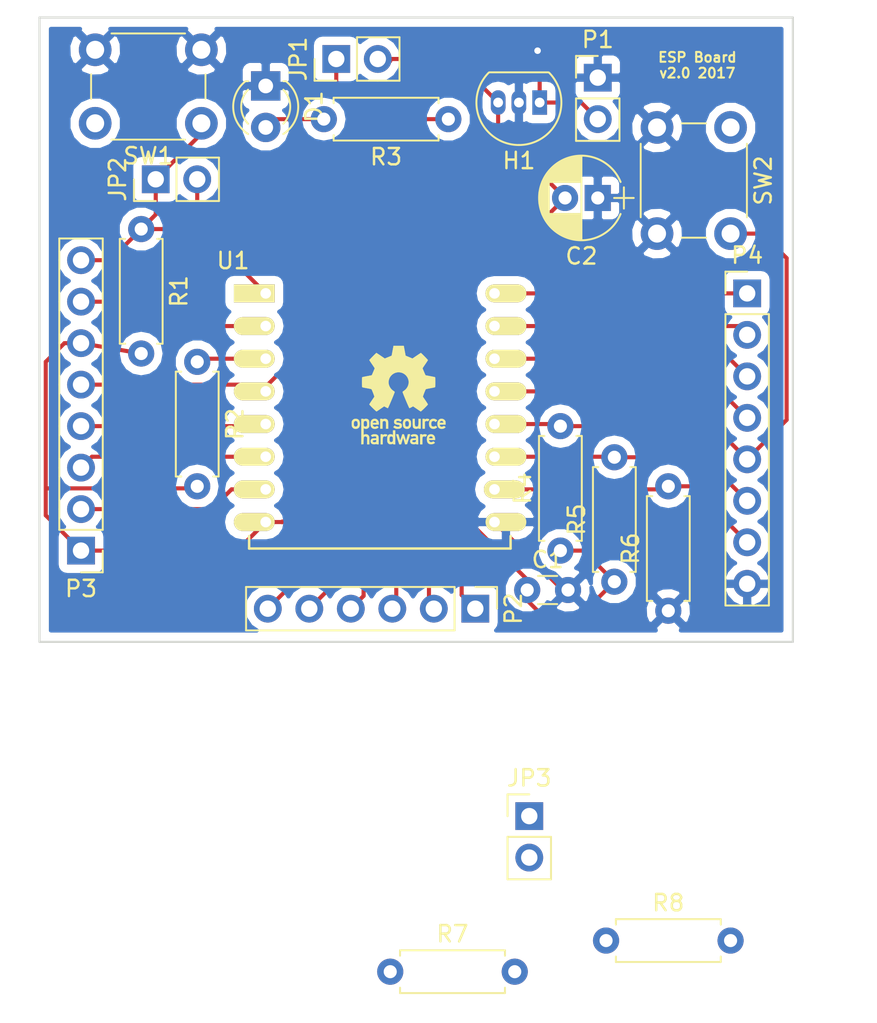
<source format=kicad_pcb>
(kicad_pcb (version 4) (host pcbnew 4.0.6)

  (general
    (links 59)
    (no_connects 17)
    (area 135.953499 60.261499 182.181501 98.615501)
    (thickness 1.6)
    (drawings 7)
    (tracks 111)
    (zones 0)
    (modules 23)
    (nets 28)
  )

  (page A4)
  (layers
    (0 F.Cu signal)
    (31 B.Cu signal)
    (32 B.Adhes user)
    (33 F.Adhes user)
    (34 B.Paste user)
    (35 F.Paste user)
    (36 B.SilkS user)
    (37 F.SilkS user)
    (38 B.Mask user)
    (39 F.Mask user)
    (40 Dwgs.User user)
    (41 Cmts.User user)
    (42 Eco1.User user)
    (43 Eco2.User user)
    (44 Edge.Cuts user)
    (45 Margin user)
    (46 B.CrtYd user)
    (47 F.CrtYd user)
    (48 B.Fab user)
    (49 F.Fab user)
  )

  (setup
    (last_trace_width 0.25)
    (trace_clearance 0.2)
    (zone_clearance 0.508)
    (zone_45_only no)
    (trace_min 0.2)
    (segment_width 0.127)
    (edge_width 0.127)
    (via_size 0.6)
    (via_drill 0.4)
    (via_min_size 0.4)
    (via_min_drill 0.3)
    (uvia_size 0.3)
    (uvia_drill 0.1)
    (uvias_allowed no)
    (uvia_min_size 0.2)
    (uvia_min_drill 0.1)
    (pcb_text_width 0.127)
    (pcb_text_size 0.6 0.6)
    (mod_edge_width 0.127)
    (mod_text_size 0.6 0.6)
    (mod_text_width 0.127)
    (pad_size 3.1 3.1)
    (pad_drill 3.048)
    (pad_to_mask_clearance 0.05)
    (aux_axis_origin 0 0)
    (visible_elements FFFFFF7F)
    (pcbplotparams
      (layerselection 0x010f0_80000001)
      (usegerberextensions false)
      (excludeedgelayer true)
      (linewidth 0.100000)
      (plotframeref false)
      (viasonmask false)
      (mode 1)
      (useauxorigin false)
      (hpglpennumber 1)
      (hpglpenspeed 20)
      (hpglpendiameter 15)
      (hpglpenoverlay 2)
      (psnegative false)
      (psa4output false)
      (plotreference true)
      (plotvalue true)
      (plotinvisibletext false)
      (padsonsilk false)
      (subtractmaskfromsilk false)
      (outputformat 1)
      (mirror false)
      (drillshape 0)
      (scaleselection 1)
      (outputdirectory /home/thijs/Downloads/AliPCB/))
  )

  (net 0 "")
  (net 1 /VCC)
  (net 2 /GND)
  (net 3 "Net-(D1-Pad2)")
  (net 4 "Net-(JP1-Pad1)")
  (net 5 /REST)
  (net 6 /GPIO16)
  (net 7 /SCLK)
  (net 8 /MOSI)
  (net 9 /GPIO10)
  (net 10 /GPIO09)
  (net 11 /MISO)
  (net 12 /CSO)
  (net 13 /GPIO13)
  (net 14 /GPIO12)
  (net 15 /GPIO14)
  (net 16 /ADC)
  (net 17 /TX)
  (net 18 /RX)
  (net 19 /GPIO5)
  (net 20 /GPIO4)
  (net 21 /GPIO0)
  (net 22 /GPIO2)
  (net 23 /GPIO15)
  (net 24 /CH_PD)
  (net 25 GND)
  (net 26 /VIN)
  (net 27 "Net-(JP3-Pad1)")

  (net_class Default "This is the default net class."
    (clearance 0.2)
    (trace_width 0.25)
    (via_dia 0.6)
    (via_drill 0.4)
    (uvia_dia 0.3)
    (uvia_drill 0.1)
    (add_net /ADC)
    (add_net /CH_PD)
    (add_net /CSO)
    (add_net /GPIO0)
    (add_net /GPIO09)
    (add_net /GPIO10)
    (add_net /GPIO12)
    (add_net /GPIO13)
    (add_net /GPIO14)
    (add_net /GPIO15)
    (add_net /GPIO16)
    (add_net /GPIO2)
    (add_net /GPIO4)
    (add_net /GPIO5)
    (add_net /MISO)
    (add_net /MOSI)
    (add_net /REST)
    (add_net /RX)
    (add_net /SCLK)
    (add_net /TX)
    (add_net /VCC)
    (add_net /VIN)
    (add_net GND)
    (add_net "Net-(D1-Pad2)")
    (add_net "Net-(JP1-Pad1)")
    (add_net "Net-(JP3-Pad1)")
  )

  (module Capacitors_THT:C_Disc_D3.0mm_W1.6mm_P2.50mm (layer F.Cu) (tedit 58765D06) (tstamp 58D2D572)
    (at 165.862 95.377)
    (descr "C, Disc series, Radial, pin pitch=2.50mm, , diameter*width=3.0*1.6mm^2, Capacitor, http://www.vishay.com/docs/45233/krseries.pdf")
    (tags "C Disc series Radial pin pitch 2.50mm  diameter 3.0mm width 1.6mm Capacitor")
    (path /58BC6047)
    (fp_text reference C1 (at 1.25 -1.86) (layer F.SilkS)
      (effects (font (size 1 1) (thickness 0.15)))
    )
    (fp_text value 100nF (at 1.25 1.86) (layer F.Fab)
      (effects (font (size 1 1) (thickness 0.15)))
    )
    (fp_line (start -0.25 -0.8) (end -0.25 0.8) (layer F.Fab) (width 0.1))
    (fp_line (start -0.25 0.8) (end 2.75 0.8) (layer F.Fab) (width 0.1))
    (fp_line (start 2.75 0.8) (end 2.75 -0.8) (layer F.Fab) (width 0.1))
    (fp_line (start 2.75 -0.8) (end -0.25 -0.8) (layer F.Fab) (width 0.1))
    (fp_line (start 0.663 -0.861) (end 1.837 -0.861) (layer F.SilkS) (width 0.12))
    (fp_line (start 0.663 0.861) (end 1.837 0.861) (layer F.SilkS) (width 0.12))
    (fp_line (start -1.05 -1.15) (end -1.05 1.15) (layer F.CrtYd) (width 0.05))
    (fp_line (start -1.05 1.15) (end 3.55 1.15) (layer F.CrtYd) (width 0.05))
    (fp_line (start 3.55 1.15) (end 3.55 -1.15) (layer F.CrtYd) (width 0.05))
    (fp_line (start 3.55 -1.15) (end -1.05 -1.15) (layer F.CrtYd) (width 0.05))
    (pad 1 thru_hole circle (at 0 0) (size 1.6 1.6) (drill 0.8) (layers *.Cu *.Mask)
      (net 1 /VCC))
    (pad 2 thru_hole circle (at 2.5 0) (size 1.6 1.6) (drill 0.8) (layers *.Cu *.Mask)
      (net 25 GND))
    (model Capacitors_THT.3dshapes/C_Disc_D3.0mm_W1.6mm_P2.50mm.wrl
      (at (xyz 0 0 0))
      (scale (xyz 0.393701 0.393701 0.393701))
      (rotate (xyz 0 0 0))
    )
  )

  (module Capacitors_THT:CP_Radial_D5.0mm_P2.00mm (layer F.Cu) (tedit 58765D06) (tstamp 58D2D578)
    (at 170.18 71.374 180)
    (descr "CP, Radial series, Radial, pin pitch=2.00mm, , diameter=5mm, Electrolytic Capacitor")
    (tags "CP Radial series Radial pin pitch 2.00mm  diameter 5mm Electrolytic Capacitor")
    (path /58B6BC3F)
    (fp_text reference C2 (at 1 -3.56 180) (layer F.SilkS)
      (effects (font (size 1 1) (thickness 0.15)))
    )
    (fp_text value 0.1uF (at 1 3.56 180) (layer F.Fab)
      (effects (font (size 1 1) (thickness 0.15)))
    )
    (fp_arc (start 1 0) (end -1.397436 -0.98) (angle 135.5) (layer F.SilkS) (width 0.12))
    (fp_arc (start 1 0) (end -1.397436 0.98) (angle -135.5) (layer F.SilkS) (width 0.12))
    (fp_arc (start 1 0) (end 3.397436 -0.98) (angle 44.5) (layer F.SilkS) (width 0.12))
    (fp_circle (center 1 0) (end 3.5 0) (layer F.Fab) (width 0.1))
    (fp_line (start -2.2 0) (end -1 0) (layer F.Fab) (width 0.1))
    (fp_line (start -1.6 -0.65) (end -1.6 0.65) (layer F.Fab) (width 0.1))
    (fp_line (start 1 -2.55) (end 1 2.55) (layer F.SilkS) (width 0.12))
    (fp_line (start 1.04 -2.55) (end 1.04 -0.98) (layer F.SilkS) (width 0.12))
    (fp_line (start 1.04 0.98) (end 1.04 2.55) (layer F.SilkS) (width 0.12))
    (fp_line (start 1.08 -2.549) (end 1.08 -0.98) (layer F.SilkS) (width 0.12))
    (fp_line (start 1.08 0.98) (end 1.08 2.549) (layer F.SilkS) (width 0.12))
    (fp_line (start 1.12 -2.548) (end 1.12 -0.98) (layer F.SilkS) (width 0.12))
    (fp_line (start 1.12 0.98) (end 1.12 2.548) (layer F.SilkS) (width 0.12))
    (fp_line (start 1.16 -2.546) (end 1.16 -0.98) (layer F.SilkS) (width 0.12))
    (fp_line (start 1.16 0.98) (end 1.16 2.546) (layer F.SilkS) (width 0.12))
    (fp_line (start 1.2 -2.543) (end 1.2 -0.98) (layer F.SilkS) (width 0.12))
    (fp_line (start 1.2 0.98) (end 1.2 2.543) (layer F.SilkS) (width 0.12))
    (fp_line (start 1.24 -2.539) (end 1.24 -0.98) (layer F.SilkS) (width 0.12))
    (fp_line (start 1.24 0.98) (end 1.24 2.539) (layer F.SilkS) (width 0.12))
    (fp_line (start 1.28 -2.535) (end 1.28 -0.98) (layer F.SilkS) (width 0.12))
    (fp_line (start 1.28 0.98) (end 1.28 2.535) (layer F.SilkS) (width 0.12))
    (fp_line (start 1.32 -2.531) (end 1.32 -0.98) (layer F.SilkS) (width 0.12))
    (fp_line (start 1.32 0.98) (end 1.32 2.531) (layer F.SilkS) (width 0.12))
    (fp_line (start 1.36 -2.525) (end 1.36 -0.98) (layer F.SilkS) (width 0.12))
    (fp_line (start 1.36 0.98) (end 1.36 2.525) (layer F.SilkS) (width 0.12))
    (fp_line (start 1.4 -2.519) (end 1.4 -0.98) (layer F.SilkS) (width 0.12))
    (fp_line (start 1.4 0.98) (end 1.4 2.519) (layer F.SilkS) (width 0.12))
    (fp_line (start 1.44 -2.513) (end 1.44 -0.98) (layer F.SilkS) (width 0.12))
    (fp_line (start 1.44 0.98) (end 1.44 2.513) (layer F.SilkS) (width 0.12))
    (fp_line (start 1.48 -2.506) (end 1.48 -0.98) (layer F.SilkS) (width 0.12))
    (fp_line (start 1.48 0.98) (end 1.48 2.506) (layer F.SilkS) (width 0.12))
    (fp_line (start 1.52 -2.498) (end 1.52 -0.98) (layer F.SilkS) (width 0.12))
    (fp_line (start 1.52 0.98) (end 1.52 2.498) (layer F.SilkS) (width 0.12))
    (fp_line (start 1.56 -2.489) (end 1.56 -0.98) (layer F.SilkS) (width 0.12))
    (fp_line (start 1.56 0.98) (end 1.56 2.489) (layer F.SilkS) (width 0.12))
    (fp_line (start 1.6 -2.48) (end 1.6 -0.98) (layer F.SilkS) (width 0.12))
    (fp_line (start 1.6 0.98) (end 1.6 2.48) (layer F.SilkS) (width 0.12))
    (fp_line (start 1.64 -2.47) (end 1.64 -0.98) (layer F.SilkS) (width 0.12))
    (fp_line (start 1.64 0.98) (end 1.64 2.47) (layer F.SilkS) (width 0.12))
    (fp_line (start 1.68 -2.46) (end 1.68 -0.98) (layer F.SilkS) (width 0.12))
    (fp_line (start 1.68 0.98) (end 1.68 2.46) (layer F.SilkS) (width 0.12))
    (fp_line (start 1.721 -2.448) (end 1.721 -0.98) (layer F.SilkS) (width 0.12))
    (fp_line (start 1.721 0.98) (end 1.721 2.448) (layer F.SilkS) (width 0.12))
    (fp_line (start 1.761 -2.436) (end 1.761 -0.98) (layer F.SilkS) (width 0.12))
    (fp_line (start 1.761 0.98) (end 1.761 2.436) (layer F.SilkS) (width 0.12))
    (fp_line (start 1.801 -2.424) (end 1.801 -0.98) (layer F.SilkS) (width 0.12))
    (fp_line (start 1.801 0.98) (end 1.801 2.424) (layer F.SilkS) (width 0.12))
    (fp_line (start 1.841 -2.41) (end 1.841 -0.98) (layer F.SilkS) (width 0.12))
    (fp_line (start 1.841 0.98) (end 1.841 2.41) (layer F.SilkS) (width 0.12))
    (fp_line (start 1.881 -2.396) (end 1.881 -0.98) (layer F.SilkS) (width 0.12))
    (fp_line (start 1.881 0.98) (end 1.881 2.396) (layer F.SilkS) (width 0.12))
    (fp_line (start 1.921 -2.382) (end 1.921 -0.98) (layer F.SilkS) (width 0.12))
    (fp_line (start 1.921 0.98) (end 1.921 2.382) (layer F.SilkS) (width 0.12))
    (fp_line (start 1.961 -2.366) (end 1.961 -0.98) (layer F.SilkS) (width 0.12))
    (fp_line (start 1.961 0.98) (end 1.961 2.366) (layer F.SilkS) (width 0.12))
    (fp_line (start 2.001 -2.35) (end 2.001 -0.98) (layer F.SilkS) (width 0.12))
    (fp_line (start 2.001 0.98) (end 2.001 2.35) (layer F.SilkS) (width 0.12))
    (fp_line (start 2.041 -2.333) (end 2.041 -0.98) (layer F.SilkS) (width 0.12))
    (fp_line (start 2.041 0.98) (end 2.041 2.333) (layer F.SilkS) (width 0.12))
    (fp_line (start 2.081 -2.315) (end 2.081 -0.98) (layer F.SilkS) (width 0.12))
    (fp_line (start 2.081 0.98) (end 2.081 2.315) (layer F.SilkS) (width 0.12))
    (fp_line (start 2.121 -2.296) (end 2.121 -0.98) (layer F.SilkS) (width 0.12))
    (fp_line (start 2.121 0.98) (end 2.121 2.296) (layer F.SilkS) (width 0.12))
    (fp_line (start 2.161 -2.276) (end 2.161 -0.98) (layer F.SilkS) (width 0.12))
    (fp_line (start 2.161 0.98) (end 2.161 2.276) (layer F.SilkS) (width 0.12))
    (fp_line (start 2.201 -2.256) (end 2.201 -0.98) (layer F.SilkS) (width 0.12))
    (fp_line (start 2.201 0.98) (end 2.201 2.256) (layer F.SilkS) (width 0.12))
    (fp_line (start 2.241 -2.234) (end 2.241 -0.98) (layer F.SilkS) (width 0.12))
    (fp_line (start 2.241 0.98) (end 2.241 2.234) (layer F.SilkS) (width 0.12))
    (fp_line (start 2.281 -2.212) (end 2.281 -0.98) (layer F.SilkS) (width 0.12))
    (fp_line (start 2.281 0.98) (end 2.281 2.212) (layer F.SilkS) (width 0.12))
    (fp_line (start 2.321 -2.189) (end 2.321 -0.98) (layer F.SilkS) (width 0.12))
    (fp_line (start 2.321 0.98) (end 2.321 2.189) (layer F.SilkS) (width 0.12))
    (fp_line (start 2.361 -2.165) (end 2.361 -0.98) (layer F.SilkS) (width 0.12))
    (fp_line (start 2.361 0.98) (end 2.361 2.165) (layer F.SilkS) (width 0.12))
    (fp_line (start 2.401 -2.14) (end 2.401 -0.98) (layer F.SilkS) (width 0.12))
    (fp_line (start 2.401 0.98) (end 2.401 2.14) (layer F.SilkS) (width 0.12))
    (fp_line (start 2.441 -2.113) (end 2.441 -0.98) (layer F.SilkS) (width 0.12))
    (fp_line (start 2.441 0.98) (end 2.441 2.113) (layer F.SilkS) (width 0.12))
    (fp_line (start 2.481 -2.086) (end 2.481 -0.98) (layer F.SilkS) (width 0.12))
    (fp_line (start 2.481 0.98) (end 2.481 2.086) (layer F.SilkS) (width 0.12))
    (fp_line (start 2.521 -2.058) (end 2.521 -0.98) (layer F.SilkS) (width 0.12))
    (fp_line (start 2.521 0.98) (end 2.521 2.058) (layer F.SilkS) (width 0.12))
    (fp_line (start 2.561 -2.028) (end 2.561 -0.98) (layer F.SilkS) (width 0.12))
    (fp_line (start 2.561 0.98) (end 2.561 2.028) (layer F.SilkS) (width 0.12))
    (fp_line (start 2.601 -1.997) (end 2.601 -0.98) (layer F.SilkS) (width 0.12))
    (fp_line (start 2.601 0.98) (end 2.601 1.997) (layer F.SilkS) (width 0.12))
    (fp_line (start 2.641 -1.965) (end 2.641 -0.98) (layer F.SilkS) (width 0.12))
    (fp_line (start 2.641 0.98) (end 2.641 1.965) (layer F.SilkS) (width 0.12))
    (fp_line (start 2.681 -1.932) (end 2.681 -0.98) (layer F.SilkS) (width 0.12))
    (fp_line (start 2.681 0.98) (end 2.681 1.932) (layer F.SilkS) (width 0.12))
    (fp_line (start 2.721 -1.897) (end 2.721 -0.98) (layer F.SilkS) (width 0.12))
    (fp_line (start 2.721 0.98) (end 2.721 1.897) (layer F.SilkS) (width 0.12))
    (fp_line (start 2.761 -1.861) (end 2.761 -0.98) (layer F.SilkS) (width 0.12))
    (fp_line (start 2.761 0.98) (end 2.761 1.861) (layer F.SilkS) (width 0.12))
    (fp_line (start 2.801 -1.823) (end 2.801 -0.98) (layer F.SilkS) (width 0.12))
    (fp_line (start 2.801 0.98) (end 2.801 1.823) (layer F.SilkS) (width 0.12))
    (fp_line (start 2.841 -1.783) (end 2.841 -0.98) (layer F.SilkS) (width 0.12))
    (fp_line (start 2.841 0.98) (end 2.841 1.783) (layer F.SilkS) (width 0.12))
    (fp_line (start 2.881 -1.742) (end 2.881 -0.98) (layer F.SilkS) (width 0.12))
    (fp_line (start 2.881 0.98) (end 2.881 1.742) (layer F.SilkS) (width 0.12))
    (fp_line (start 2.921 -1.699) (end 2.921 -0.98) (layer F.SilkS) (width 0.12))
    (fp_line (start 2.921 0.98) (end 2.921 1.699) (layer F.SilkS) (width 0.12))
    (fp_line (start 2.961 -1.654) (end 2.961 -0.98) (layer F.SilkS) (width 0.12))
    (fp_line (start 2.961 0.98) (end 2.961 1.654) (layer F.SilkS) (width 0.12))
    (fp_line (start 3.001 -1.606) (end 3.001 1.606) (layer F.SilkS) (width 0.12))
    (fp_line (start 3.041 -1.556) (end 3.041 1.556) (layer F.SilkS) (width 0.12))
    (fp_line (start 3.081 -1.504) (end 3.081 1.504) (layer F.SilkS) (width 0.12))
    (fp_line (start 3.121 -1.448) (end 3.121 1.448) (layer F.SilkS) (width 0.12))
    (fp_line (start 3.161 -1.39) (end 3.161 1.39) (layer F.SilkS) (width 0.12))
    (fp_line (start 3.201 -1.327) (end 3.201 1.327) (layer F.SilkS) (width 0.12))
    (fp_line (start 3.241 -1.261) (end 3.241 1.261) (layer F.SilkS) (width 0.12))
    (fp_line (start 3.281 -1.189) (end 3.281 1.189) (layer F.SilkS) (width 0.12))
    (fp_line (start 3.321 -1.112) (end 3.321 1.112) (layer F.SilkS) (width 0.12))
    (fp_line (start 3.361 -1.028) (end 3.361 1.028) (layer F.SilkS) (width 0.12))
    (fp_line (start 3.401 -0.934) (end 3.401 0.934) (layer F.SilkS) (width 0.12))
    (fp_line (start 3.441 -0.829) (end 3.441 0.829) (layer F.SilkS) (width 0.12))
    (fp_line (start 3.481 -0.707) (end 3.481 0.707) (layer F.SilkS) (width 0.12))
    (fp_line (start 3.521 -0.559) (end 3.521 0.559) (layer F.SilkS) (width 0.12))
    (fp_line (start 3.561 -0.354) (end 3.561 0.354) (layer F.SilkS) (width 0.12))
    (fp_line (start -2.2 0) (end -1 0) (layer F.SilkS) (width 0.12))
    (fp_line (start -1.6 -0.65) (end -1.6 0.65) (layer F.SilkS) (width 0.12))
    (fp_line (start -1.85 -2.85) (end -1.85 2.85) (layer F.CrtYd) (width 0.05))
    (fp_line (start -1.85 2.85) (end 3.85 2.85) (layer F.CrtYd) (width 0.05))
    (fp_line (start 3.85 2.85) (end 3.85 -2.85) (layer F.CrtYd) (width 0.05))
    (fp_line (start 3.85 -2.85) (end -1.85 -2.85) (layer F.CrtYd) (width 0.05))
    (pad 1 thru_hole rect (at 0 0 180) (size 1.6 1.6) (drill 0.8) (layers *.Cu *.Mask)
      (net 25 GND))
    (pad 2 thru_hole circle (at 2 0 180) (size 1.6 1.6) (drill 0.8) (layers *.Cu *.Mask)
      (net 1 /VCC))
    (model Capacitors_THT.3dshapes/CP_Radial_D5.0mm_P2.00mm.wrl
      (at (xyz 0 0 0))
      (scale (xyz 0.393701 0.393701 0.393701))
      (rotate (xyz 0 0 0))
    )
  )

  (module LEDs:LED_D3.0mm (layer F.Cu) (tedit 587A3A7B) (tstamp 58D2D57E)
    (at 149.86 64.516 270)
    (descr "LED, diameter 3.0mm, 2 pins")
    (tags "LED diameter 3.0mm 2 pins")
    (path /58B670E4)
    (fp_text reference D1 (at 1.27 -2.96 270) (layer F.SilkS)
      (effects (font (size 1 1) (thickness 0.15)))
    )
    (fp_text value LED (at 1.27 2.96 270) (layer F.Fab)
      (effects (font (size 1 1) (thickness 0.15)))
    )
    (fp_arc (start 1.27 0) (end -0.23 -1.16619) (angle 284.3) (layer F.Fab) (width 0.1))
    (fp_arc (start 1.27 0) (end -0.29 -1.235516) (angle 108.8) (layer F.SilkS) (width 0.12))
    (fp_arc (start 1.27 0) (end -0.29 1.235516) (angle -108.8) (layer F.SilkS) (width 0.12))
    (fp_arc (start 1.27 0) (end 0.229039 -1.08) (angle 87.9) (layer F.SilkS) (width 0.12))
    (fp_arc (start 1.27 0) (end 0.229039 1.08) (angle -87.9) (layer F.SilkS) (width 0.12))
    (fp_circle (center 1.27 0) (end 2.77 0) (layer F.Fab) (width 0.1))
    (fp_line (start -0.23 -1.16619) (end -0.23 1.16619) (layer F.Fab) (width 0.1))
    (fp_line (start -0.29 -1.236) (end -0.29 -1.08) (layer F.SilkS) (width 0.12))
    (fp_line (start -0.29 1.08) (end -0.29 1.236) (layer F.SilkS) (width 0.12))
    (fp_line (start -1.15 -2.25) (end -1.15 2.25) (layer F.CrtYd) (width 0.05))
    (fp_line (start -1.15 2.25) (end 3.7 2.25) (layer F.CrtYd) (width 0.05))
    (fp_line (start 3.7 2.25) (end 3.7 -2.25) (layer F.CrtYd) (width 0.05))
    (fp_line (start 3.7 -2.25) (end -1.15 -2.25) (layer F.CrtYd) (width 0.05))
    (pad 1 thru_hole rect (at 0 0 270) (size 1.8 1.8) (drill 0.9) (layers *.Cu *.Mask)
      (net 25 GND))
    (pad 2 thru_hole circle (at 2.54 0 270) (size 1.8 1.8) (drill 0.9) (layers *.Cu *.Mask)
      (net 3 "Net-(D1-Pad2)"))
    (model LEDs.3dshapes/LED_D3.0mm.wrl
      (at (xyz 0 0 0))
      (scale (xyz 0.393701 0.393701 0.393701))
      (rotate (xyz 0 0 0))
    )
  )

  (module TO_SOT_Packages_THT:TO-92_Inline_Narrow_Oval (layer F.Cu) (tedit 58CE52AF) (tstamp 58D2D585)
    (at 166.624 65.532 180)
    (descr "TO-92 leads in-line, narrow, oval pads, drill 0.6mm (see NXP sot054_po.pdf)")
    (tags "to-92 sc-43 sc-43a sot54 PA33 transistor")
    (path /58BC6BB5)
    (fp_text reference H1 (at 1.27 -3.56 180) (layer F.SilkS)
      (effects (font (size 1 1) (thickness 0.15)))
    )
    (fp_text value HT7333 (at 1.27 2.79 180) (layer F.Fab)
      (effects (font (size 1 1) (thickness 0.15)))
    )
    (fp_text user %R (at 1.27 -3.56 180) (layer F.Fab)
      (effects (font (size 1 1) (thickness 0.15)))
    )
    (fp_line (start -0.53 1.85) (end 3.07 1.85) (layer F.SilkS) (width 0.12))
    (fp_line (start -0.5 1.75) (end 3 1.75) (layer F.Fab) (width 0.1))
    (fp_line (start -1.46 -2.73) (end 4 -2.73) (layer F.CrtYd) (width 0.05))
    (fp_line (start -1.46 -2.73) (end -1.46 2.01) (layer F.CrtYd) (width 0.05))
    (fp_line (start 4 2.01) (end 4 -2.73) (layer F.CrtYd) (width 0.05))
    (fp_line (start 4 2.01) (end -1.46 2.01) (layer F.CrtYd) (width 0.05))
    (fp_arc (start 1.27 0) (end 1.27 -2.48) (angle 135) (layer F.Fab) (width 0.1))
    (fp_arc (start 1.27 0) (end 1.27 -2.6) (angle -135) (layer F.SilkS) (width 0.12))
    (fp_arc (start 1.27 0) (end 1.27 -2.48) (angle -135) (layer F.Fab) (width 0.1))
    (fp_arc (start 1.27 0) (end 1.27 -2.6) (angle 135) (layer F.SilkS) (width 0.12))
    (pad 2 thru_hole oval (at 1.27 0) (size 0.9 1.5) (drill 0.6) (layers *.Cu *.Mask)
      (net 25 GND))
    (pad 3 thru_hole oval (at 2.54 0) (size 0.9 1.5) (drill 0.6) (layers *.Cu *.Mask)
      (net 1 /VCC))
    (pad 1 thru_hole rect (at 0 0) (size 0.9 1.5) (drill 0.6) (layers *.Cu *.Mask)
      (net 26 /VIN))
    (model ${KISYS3DMOD}/TO_SOT_Packages_THT.3dshapes/TO-92_Inline_Narrow_Oval.wrl
      (at (xyz 0.05 0 0))
      (scale (xyz 1 1 1))
      (rotate (xyz 0 0 -90))
    )
  )

  (module Pin_Headers:Pin_Header_Straight_1x02_Pitch2.54mm (layer F.Cu) (tedit 58CD4EC1) (tstamp 58D2D58B)
    (at 154.178 62.865 90)
    (descr "Through hole straight pin header, 1x02, 2.54mm pitch, single row")
    (tags "Through hole pin header THT 1x02 2.54mm single row")
    (path /58B670EF)
    (fp_text reference JP1 (at 0 -2.33 90) (layer F.SilkS)
      (effects (font (size 1 1) (thickness 0.15)))
    )
    (fp_text value Jumper (at 0 4.87 90) (layer F.Fab)
      (effects (font (size 1 1) (thickness 0.15)))
    )
    (fp_line (start -1.27 -1.27) (end -1.27 3.81) (layer F.Fab) (width 0.1))
    (fp_line (start -1.27 3.81) (end 1.27 3.81) (layer F.Fab) (width 0.1))
    (fp_line (start 1.27 3.81) (end 1.27 -1.27) (layer F.Fab) (width 0.1))
    (fp_line (start 1.27 -1.27) (end -1.27 -1.27) (layer F.Fab) (width 0.1))
    (fp_line (start -1.33 1.27) (end -1.33 3.87) (layer F.SilkS) (width 0.12))
    (fp_line (start -1.33 3.87) (end 1.33 3.87) (layer F.SilkS) (width 0.12))
    (fp_line (start 1.33 3.87) (end 1.33 1.27) (layer F.SilkS) (width 0.12))
    (fp_line (start 1.33 1.27) (end -1.33 1.27) (layer F.SilkS) (width 0.12))
    (fp_line (start -1.33 0) (end -1.33 -1.33) (layer F.SilkS) (width 0.12))
    (fp_line (start -1.33 -1.33) (end 0 -1.33) (layer F.SilkS) (width 0.12))
    (fp_line (start -1.8 -1.8) (end -1.8 4.35) (layer F.CrtYd) (width 0.05))
    (fp_line (start -1.8 4.35) (end 1.8 4.35) (layer F.CrtYd) (width 0.05))
    (fp_line (start 1.8 4.35) (end 1.8 -1.8) (layer F.CrtYd) (width 0.05))
    (fp_line (start 1.8 -1.8) (end -1.8 -1.8) (layer F.CrtYd) (width 0.05))
    (fp_text user %R (at 0 -2.33 90) (layer F.Fab)
      (effects (font (size 1 1) (thickness 0.15)))
    )
    (pad 1 thru_hole rect (at 0 0 90) (size 1.7 1.7) (drill 1) (layers *.Cu *.Mask)
      (net 4 "Net-(JP1-Pad1)"))
    (pad 2 thru_hole oval (at 0 2.54 90) (size 1.7 1.7) (drill 1) (layers *.Cu *.Mask)
      (net 1 /VCC))
    (model ${KISYS3DMOD}/Pin_Headers.3dshapes/Pin_Header_Straight_1x02_Pitch2.54mm.wrl
      (at (xyz 0 -0.05 0))
      (scale (xyz 1 1 1))
      (rotate (xyz 0 0 90))
    )
  )

  (module Pin_Headers:Pin_Header_Straight_1x02_Pitch2.54mm (layer F.Cu) (tedit 58CD4EC1) (tstamp 58D2D591)
    (at 143.129 70.231 90)
    (descr "Through hole straight pin header, 1x02, 2.54mm pitch, single row")
    (tags "Through hole pin header THT 1x02 2.54mm single row")
    (path /58D3136E)
    (fp_text reference JP2 (at 0 -2.33 90) (layer F.SilkS)
      (effects (font (size 1 1) (thickness 0.15)))
    )
    (fp_text value Jumper (at 0 4.87 90) (layer F.Fab)
      (effects (font (size 1 1) (thickness 0.15)))
    )
    (fp_line (start -1.27 -1.27) (end -1.27 3.81) (layer F.Fab) (width 0.1))
    (fp_line (start -1.27 3.81) (end 1.27 3.81) (layer F.Fab) (width 0.1))
    (fp_line (start 1.27 3.81) (end 1.27 -1.27) (layer F.Fab) (width 0.1))
    (fp_line (start 1.27 -1.27) (end -1.27 -1.27) (layer F.Fab) (width 0.1))
    (fp_line (start -1.33 1.27) (end -1.33 3.87) (layer F.SilkS) (width 0.12))
    (fp_line (start -1.33 3.87) (end 1.33 3.87) (layer F.SilkS) (width 0.12))
    (fp_line (start 1.33 3.87) (end 1.33 1.27) (layer F.SilkS) (width 0.12))
    (fp_line (start 1.33 1.27) (end -1.33 1.27) (layer F.SilkS) (width 0.12))
    (fp_line (start -1.33 0) (end -1.33 -1.33) (layer F.SilkS) (width 0.12))
    (fp_line (start -1.33 -1.33) (end 0 -1.33) (layer F.SilkS) (width 0.12))
    (fp_line (start -1.8 -1.8) (end -1.8 4.35) (layer F.CrtYd) (width 0.05))
    (fp_line (start -1.8 4.35) (end 1.8 4.35) (layer F.CrtYd) (width 0.05))
    (fp_line (start 1.8 4.35) (end 1.8 -1.8) (layer F.CrtYd) (width 0.05))
    (fp_line (start 1.8 -1.8) (end -1.8 -1.8) (layer F.CrtYd) (width 0.05))
    (fp_text user %R (at 0 -2.33 90) (layer F.Fab)
      (effects (font (size 1 1) (thickness 0.15)))
    )
    (pad 1 thru_hole rect (at 0 0 90) (size 1.7 1.7) (drill 1) (layers *.Cu *.Mask)
      (net 5 /REST))
    (pad 2 thru_hole oval (at 0 2.54 90) (size 1.7 1.7) (drill 1) (layers *.Cu *.Mask)
      (net 6 /GPIO16))
    (model ${KISYS3DMOD}/Pin_Headers.3dshapes/Pin_Header_Straight_1x02_Pitch2.54mm.wrl
      (at (xyz 0 -0.05 0))
      (scale (xyz 1 1 1))
      (rotate (xyz 0 0 90))
    )
  )

  (module Pin_Headers:Pin_Header_Straight_1x02_Pitch2.54mm (layer F.Cu) (tedit 58CD4EC1) (tstamp 58D2D597)
    (at 170.18 64.008)
    (descr "Through hole straight pin header, 1x02, 2.54mm pitch, single row")
    (tags "Through hole pin header THT 1x02 2.54mm single row")
    (path /58B6B5B1)
    (fp_text reference P1 (at 0 -2.33) (layer F.SilkS)
      (effects (font (size 1 1) (thickness 0.15)))
    )
    (fp_text value CONN_01X02 (at 0 4.87) (layer F.Fab)
      (effects (font (size 1 1) (thickness 0.15)))
    )
    (fp_line (start -1.27 -1.27) (end -1.27 3.81) (layer F.Fab) (width 0.1))
    (fp_line (start -1.27 3.81) (end 1.27 3.81) (layer F.Fab) (width 0.1))
    (fp_line (start 1.27 3.81) (end 1.27 -1.27) (layer F.Fab) (width 0.1))
    (fp_line (start 1.27 -1.27) (end -1.27 -1.27) (layer F.Fab) (width 0.1))
    (fp_line (start -1.33 1.27) (end -1.33 3.87) (layer F.SilkS) (width 0.12))
    (fp_line (start -1.33 3.87) (end 1.33 3.87) (layer F.SilkS) (width 0.12))
    (fp_line (start 1.33 3.87) (end 1.33 1.27) (layer F.SilkS) (width 0.12))
    (fp_line (start 1.33 1.27) (end -1.33 1.27) (layer F.SilkS) (width 0.12))
    (fp_line (start -1.33 0) (end -1.33 -1.33) (layer F.SilkS) (width 0.12))
    (fp_line (start -1.33 -1.33) (end 0 -1.33) (layer F.SilkS) (width 0.12))
    (fp_line (start -1.8 -1.8) (end -1.8 4.35) (layer F.CrtYd) (width 0.05))
    (fp_line (start -1.8 4.35) (end 1.8 4.35) (layer F.CrtYd) (width 0.05))
    (fp_line (start 1.8 4.35) (end 1.8 -1.8) (layer F.CrtYd) (width 0.05))
    (fp_line (start 1.8 -1.8) (end -1.8 -1.8) (layer F.CrtYd) (width 0.05))
    (fp_text user %R (at 0 -2.33) (layer F.Fab)
      (effects (font (size 1 1) (thickness 0.15)))
    )
    (pad 1 thru_hole rect (at 0 0) (size 1.7 1.7) (drill 1) (layers *.Cu *.Mask)
      (net 25 GND))
    (pad 2 thru_hole oval (at 0 2.54) (size 1.7 1.7) (drill 1) (layers *.Cu *.Mask)
      (net 26 /VIN))
    (model ${KISYS3DMOD}/Pin_Headers.3dshapes/Pin_Header_Straight_1x02_Pitch2.54mm.wrl
      (at (xyz 0 -0.05 0))
      (scale (xyz 1 1 1))
      (rotate (xyz 0 0 90))
    )
  )

  (module Pin_Headers:Pin_Header_Straight_1x06_Pitch2.54mm (layer F.Cu) (tedit 58CD4EC1) (tstamp 58D2D5A1)
    (at 162.687 96.52 270)
    (descr "Through hole straight pin header, 1x06, 2.54mm pitch, single row")
    (tags "Through hole pin header THT 1x06 2.54mm single row")
    (path /58B670E8)
    (fp_text reference P2 (at 0 -2.33 270) (layer F.SilkS)
      (effects (font (size 1 1) (thickness 0.15)))
    )
    (fp_text value CONN_01X06 (at 0 15.03 270) (layer F.Fab)
      (effects (font (size 1 1) (thickness 0.15)))
    )
    (fp_line (start -1.27 -1.27) (end -1.27 13.97) (layer F.Fab) (width 0.1))
    (fp_line (start -1.27 13.97) (end 1.27 13.97) (layer F.Fab) (width 0.1))
    (fp_line (start 1.27 13.97) (end 1.27 -1.27) (layer F.Fab) (width 0.1))
    (fp_line (start 1.27 -1.27) (end -1.27 -1.27) (layer F.Fab) (width 0.1))
    (fp_line (start -1.33 1.27) (end -1.33 14.03) (layer F.SilkS) (width 0.12))
    (fp_line (start -1.33 14.03) (end 1.33 14.03) (layer F.SilkS) (width 0.12))
    (fp_line (start 1.33 14.03) (end 1.33 1.27) (layer F.SilkS) (width 0.12))
    (fp_line (start 1.33 1.27) (end -1.33 1.27) (layer F.SilkS) (width 0.12))
    (fp_line (start -1.33 0) (end -1.33 -1.33) (layer F.SilkS) (width 0.12))
    (fp_line (start -1.33 -1.33) (end 0 -1.33) (layer F.SilkS) (width 0.12))
    (fp_line (start -1.8 -1.8) (end -1.8 14.5) (layer F.CrtYd) (width 0.05))
    (fp_line (start -1.8 14.5) (end 1.8 14.5) (layer F.CrtYd) (width 0.05))
    (fp_line (start 1.8 14.5) (end 1.8 -1.8) (layer F.CrtYd) (width 0.05))
    (fp_line (start 1.8 -1.8) (end -1.8 -1.8) (layer F.CrtYd) (width 0.05))
    (fp_text user %R (at 0 -2.33 270) (layer F.Fab)
      (effects (font (size 1 1) (thickness 0.15)))
    )
    (pad 1 thru_hole rect (at 0 0 270) (size 1.7 1.7) (drill 1) (layers *.Cu *.Mask)
      (net 7 /SCLK))
    (pad 2 thru_hole oval (at 0 2.54 270) (size 1.7 1.7) (drill 1) (layers *.Cu *.Mask)
      (net 8 /MOSI))
    (pad 3 thru_hole oval (at 0 5.08 270) (size 1.7 1.7) (drill 1) (layers *.Cu *.Mask)
      (net 9 /GPIO10))
    (pad 4 thru_hole oval (at 0 7.62 270) (size 1.7 1.7) (drill 1) (layers *.Cu *.Mask)
      (net 10 /GPIO09))
    (pad 5 thru_hole oval (at 0 10.16 270) (size 1.7 1.7) (drill 1) (layers *.Cu *.Mask)
      (net 11 /MISO))
    (pad 6 thru_hole oval (at 0 12.7 270) (size 1.7 1.7) (drill 1) (layers *.Cu *.Mask)
      (net 12 /CSO))
    (model ${KISYS3DMOD}/Pin_Headers.3dshapes/Pin_Header_Straight_1x06_Pitch2.54mm.wrl
      (at (xyz 0 -0.25 0))
      (scale (xyz 1 1 1))
      (rotate (xyz 0 0 90))
    )
  )

  (module Pin_Headers:Pin_Header_Straight_1x08_Pitch2.54mm (layer F.Cu) (tedit 58CD4EC1) (tstamp 58D2D5AD)
    (at 138.557 92.964 180)
    (descr "Through hole straight pin header, 1x08, 2.54mm pitch, single row")
    (tags "Through hole pin header THT 1x08 2.54mm single row")
    (path /58B670E7)
    (fp_text reference P3 (at 0 -2.33 180) (layer F.SilkS)
      (effects (font (size 1 1) (thickness 0.15)))
    )
    (fp_text value CONN_01X08 (at 0 20.11 180) (layer F.Fab)
      (effects (font (size 1 1) (thickness 0.15)))
    )
    (fp_line (start -1.27 -1.27) (end -1.27 19.05) (layer F.Fab) (width 0.1))
    (fp_line (start -1.27 19.05) (end 1.27 19.05) (layer F.Fab) (width 0.1))
    (fp_line (start 1.27 19.05) (end 1.27 -1.27) (layer F.Fab) (width 0.1))
    (fp_line (start 1.27 -1.27) (end -1.27 -1.27) (layer F.Fab) (width 0.1))
    (fp_line (start -1.33 1.27) (end -1.33 19.11) (layer F.SilkS) (width 0.12))
    (fp_line (start -1.33 19.11) (end 1.33 19.11) (layer F.SilkS) (width 0.12))
    (fp_line (start 1.33 19.11) (end 1.33 1.27) (layer F.SilkS) (width 0.12))
    (fp_line (start 1.33 1.27) (end -1.33 1.27) (layer F.SilkS) (width 0.12))
    (fp_line (start -1.33 0) (end -1.33 -1.33) (layer F.SilkS) (width 0.12))
    (fp_line (start -1.33 -1.33) (end 0 -1.33) (layer F.SilkS) (width 0.12))
    (fp_line (start -1.8 -1.8) (end -1.8 19.55) (layer F.CrtYd) (width 0.05))
    (fp_line (start -1.8 19.55) (end 1.8 19.55) (layer F.CrtYd) (width 0.05))
    (fp_line (start 1.8 19.55) (end 1.8 -1.8) (layer F.CrtYd) (width 0.05))
    (fp_line (start 1.8 -1.8) (end -1.8 -1.8) (layer F.CrtYd) (width 0.05))
    (fp_text user %R (at 0 -2.33 180) (layer F.Fab)
      (effects (font (size 1 1) (thickness 0.15)))
    )
    (pad 1 thru_hole rect (at 0 0 180) (size 1.7 1.7) (drill 1) (layers *.Cu *.Mask)
      (net 1 /VCC))
    (pad 2 thru_hole oval (at 0 2.54 180) (size 1.7 1.7) (drill 1) (layers *.Cu *.Mask)
      (net 13 /GPIO13))
    (pad 3 thru_hole oval (at 0 5.08 180) (size 1.7 1.7) (drill 1) (layers *.Cu *.Mask)
      (net 14 /GPIO12))
    (pad 4 thru_hole oval (at 0 7.62 180) (size 1.7 1.7) (drill 1) (layers *.Cu *.Mask)
      (net 15 /GPIO14))
    (pad 5 thru_hole oval (at 0 10.16 180) (size 1.7 1.7) (drill 1) (layers *.Cu *.Mask)
      (net 6 /GPIO16))
    (pad 6 thru_hole oval (at 0 12.7 180) (size 1.7 1.7) (drill 1) (layers *.Cu *.Mask)
      (net 1 /VCC))
    (pad 7 thru_hole oval (at 0 15.24 180) (size 1.7 1.7) (drill 1) (layers *.Cu *.Mask)
      (net 16 /ADC))
    (pad 8 thru_hole oval (at 0 17.78 180) (size 1.7 1.7) (drill 1) (layers *.Cu *.Mask)
      (net 5 /REST))
    (model ${KISYS3DMOD}/Pin_Headers.3dshapes/Pin_Header_Straight_1x08_Pitch2.54mm.wrl
      (at (xyz 0 -0.35 0))
      (scale (xyz 1 1 1))
      (rotate (xyz 0 0 90))
    )
  )

  (module Pin_Headers:Pin_Header_Straight_1x08_Pitch2.54mm (layer F.Cu) (tedit 58CD4EC1) (tstamp 58D2D5B9)
    (at 179.324 77.216)
    (descr "Through hole straight pin header, 1x08, 2.54mm pitch, single row")
    (tags "Through hole pin header THT 1x08 2.54mm single row")
    (path /58B685AA)
    (fp_text reference P4 (at 0 -2.33) (layer F.SilkS)
      (effects (font (size 1 1) (thickness 0.15)))
    )
    (fp_text value CONN_01X08 (at 0 20.11) (layer F.Fab)
      (effects (font (size 1 1) (thickness 0.15)))
    )
    (fp_line (start -1.27 -1.27) (end -1.27 19.05) (layer F.Fab) (width 0.1))
    (fp_line (start -1.27 19.05) (end 1.27 19.05) (layer F.Fab) (width 0.1))
    (fp_line (start 1.27 19.05) (end 1.27 -1.27) (layer F.Fab) (width 0.1))
    (fp_line (start 1.27 -1.27) (end -1.27 -1.27) (layer F.Fab) (width 0.1))
    (fp_line (start -1.33 1.27) (end -1.33 19.11) (layer F.SilkS) (width 0.12))
    (fp_line (start -1.33 19.11) (end 1.33 19.11) (layer F.SilkS) (width 0.12))
    (fp_line (start 1.33 19.11) (end 1.33 1.27) (layer F.SilkS) (width 0.12))
    (fp_line (start 1.33 1.27) (end -1.33 1.27) (layer F.SilkS) (width 0.12))
    (fp_line (start -1.33 0) (end -1.33 -1.33) (layer F.SilkS) (width 0.12))
    (fp_line (start -1.33 -1.33) (end 0 -1.33) (layer F.SilkS) (width 0.12))
    (fp_line (start -1.8 -1.8) (end -1.8 19.55) (layer F.CrtYd) (width 0.05))
    (fp_line (start -1.8 19.55) (end 1.8 19.55) (layer F.CrtYd) (width 0.05))
    (fp_line (start 1.8 19.55) (end 1.8 -1.8) (layer F.CrtYd) (width 0.05))
    (fp_line (start 1.8 -1.8) (end -1.8 -1.8) (layer F.CrtYd) (width 0.05))
    (fp_text user %R (at 0 -2.33) (layer F.Fab)
      (effects (font (size 1 1) (thickness 0.15)))
    )
    (pad 1 thru_hole rect (at 0 0) (size 1.7 1.7) (drill 1) (layers *.Cu *.Mask)
      (net 17 /TX))
    (pad 2 thru_hole oval (at 0 2.54) (size 1.7 1.7) (drill 1) (layers *.Cu *.Mask)
      (net 18 /RX))
    (pad 3 thru_hole oval (at 0 5.08) (size 1.7 1.7) (drill 1) (layers *.Cu *.Mask)
      (net 19 /GPIO5))
    (pad 4 thru_hole oval (at 0 7.62) (size 1.7 1.7) (drill 1) (layers *.Cu *.Mask)
      (net 20 /GPIO4))
    (pad 5 thru_hole oval (at 0 10.16) (size 1.7 1.7) (drill 1) (layers *.Cu *.Mask)
      (net 21 /GPIO0))
    (pad 6 thru_hole oval (at 0 12.7) (size 1.7 1.7) (drill 1) (layers *.Cu *.Mask)
      (net 22 /GPIO2))
    (pad 7 thru_hole oval (at 0 15.24) (size 1.7 1.7) (drill 1) (layers *.Cu *.Mask)
      (net 23 /GPIO15))
    (pad 8 thru_hole oval (at 0 17.78) (size 1.7 1.7) (drill 1) (layers *.Cu *.Mask)
      (net 25 GND))
    (model ${KISYS3DMOD}/Pin_Headers.3dshapes/Pin_Header_Straight_1x08_Pitch2.54mm.wrl
      (at (xyz 0 -0.35 0))
      (scale (xyz 1 1 1))
      (rotate (xyz 0 0 90))
    )
  )

  (module Resistors_THT:R_Axial_DIN0207_L6.3mm_D2.5mm_P7.62mm_Horizontal (layer F.Cu) (tedit 5874F706) (tstamp 58D2D5BF)
    (at 142.24 73.279 270)
    (descr "Resistor, Axial_DIN0207 series, Axial, Horizontal, pin pitch=7.62mm, 0.25W = 1/4W, length*diameter=6.3*2.5mm^2, http://cdn-reichelt.de/documents/datenblatt/B400/1_4W%23YAG.pdf")
    (tags "Resistor Axial_DIN0207 series Axial Horizontal pin pitch 7.62mm 0.25W = 1/4W length 6.3mm diameter 2.5mm")
    (path /58B67E24)
    (fp_text reference R1 (at 3.81 -2.31 270) (layer F.SilkS)
      (effects (font (size 1 1) (thickness 0.15)))
    )
    (fp_text value 10K (at 3.81 2.31 270) (layer F.Fab)
      (effects (font (size 1 1) (thickness 0.15)))
    )
    (fp_line (start 0.66 -1.25) (end 0.66 1.25) (layer F.Fab) (width 0.1))
    (fp_line (start 0.66 1.25) (end 6.96 1.25) (layer F.Fab) (width 0.1))
    (fp_line (start 6.96 1.25) (end 6.96 -1.25) (layer F.Fab) (width 0.1))
    (fp_line (start 6.96 -1.25) (end 0.66 -1.25) (layer F.Fab) (width 0.1))
    (fp_line (start 0 0) (end 0.66 0) (layer F.Fab) (width 0.1))
    (fp_line (start 7.62 0) (end 6.96 0) (layer F.Fab) (width 0.1))
    (fp_line (start 0.6 -0.98) (end 0.6 -1.31) (layer F.SilkS) (width 0.12))
    (fp_line (start 0.6 -1.31) (end 7.02 -1.31) (layer F.SilkS) (width 0.12))
    (fp_line (start 7.02 -1.31) (end 7.02 -0.98) (layer F.SilkS) (width 0.12))
    (fp_line (start 0.6 0.98) (end 0.6 1.31) (layer F.SilkS) (width 0.12))
    (fp_line (start 0.6 1.31) (end 7.02 1.31) (layer F.SilkS) (width 0.12))
    (fp_line (start 7.02 1.31) (end 7.02 0.98) (layer F.SilkS) (width 0.12))
    (fp_line (start -1.05 -1.6) (end -1.05 1.6) (layer F.CrtYd) (width 0.05))
    (fp_line (start -1.05 1.6) (end 8.7 1.6) (layer F.CrtYd) (width 0.05))
    (fp_line (start 8.7 1.6) (end 8.7 -1.6) (layer F.CrtYd) (width 0.05))
    (fp_line (start 8.7 -1.6) (end -1.05 -1.6) (layer F.CrtYd) (width 0.05))
    (pad 1 thru_hole circle (at 0 0 270) (size 1.6 1.6) (drill 0.8) (layers *.Cu *.Mask)
      (net 5 /REST))
    (pad 2 thru_hole oval (at 7.62 0 270) (size 1.6 1.6) (drill 0.8) (layers *.Cu *.Mask)
      (net 1 /VCC))
    (model Resistors_THT.3dshapes/R_Axial_DIN0207_L6.3mm_D2.5mm_P7.62mm_Horizontal.wrl
      (at (xyz 0 0 0))
      (scale (xyz 0.393701 0.393701 0.393701))
      (rotate (xyz 0 0 0))
    )
  )

  (module Resistors_THT:R_Axial_DIN0207_L6.3mm_D2.5mm_P7.62mm_Horizontal (layer F.Cu) (tedit 5874F706) (tstamp 58D2D5C5)
    (at 145.669 81.407 270)
    (descr "Resistor, Axial_DIN0207 series, Axial, Horizontal, pin pitch=7.62mm, 0.25W = 1/4W, length*diameter=6.3*2.5mm^2, http://cdn-reichelt.de/documents/datenblatt/B400/1_4W%23YAG.pdf")
    (tags "Resistor Axial_DIN0207 series Axial Horizontal pin pitch 7.62mm 0.25W = 1/4W length 6.3mm diameter 2.5mm")
    (path /58B670E2)
    (fp_text reference R2 (at 3.81 -2.31 270) (layer F.SilkS)
      (effects (font (size 1 1) (thickness 0.15)))
    )
    (fp_text value 10K (at 3.81 2.31 270) (layer F.Fab)
      (effects (font (size 1 1) (thickness 0.15)))
    )
    (fp_line (start 0.66 -1.25) (end 0.66 1.25) (layer F.Fab) (width 0.1))
    (fp_line (start 0.66 1.25) (end 6.96 1.25) (layer F.Fab) (width 0.1))
    (fp_line (start 6.96 1.25) (end 6.96 -1.25) (layer F.Fab) (width 0.1))
    (fp_line (start 6.96 -1.25) (end 0.66 -1.25) (layer F.Fab) (width 0.1))
    (fp_line (start 0 0) (end 0.66 0) (layer F.Fab) (width 0.1))
    (fp_line (start 7.62 0) (end 6.96 0) (layer F.Fab) (width 0.1))
    (fp_line (start 0.6 -0.98) (end 0.6 -1.31) (layer F.SilkS) (width 0.12))
    (fp_line (start 0.6 -1.31) (end 7.02 -1.31) (layer F.SilkS) (width 0.12))
    (fp_line (start 7.02 -1.31) (end 7.02 -0.98) (layer F.SilkS) (width 0.12))
    (fp_line (start 0.6 0.98) (end 0.6 1.31) (layer F.SilkS) (width 0.12))
    (fp_line (start 0.6 1.31) (end 7.02 1.31) (layer F.SilkS) (width 0.12))
    (fp_line (start 7.02 1.31) (end 7.02 0.98) (layer F.SilkS) (width 0.12))
    (fp_line (start -1.05 -1.6) (end -1.05 1.6) (layer F.CrtYd) (width 0.05))
    (fp_line (start -1.05 1.6) (end 8.7 1.6) (layer F.CrtYd) (width 0.05))
    (fp_line (start 8.7 1.6) (end 8.7 -1.6) (layer F.CrtYd) (width 0.05))
    (fp_line (start 8.7 -1.6) (end -1.05 -1.6) (layer F.CrtYd) (width 0.05))
    (pad 1 thru_hole circle (at 0 0 270) (size 1.6 1.6) (drill 0.8) (layers *.Cu *.Mask)
      (net 24 /CH_PD))
    (pad 2 thru_hole oval (at 7.62 0 270) (size 1.6 1.6) (drill 0.8) (layers *.Cu *.Mask)
      (net 1 /VCC))
    (model Resistors_THT.3dshapes/R_Axial_DIN0207_L6.3mm_D2.5mm_P7.62mm_Horizontal.wrl
      (at (xyz 0 0 0))
      (scale (xyz 0.393701 0.393701 0.393701))
      (rotate (xyz 0 0 0))
    )
  )

  (module Resistors_THT:R_Axial_DIN0207_L6.3mm_D2.5mm_P7.62mm_Horizontal (layer F.Cu) (tedit 5874F706) (tstamp 58D2D5CB)
    (at 161.036 66.548 180)
    (descr "Resistor, Axial_DIN0207 series, Axial, Horizontal, pin pitch=7.62mm, 0.25W = 1/4W, length*diameter=6.3*2.5mm^2, http://cdn-reichelt.de/documents/datenblatt/B400/1_4W%23YAG.pdf")
    (tags "Resistor Axial_DIN0207 series Axial Horizontal pin pitch 7.62mm 0.25W = 1/4W length 6.3mm diameter 2.5mm")
    (path /58B670E5)
    (fp_text reference R3 (at 3.81 -2.31 180) (layer F.SilkS)
      (effects (font (size 1 1) (thickness 0.15)))
    )
    (fp_text value 1K (at 3.81 2.31 180) (layer F.Fab)
      (effects (font (size 1 1) (thickness 0.15)))
    )
    (fp_line (start 0.66 -1.25) (end 0.66 1.25) (layer F.Fab) (width 0.1))
    (fp_line (start 0.66 1.25) (end 6.96 1.25) (layer F.Fab) (width 0.1))
    (fp_line (start 6.96 1.25) (end 6.96 -1.25) (layer F.Fab) (width 0.1))
    (fp_line (start 6.96 -1.25) (end 0.66 -1.25) (layer F.Fab) (width 0.1))
    (fp_line (start 0 0) (end 0.66 0) (layer F.Fab) (width 0.1))
    (fp_line (start 7.62 0) (end 6.96 0) (layer F.Fab) (width 0.1))
    (fp_line (start 0.6 -0.98) (end 0.6 -1.31) (layer F.SilkS) (width 0.12))
    (fp_line (start 0.6 -1.31) (end 7.02 -1.31) (layer F.SilkS) (width 0.12))
    (fp_line (start 7.02 -1.31) (end 7.02 -0.98) (layer F.SilkS) (width 0.12))
    (fp_line (start 0.6 0.98) (end 0.6 1.31) (layer F.SilkS) (width 0.12))
    (fp_line (start 0.6 1.31) (end 7.02 1.31) (layer F.SilkS) (width 0.12))
    (fp_line (start 7.02 1.31) (end 7.02 0.98) (layer F.SilkS) (width 0.12))
    (fp_line (start -1.05 -1.6) (end -1.05 1.6) (layer F.CrtYd) (width 0.05))
    (fp_line (start -1.05 1.6) (end 8.7 1.6) (layer F.CrtYd) (width 0.05))
    (fp_line (start 8.7 1.6) (end 8.7 -1.6) (layer F.CrtYd) (width 0.05))
    (fp_line (start 8.7 -1.6) (end -1.05 -1.6) (layer F.CrtYd) (width 0.05))
    (pad 1 thru_hole circle (at 0 0 180) (size 1.6 1.6) (drill 0.8) (layers *.Cu *.Mask)
      (net 4 "Net-(JP1-Pad1)"))
    (pad 2 thru_hole oval (at 7.62 0 180) (size 1.6 1.6) (drill 0.8) (layers *.Cu *.Mask)
      (net 3 "Net-(D1-Pad2)"))
    (model Resistors_THT.3dshapes/R_Axial_DIN0207_L6.3mm_D2.5mm_P7.62mm_Horizontal.wrl
      (at (xyz 0 0 0))
      (scale (xyz 0.393701 0.393701 0.393701))
      (rotate (xyz 0 0 0))
    )
  )

  (module Resistors_THT:R_Axial_DIN0207_L6.3mm_D2.5mm_P7.62mm_Horizontal (layer F.Cu) (tedit 5874F706) (tstamp 58D2D5D1)
    (at 167.894 92.964 90)
    (descr "Resistor, Axial_DIN0207 series, Axial, Horizontal, pin pitch=7.62mm, 0.25W = 1/4W, length*diameter=6.3*2.5mm^2, http://cdn-reichelt.de/documents/datenblatt/B400/1_4W%23YAG.pdf")
    (tags "Resistor Axial_DIN0207 series Axial Horizontal pin pitch 7.62mm 0.25W = 1/4W length 6.3mm diameter 2.5mm")
    (path /58D2E073)
    (fp_text reference R4 (at 3.81 -2.31 90) (layer F.SilkS)
      (effects (font (size 1 1) (thickness 0.15)))
    )
    (fp_text value 10K (at 3.81 2.31 90) (layer F.Fab)
      (effects (font (size 1 1) (thickness 0.15)))
    )
    (fp_line (start 0.66 -1.25) (end 0.66 1.25) (layer F.Fab) (width 0.1))
    (fp_line (start 0.66 1.25) (end 6.96 1.25) (layer F.Fab) (width 0.1))
    (fp_line (start 6.96 1.25) (end 6.96 -1.25) (layer F.Fab) (width 0.1))
    (fp_line (start 6.96 -1.25) (end 0.66 -1.25) (layer F.Fab) (width 0.1))
    (fp_line (start 0 0) (end 0.66 0) (layer F.Fab) (width 0.1))
    (fp_line (start 7.62 0) (end 6.96 0) (layer F.Fab) (width 0.1))
    (fp_line (start 0.6 -0.98) (end 0.6 -1.31) (layer F.SilkS) (width 0.12))
    (fp_line (start 0.6 -1.31) (end 7.02 -1.31) (layer F.SilkS) (width 0.12))
    (fp_line (start 7.02 -1.31) (end 7.02 -0.98) (layer F.SilkS) (width 0.12))
    (fp_line (start 0.6 0.98) (end 0.6 1.31) (layer F.SilkS) (width 0.12))
    (fp_line (start 0.6 1.31) (end 7.02 1.31) (layer F.SilkS) (width 0.12))
    (fp_line (start 7.02 1.31) (end 7.02 0.98) (layer F.SilkS) (width 0.12))
    (fp_line (start -1.05 -1.6) (end -1.05 1.6) (layer F.CrtYd) (width 0.05))
    (fp_line (start -1.05 1.6) (end 8.7 1.6) (layer F.CrtYd) (width 0.05))
    (fp_line (start 8.7 1.6) (end 8.7 -1.6) (layer F.CrtYd) (width 0.05))
    (fp_line (start 8.7 -1.6) (end -1.05 -1.6) (layer F.CrtYd) (width 0.05))
    (pad 1 thru_hole circle (at 0 0 90) (size 1.6 1.6) (drill 0.8) (layers *.Cu *.Mask)
      (net 1 /VCC))
    (pad 2 thru_hole oval (at 7.62 0 90) (size 1.6 1.6) (drill 0.8) (layers *.Cu *.Mask)
      (net 21 /GPIO0))
    (model Resistors_THT.3dshapes/R_Axial_DIN0207_L6.3mm_D2.5mm_P7.62mm_Horizontal.wrl
      (at (xyz 0 0 0))
      (scale (xyz 0.393701 0.393701 0.393701))
      (rotate (xyz 0 0 0))
    )
  )

  (module Resistors_THT:R_Axial_DIN0207_L6.3mm_D2.5mm_P7.62mm_Horizontal (layer F.Cu) (tedit 5874F706) (tstamp 58D2D5D7)
    (at 171.196 94.869 90)
    (descr "Resistor, Axial_DIN0207 series, Axial, Horizontal, pin pitch=7.62mm, 0.25W = 1/4W, length*diameter=6.3*2.5mm^2, http://cdn-reichelt.de/documents/datenblatt/B400/1_4W%23YAG.pdf")
    (tags "Resistor Axial_DIN0207 series Axial Horizontal pin pitch 7.62mm 0.25W = 1/4W length 6.3mm diameter 2.5mm")
    (path /58D2E025)
    (fp_text reference R5 (at 3.81 -2.31 90) (layer F.SilkS)
      (effects (font (size 1 1) (thickness 0.15)))
    )
    (fp_text value 10K (at 3.81 2.31 90) (layer F.Fab)
      (effects (font (size 1 1) (thickness 0.15)))
    )
    (fp_line (start 0.66 -1.25) (end 0.66 1.25) (layer F.Fab) (width 0.1))
    (fp_line (start 0.66 1.25) (end 6.96 1.25) (layer F.Fab) (width 0.1))
    (fp_line (start 6.96 1.25) (end 6.96 -1.25) (layer F.Fab) (width 0.1))
    (fp_line (start 6.96 -1.25) (end 0.66 -1.25) (layer F.Fab) (width 0.1))
    (fp_line (start 0 0) (end 0.66 0) (layer F.Fab) (width 0.1))
    (fp_line (start 7.62 0) (end 6.96 0) (layer F.Fab) (width 0.1))
    (fp_line (start 0.6 -0.98) (end 0.6 -1.31) (layer F.SilkS) (width 0.12))
    (fp_line (start 0.6 -1.31) (end 7.02 -1.31) (layer F.SilkS) (width 0.12))
    (fp_line (start 7.02 -1.31) (end 7.02 -0.98) (layer F.SilkS) (width 0.12))
    (fp_line (start 0.6 0.98) (end 0.6 1.31) (layer F.SilkS) (width 0.12))
    (fp_line (start 0.6 1.31) (end 7.02 1.31) (layer F.SilkS) (width 0.12))
    (fp_line (start 7.02 1.31) (end 7.02 0.98) (layer F.SilkS) (width 0.12))
    (fp_line (start -1.05 -1.6) (end -1.05 1.6) (layer F.CrtYd) (width 0.05))
    (fp_line (start -1.05 1.6) (end 8.7 1.6) (layer F.CrtYd) (width 0.05))
    (fp_line (start 8.7 1.6) (end 8.7 -1.6) (layer F.CrtYd) (width 0.05))
    (fp_line (start 8.7 -1.6) (end -1.05 -1.6) (layer F.CrtYd) (width 0.05))
    (pad 1 thru_hole circle (at 0 0 90) (size 1.6 1.6) (drill 0.8) (layers *.Cu *.Mask)
      (net 1 /VCC))
    (pad 2 thru_hole oval (at 7.62 0 90) (size 1.6 1.6) (drill 0.8) (layers *.Cu *.Mask)
      (net 22 /GPIO2))
    (model Resistors_THT.3dshapes/R_Axial_DIN0207_L6.3mm_D2.5mm_P7.62mm_Horizontal.wrl
      (at (xyz 0 0 0))
      (scale (xyz 0.393701 0.393701 0.393701))
      (rotate (xyz 0 0 0))
    )
  )

  (module Resistors_THT:R_Axial_DIN0207_L6.3mm_D2.5mm_P7.62mm_Horizontal (layer F.Cu) (tedit 5874F706) (tstamp 58D2D5DD)
    (at 174.498 96.647 90)
    (descr "Resistor, Axial_DIN0207 series, Axial, Horizontal, pin pitch=7.62mm, 0.25W = 1/4W, length*diameter=6.3*2.5mm^2, http://cdn-reichelt.de/documents/datenblatt/B400/1_4W%23YAG.pdf")
    (tags "Resistor Axial_DIN0207 series Axial Horizontal pin pitch 7.62mm 0.25W = 1/4W length 6.3mm diameter 2.5mm")
    (path /58B670E1)
    (fp_text reference R6 (at 3.81 -2.31 90) (layer F.SilkS)
      (effects (font (size 1 1) (thickness 0.15)))
    )
    (fp_text value 10K (at 3.81 2.31 90) (layer F.Fab)
      (effects (font (size 1 1) (thickness 0.15)))
    )
    (fp_line (start 0.66 -1.25) (end 0.66 1.25) (layer F.Fab) (width 0.1))
    (fp_line (start 0.66 1.25) (end 6.96 1.25) (layer F.Fab) (width 0.1))
    (fp_line (start 6.96 1.25) (end 6.96 -1.25) (layer F.Fab) (width 0.1))
    (fp_line (start 6.96 -1.25) (end 0.66 -1.25) (layer F.Fab) (width 0.1))
    (fp_line (start 0 0) (end 0.66 0) (layer F.Fab) (width 0.1))
    (fp_line (start 7.62 0) (end 6.96 0) (layer F.Fab) (width 0.1))
    (fp_line (start 0.6 -0.98) (end 0.6 -1.31) (layer F.SilkS) (width 0.12))
    (fp_line (start 0.6 -1.31) (end 7.02 -1.31) (layer F.SilkS) (width 0.12))
    (fp_line (start 7.02 -1.31) (end 7.02 -0.98) (layer F.SilkS) (width 0.12))
    (fp_line (start 0.6 0.98) (end 0.6 1.31) (layer F.SilkS) (width 0.12))
    (fp_line (start 0.6 1.31) (end 7.02 1.31) (layer F.SilkS) (width 0.12))
    (fp_line (start 7.02 1.31) (end 7.02 0.98) (layer F.SilkS) (width 0.12))
    (fp_line (start -1.05 -1.6) (end -1.05 1.6) (layer F.CrtYd) (width 0.05))
    (fp_line (start -1.05 1.6) (end 8.7 1.6) (layer F.CrtYd) (width 0.05))
    (fp_line (start 8.7 1.6) (end 8.7 -1.6) (layer F.CrtYd) (width 0.05))
    (fp_line (start 8.7 -1.6) (end -1.05 -1.6) (layer F.CrtYd) (width 0.05))
    (pad 1 thru_hole circle (at 0 0 90) (size 1.6 1.6) (drill 0.8) (layers *.Cu *.Mask)
      (net 25 GND))
    (pad 2 thru_hole oval (at 7.62 0 90) (size 1.6 1.6) (drill 0.8) (layers *.Cu *.Mask)
      (net 23 /GPIO15))
    (model Resistors_THT.3dshapes/R_Axial_DIN0207_L6.3mm_D2.5mm_P7.62mm_Horizontal.wrl
      (at (xyz 0 0 0))
      (scale (xyz 0.393701 0.393701 0.393701))
      (rotate (xyz 0 0 0))
    )
  )

  (module ESP8266:ESP-12E (layer F.Cu) (tedit 559F8D21) (tstamp 58D2D607)
    (at 149.86 77.216)
    (descr "Module, ESP-8266, ESP-12, 16 pad, SMD")
    (tags "Module ESP-8266 ESP8266")
    (path /58B670E9)
    (fp_text reference U1 (at -2 -2) (layer F.SilkS)
      (effects (font (size 1 1) (thickness 0.15)))
    )
    (fp_text value ESP-12E (at 8 1) (layer F.Fab)
      (effects (font (size 1 1) (thickness 0.15)))
    )
    (fp_line (start -2.25 -0.5) (end -2.25 -8.75) (layer F.CrtYd) (width 0.05))
    (fp_line (start -2.25 -8.75) (end 15.25 -8.75) (layer F.CrtYd) (width 0.05))
    (fp_line (start 15.25 -8.75) (end 16.25 -8.75) (layer F.CrtYd) (width 0.05))
    (fp_line (start 16.25 -8.75) (end 16.25 16) (layer F.CrtYd) (width 0.05))
    (fp_line (start 16.25 16) (end -2.25 16) (layer F.CrtYd) (width 0.05))
    (fp_line (start -2.25 16) (end -2.25 -0.5) (layer F.CrtYd) (width 0.05))
    (fp_line (start -1.016 -8.382) (end 14.986 -8.382) (layer F.CrtYd) (width 0.1524))
    (fp_line (start 14.986 -8.382) (end 14.986 -0.889) (layer F.CrtYd) (width 0.1524))
    (fp_line (start -1.016 -8.382) (end -1.016 -1.016) (layer F.CrtYd) (width 0.1524))
    (fp_line (start -1.016 14.859) (end -1.016 15.621) (layer F.SilkS) (width 0.1524))
    (fp_line (start -1.016 15.621) (end 14.986 15.621) (layer F.SilkS) (width 0.1524))
    (fp_line (start 14.986 15.621) (end 14.986 14.859) (layer F.SilkS) (width 0.1524))
    (fp_line (start 14.992 -8.4) (end -1.008 -2.6) (layer F.CrtYd) (width 0.1524))
    (fp_line (start -1.008 -8.4) (end 14.992 -2.6) (layer F.CrtYd) (width 0.1524))
    (fp_text user "No Copper" (at 6.892 -5.4) (layer F.CrtYd)
      (effects (font (size 1 1) (thickness 0.15)))
    )
    (fp_line (start -1.008 -2.6) (end 14.992 -2.6) (layer F.CrtYd) (width 0.1524))
    (fp_line (start 15 -8.4) (end 15 15.6) (layer F.Fab) (width 0.05))
    (fp_line (start 14.992 15.6) (end -1.008 15.6) (layer F.Fab) (width 0.05))
    (fp_line (start -1.008 15.6) (end -1.008 -8.4) (layer F.Fab) (width 0.05))
    (fp_line (start -1.008 -8.4) (end 14.992 -8.4) (layer F.Fab) (width 0.05))
    (pad 1 thru_hole rect (at 0 0) (size 2.5 1.1) (drill 0.65 (offset -0.7 0)) (layers *.Cu *.Mask F.SilkS)
      (net 5 /REST))
    (pad 2 thru_hole oval (at 0 2) (size 2.5 1.1) (drill 0.65 (offset -0.7 0)) (layers *.Cu *.Mask F.SilkS)
      (net 16 /ADC))
    (pad 3 thru_hole oval (at 0 4) (size 2.5 1.1) (drill 0.65 (offset -0.7 0)) (layers *.Cu *.Mask F.SilkS)
      (net 24 /CH_PD))
    (pad 4 thru_hole oval (at 0 6) (size 2.5 1.1) (drill 0.65 (offset -0.7 0)) (layers *.Cu *.Mask F.SilkS)
      (net 6 /GPIO16))
    (pad 5 thru_hole oval (at 0 8) (size 2.5 1.1) (drill 0.65 (offset -0.7 0)) (layers *.Cu *.Mask F.SilkS)
      (net 15 /GPIO14))
    (pad 6 thru_hole oval (at 0 10) (size 2.5 1.1) (drill 0.65 (offset -0.7 0)) (layers *.Cu *.Mask F.SilkS)
      (net 14 /GPIO12))
    (pad 7 thru_hole oval (at 0 12) (size 2.5 1.1) (drill 0.65 (offset -0.7 0)) (layers *.Cu *.Mask F.SilkS)
      (net 13 /GPIO13))
    (pad 8 thru_hole oval (at 0 14) (size 2.5 1.1) (drill 0.65 (offset -0.7 0)) (layers *.Cu *.Mask F.SilkS)
      (net 1 /VCC))
    (pad 9 thru_hole oval (at 14 14) (size 2.5 1.1) (drill 0.65 (offset 0.7 0)) (layers *.Cu *.Mask F.SilkS)
      (net 25 GND))
    (pad 10 thru_hole oval (at 14 12) (size 2.5 1.1) (drill 0.65 (offset 0.6 0)) (layers *.Cu *.Mask F.SilkS)
      (net 23 /GPIO15))
    (pad 11 thru_hole oval (at 14 10) (size 2.5 1.1) (drill 0.65 (offset 0.7 0)) (layers *.Cu *.Mask F.SilkS)
      (net 22 /GPIO2))
    (pad 12 thru_hole oval (at 14 8) (size 2.5 1.1) (drill 0.65 (offset 0.7 0)) (layers *.Cu *.Mask F.SilkS)
      (net 21 /GPIO0))
    (pad 13 thru_hole oval (at 14 6) (size 2.5 1.1) (drill 0.65 (offset 0.7 0)) (layers *.Cu *.Mask F.SilkS)
      (net 20 /GPIO4))
    (pad 14 thru_hole oval (at 14 4) (size 2.5 1.1) (drill 0.65 (offset 0.7 0)) (layers *.Cu *.Mask F.SilkS)
      (net 19 /GPIO5))
    (pad 15 thru_hole oval (at 14 2) (size 2.5 1.1) (drill 0.65 (offset 0.7 0)) (layers *.Cu *.Mask F.SilkS)
      (net 18 /RX))
    (pad 16 thru_hole oval (at 14 0) (size 2.5 1.1) (drill 0.65 (offset 0.7 0)) (layers *.Cu *.Mask F.SilkS)
      (net 17 /TX))
    (pad 17 smd oval (at 1.99 15.75 90) (size 2.4 1.1) (layers F.Cu F.Paste F.Mask)
      (net 12 /CSO))
    (pad 18 smd oval (at 3.99 15.75 90) (size 2.4 1.1) (layers F.Cu F.Paste F.Mask)
      (net 11 /MISO))
    (pad 19 smd oval (at 5.99 15.75 90) (size 2.4 1.1) (layers F.Cu F.Paste F.Mask)
      (net 10 /GPIO09))
    (pad 20 smd oval (at 7.99 15.75 90) (size 2.4 1.1) (layers F.Cu F.Paste F.Mask)
      (net 9 /GPIO10))
    (pad 21 smd oval (at 9.99 15.75 90) (size 2.4 1.1) (layers F.Cu F.Paste F.Mask)
      (net 8 /MOSI))
    (pad 22 smd oval (at 11.99 15.75 90) (size 2.4 1.1) (layers F.Cu F.Paste F.Mask)
      (net 7 /SCLK))
    (model ${ESPLIB}/ESP8266.3dshapes/ESP-12.wrl
      (at (xyz 0 0 0))
      (scale (xyz 0.3937 0.3937 0.3937))
      (rotate (xyz 0 0 0))
    )
  )

  (module Buttons_Switches_THT:SW_PUSH_6mm (layer F.Cu) (tedit 58134C96) (tstamp 58D34629)
    (at 145.923 66.802 180)
    (descr https://www.omron.com/ecb/products/pdf/en-b3f.pdf)
    (tags "tact sw push 6mm")
    (path /58D2D486)
    (fp_text reference SW1 (at 3.25 -2 180) (layer F.SilkS)
      (effects (font (size 1 1) (thickness 0.15)))
    )
    (fp_text value SW_Push (at 3.75 6.7 180) (layer F.Fab)
      (effects (font (size 1 1) (thickness 0.15)))
    )
    (fp_line (start 3.25 -0.75) (end 6.25 -0.75) (layer F.Fab) (width 0.1))
    (fp_line (start 6.25 -0.75) (end 6.25 5.25) (layer F.Fab) (width 0.1))
    (fp_line (start 6.25 5.25) (end 0.25 5.25) (layer F.Fab) (width 0.1))
    (fp_line (start 0.25 5.25) (end 0.25 -0.75) (layer F.Fab) (width 0.1))
    (fp_line (start 0.25 -0.75) (end 3.25 -0.75) (layer F.Fab) (width 0.1))
    (fp_line (start 7.75 6) (end 8 6) (layer F.CrtYd) (width 0.05))
    (fp_line (start 8 6) (end 8 5.75) (layer F.CrtYd) (width 0.05))
    (fp_line (start 7.75 -1.5) (end 8 -1.5) (layer F.CrtYd) (width 0.05))
    (fp_line (start 8 -1.5) (end 8 -1.25) (layer F.CrtYd) (width 0.05))
    (fp_line (start -1.5 -1.25) (end -1.5 -1.5) (layer F.CrtYd) (width 0.05))
    (fp_line (start -1.5 -1.5) (end -1.25 -1.5) (layer F.CrtYd) (width 0.05))
    (fp_line (start -1.5 5.75) (end -1.5 6) (layer F.CrtYd) (width 0.05))
    (fp_line (start -1.5 6) (end -1.25 6) (layer F.CrtYd) (width 0.05))
    (fp_line (start -1.25 -1.5) (end 7.75 -1.5) (layer F.CrtYd) (width 0.05))
    (fp_line (start -1.5 5.75) (end -1.5 -1.25) (layer F.CrtYd) (width 0.05))
    (fp_line (start 7.75 6) (end -1.25 6) (layer F.CrtYd) (width 0.05))
    (fp_line (start 8 -1.25) (end 8 5.75) (layer F.CrtYd) (width 0.05))
    (fp_line (start 1 5.5) (end 5.5 5.5) (layer F.SilkS) (width 0.12))
    (fp_line (start -0.25 1.5) (end -0.25 3) (layer F.SilkS) (width 0.12))
    (fp_line (start 5.5 -1) (end 1 -1) (layer F.SilkS) (width 0.12))
    (fp_line (start 6.75 3) (end 6.75 1.5) (layer F.SilkS) (width 0.12))
    (fp_circle (center 3.25 2.25) (end 1.25 2.5) (layer F.Fab) (width 0.1))
    (pad 2 thru_hole circle (at 0 4.5 270) (size 2 2) (drill 1.1) (layers *.Cu *.Mask)
      (net 25 GND))
    (pad 1 thru_hole circle (at 0 0 270) (size 2 2) (drill 1.1) (layers *.Cu *.Mask)
      (net 5 /REST))
    (pad 2 thru_hole circle (at 6.5 4.5 270) (size 2 2) (drill 1.1) (layers *.Cu *.Mask)
      (net 25 GND))
    (pad 1 thru_hole circle (at 6.5 0 270) (size 2 2) (drill 1.1) (layers *.Cu *.Mask)
      (net 5 /REST))
    (model Buttons_Switches_THT.3dshapes/SW_PUSH_6mm.wrl
      (at (xyz 0.005 0 0))
      (scale (xyz 0.3937 0.3937 0.3937))
      (rotate (xyz 0 0 0))
    )
  )

  (module Buttons_Switches_THT:SW_PUSH_6mm (layer F.Cu) (tedit 58134C96) (tstamp 58D34631)
    (at 178.308 67.056 270)
    (descr https://www.omron.com/ecb/products/pdf/en-b3f.pdf)
    (tags "tact sw push 6mm")
    (path /58D2CE91)
    (fp_text reference SW2 (at 3.25 -2 270) (layer F.SilkS)
      (effects (font (size 1 1) (thickness 0.15)))
    )
    (fp_text value SW_Push (at 3.75 6.7 270) (layer F.Fab)
      (effects (font (size 1 1) (thickness 0.15)))
    )
    (fp_line (start 3.25 -0.75) (end 6.25 -0.75) (layer F.Fab) (width 0.1))
    (fp_line (start 6.25 -0.75) (end 6.25 5.25) (layer F.Fab) (width 0.1))
    (fp_line (start 6.25 5.25) (end 0.25 5.25) (layer F.Fab) (width 0.1))
    (fp_line (start 0.25 5.25) (end 0.25 -0.75) (layer F.Fab) (width 0.1))
    (fp_line (start 0.25 -0.75) (end 3.25 -0.75) (layer F.Fab) (width 0.1))
    (fp_line (start 7.75 6) (end 8 6) (layer F.CrtYd) (width 0.05))
    (fp_line (start 8 6) (end 8 5.75) (layer F.CrtYd) (width 0.05))
    (fp_line (start 7.75 -1.5) (end 8 -1.5) (layer F.CrtYd) (width 0.05))
    (fp_line (start 8 -1.5) (end 8 -1.25) (layer F.CrtYd) (width 0.05))
    (fp_line (start -1.5 -1.25) (end -1.5 -1.5) (layer F.CrtYd) (width 0.05))
    (fp_line (start -1.5 -1.5) (end -1.25 -1.5) (layer F.CrtYd) (width 0.05))
    (fp_line (start -1.5 5.75) (end -1.5 6) (layer F.CrtYd) (width 0.05))
    (fp_line (start -1.5 6) (end -1.25 6) (layer F.CrtYd) (width 0.05))
    (fp_line (start -1.25 -1.5) (end 7.75 -1.5) (layer F.CrtYd) (width 0.05))
    (fp_line (start -1.5 5.75) (end -1.5 -1.25) (layer F.CrtYd) (width 0.05))
    (fp_line (start 7.75 6) (end -1.25 6) (layer F.CrtYd) (width 0.05))
    (fp_line (start 8 -1.25) (end 8 5.75) (layer F.CrtYd) (width 0.05))
    (fp_line (start 1 5.5) (end 5.5 5.5) (layer F.SilkS) (width 0.12))
    (fp_line (start -0.25 1.5) (end -0.25 3) (layer F.SilkS) (width 0.12))
    (fp_line (start 5.5 -1) (end 1 -1) (layer F.SilkS) (width 0.12))
    (fp_line (start 6.75 3) (end 6.75 1.5) (layer F.SilkS) (width 0.12))
    (fp_circle (center 3.25 2.25) (end 1.25 2.5) (layer F.Fab) (width 0.1))
    (pad 2 thru_hole circle (at 0 4.5) (size 2 2) (drill 1.1) (layers *.Cu *.Mask)
      (net 25 GND))
    (pad 1 thru_hole circle (at 0 0) (size 2 2) (drill 1.1) (layers *.Cu *.Mask)
      (net 21 /GPIO0))
    (pad 2 thru_hole circle (at 6.5 4.5) (size 2 2) (drill 1.1) (layers *.Cu *.Mask)
      (net 25 GND))
    (pad 1 thru_hole circle (at 6.5 0) (size 2 2) (drill 1.1) (layers *.Cu *.Mask)
      (net 21 /GPIO0))
    (model Buttons_Switches_THT.3dshapes/SW_PUSH_6mm.wrl
      (at (xyz 0.005 0 0))
      (scale (xyz 0.3937 0.3937 0.3937))
      (rotate (xyz 0 0 0))
    )
  )

  (module Symbols:OSHW-Logo_5.7x6mm_SilkScreen (layer F.Cu) (tedit 0) (tstamp 58D35156)
    (at 157.988 83.439)
    (descr "Open Source Hardware Logo")
    (tags "Logo OSHW")
    (attr virtual)
    (fp_text reference REF*** (at 0 0) (layer F.SilkS) hide
      (effects (font (size 1 1) (thickness 0.15)))
    )
    (fp_text value OSHW-Logo_5.7x6mm_SilkScreen (at 0.75 0) (layer F.Fab) hide
      (effects (font (size 1 1) (thickness 0.15)))
    )
    (fp_poly (pts (xy -1.908759 1.469184) (xy -1.882247 1.482282) (xy -1.849553 1.505106) (xy -1.825725 1.529996)
      (xy -1.809406 1.561249) (xy -1.79924 1.603166) (xy -1.793872 1.660044) (xy -1.791944 1.736184)
      (xy -1.791831 1.768917) (xy -1.792161 1.840656) (xy -1.793527 1.891927) (xy -1.7965 1.927404)
      (xy -1.801649 1.951763) (xy -1.809543 1.96968) (xy -1.817757 1.981902) (xy -1.870187 2.033905)
      (xy -1.93193 2.065184) (xy -1.998536 2.074592) (xy -2.065558 2.06098) (xy -2.086792 2.051354)
      (xy -2.137624 2.024859) (xy -2.137624 2.440052) (xy -2.100525 2.420868) (xy -2.051643 2.406025)
      (xy -1.991561 2.402222) (xy -1.931564 2.409243) (xy -1.886256 2.425013) (xy -1.848675 2.455047)
      (xy -1.816564 2.498024) (xy -1.81415 2.502436) (xy -1.803967 2.523221) (xy -1.79653 2.54417)
      (xy -1.791411 2.569548) (xy -1.788181 2.603618) (xy -1.786413 2.650641) (xy -1.785677 2.714882)
      (xy -1.785544 2.787176) (xy -1.785544 3.017822) (xy -1.923861 3.017822) (xy -1.923861 2.592533)
      (xy -1.962549 2.559979) (xy -2.002738 2.53394) (xy -2.040797 2.529205) (xy -2.079066 2.541389)
      (xy -2.099462 2.55332) (xy -2.114642 2.570313) (xy -2.125438 2.595995) (xy -2.132683 2.633991)
      (xy -2.137208 2.687926) (xy -2.139844 2.761425) (xy -2.140772 2.810347) (xy -2.143911 3.011535)
      (xy -2.209926 3.015336) (xy -2.27594 3.019136) (xy -2.27594 1.77065) (xy -2.137624 1.77065)
      (xy -2.134097 1.840254) (xy -2.122215 1.888569) (xy -2.10002 1.918631) (xy -2.065559 1.933471)
      (xy -2.030742 1.936436) (xy -1.991329 1.933028) (xy -1.965171 1.919617) (xy -1.948814 1.901896)
      (xy -1.935937 1.882835) (xy -1.928272 1.861601) (xy -1.924861 1.831849) (xy -1.924749 1.787236)
      (xy -1.925897 1.74988) (xy -1.928532 1.693604) (xy -1.932456 1.656658) (xy -1.939063 1.633223)
      (xy -1.949749 1.61748) (xy -1.959833 1.60838) (xy -2.00197 1.588537) (xy -2.05184 1.585332)
      (xy -2.080476 1.592168) (xy -2.108828 1.616464) (xy -2.127609 1.663728) (xy -2.136712 1.733624)
      (xy -2.137624 1.77065) (xy -2.27594 1.77065) (xy -2.27594 1.458614) (xy -2.206782 1.458614)
      (xy -2.16526 1.460256) (xy -2.143838 1.466087) (xy -2.137626 1.477461) (xy -2.137624 1.477798)
      (xy -2.134742 1.488938) (xy -2.12203 1.487673) (xy -2.096757 1.475433) (xy -2.037869 1.456707)
      (xy -1.971615 1.454739) (xy -1.908759 1.469184)) (layer F.SilkS) (width 0.01))
    (fp_poly (pts (xy -1.38421 2.406555) (xy -1.325055 2.422339) (xy -1.280023 2.450948) (xy -1.248246 2.488419)
      (xy -1.238366 2.504411) (xy -1.231073 2.521163) (xy -1.225974 2.542592) (xy -1.222679 2.572616)
      (xy -1.220797 2.615154) (xy -1.219937 2.674122) (xy -1.219707 2.75344) (xy -1.219703 2.774484)
      (xy -1.219703 3.017822) (xy -1.280059 3.017822) (xy -1.318557 3.015126) (xy -1.347023 3.008295)
      (xy -1.354155 3.004083) (xy -1.373652 2.996813) (xy -1.393566 3.004083) (xy -1.426353 3.01316)
      (xy -1.473978 3.016813) (xy -1.526764 3.015228) (xy -1.575036 3.008589) (xy -1.603218 3.000072)
      (xy -1.657753 2.965063) (xy -1.691835 2.916479) (xy -1.707157 2.851882) (xy -1.707299 2.850223)
      (xy -1.705955 2.821566) (xy -1.584356 2.821566) (xy -1.573726 2.854161) (xy -1.55641 2.872505)
      (xy -1.521652 2.886379) (xy -1.475773 2.891917) (xy -1.428988 2.889191) (xy -1.391514 2.878274)
      (xy -1.381015 2.871269) (xy -1.362668 2.838904) (xy -1.35802 2.802111) (xy -1.35802 2.753763)
      (xy -1.427582 2.753763) (xy -1.493667 2.75885) (xy -1.543764 2.773263) (xy -1.574929 2.795729)
      (xy -1.584356 2.821566) (xy -1.705955 2.821566) (xy -1.703987 2.779647) (xy -1.68071 2.723845)
      (xy -1.636948 2.681647) (xy -1.630899 2.677808) (xy -1.604907 2.665309) (xy -1.572735 2.65774)
      (xy -1.52776 2.654061) (xy -1.474331 2.653216) (xy -1.35802 2.653169) (xy -1.35802 2.604411)
      (xy -1.362953 2.566581) (xy -1.375543 2.541236) (xy -1.377017 2.539887) (xy -1.405034 2.5288)
      (xy -1.447326 2.524503) (xy -1.494064 2.526615) (xy -1.535418 2.534756) (xy -1.559957 2.546965)
      (xy -1.573253 2.556746) (xy -1.587294 2.558613) (xy -1.606671 2.5506) (xy -1.635976 2.530739)
      (xy -1.679803 2.497063) (xy -1.683825 2.493909) (xy -1.681764 2.482236) (xy -1.664568 2.462822)
      (xy -1.638433 2.441248) (xy -1.609552 2.423096) (xy -1.600478 2.418809) (xy -1.56738 2.410256)
      (xy -1.51888 2.404155) (xy -1.464695 2.401708) (xy -1.462161 2.401703) (xy -1.38421 2.406555)) (layer F.SilkS) (width 0.01))
    (fp_poly (pts (xy -0.993356 2.40302) (xy -0.974539 2.40866) (xy -0.968473 2.421053) (xy -0.968218 2.426647)
      (xy -0.967129 2.44223) (xy -0.959632 2.444676) (xy -0.939381 2.433993) (xy -0.927351 2.426694)
      (xy -0.8894 2.411063) (xy -0.844072 2.403334) (xy -0.796544 2.40274) (xy -0.751995 2.408513)
      (xy -0.715602 2.419884) (xy -0.692543 2.436088) (xy -0.687996 2.456355) (xy -0.690291 2.461843)
      (xy -0.70702 2.484626) (xy -0.732963 2.512647) (xy -0.737655 2.517177) (xy -0.762383 2.538005)
      (xy -0.783718 2.544735) (xy -0.813555 2.540038) (xy -0.825508 2.536917) (xy -0.862705 2.529421)
      (xy -0.888859 2.532792) (xy -0.910946 2.544681) (xy -0.931178 2.560635) (xy -0.946079 2.5807)
      (xy -0.956434 2.608702) (xy -0.963029 2.648467) (xy -0.966649 2.703823) (xy -0.968078 2.778594)
      (xy -0.968218 2.82374) (xy -0.968218 3.017822) (xy -1.09396 3.017822) (xy -1.09396 2.401683)
      (xy -1.031089 2.401683) (xy -0.993356 2.40302)) (layer F.SilkS) (width 0.01))
    (fp_poly (pts (xy -0.201188 3.017822) (xy -0.270346 3.017822) (xy -0.310488 3.016645) (xy -0.331394 3.011772)
      (xy -0.338922 3.001186) (xy -0.339505 2.994029) (xy -0.340774 2.979676) (xy -0.348779 2.976923)
      (xy -0.369815 2.985771) (xy -0.386173 2.994029) (xy -0.448977 3.013597) (xy -0.517248 3.014729)
      (xy -0.572752 3.000135) (xy -0.624438 2.964877) (xy -0.663838 2.912835) (xy -0.685413 2.85145)
      (xy -0.685962 2.848018) (xy -0.689167 2.810571) (xy -0.690761 2.756813) (xy -0.690633 2.716155)
      (xy -0.553279 2.716155) (xy -0.550097 2.770194) (xy -0.542859 2.814735) (xy -0.53306 2.839888)
      (xy -0.495989 2.87426) (xy -0.451974 2.886582) (xy -0.406584 2.876618) (xy -0.367797 2.846895)
      (xy -0.353108 2.826905) (xy -0.344519 2.80305) (xy -0.340496 2.76823) (xy -0.339505 2.71593)
      (xy -0.341278 2.664139) (xy -0.345963 2.618634) (xy -0.352603 2.588181) (xy -0.35371 2.585452)
      (xy -0.380491 2.553) (xy -0.419579 2.535183) (xy -0.463315 2.532306) (xy -0.504038 2.544674)
      (xy -0.534087 2.572593) (xy -0.537204 2.578148) (xy -0.546961 2.612022) (xy -0.552277 2.660728)
      (xy -0.553279 2.716155) (xy -0.690633 2.716155) (xy -0.690568 2.69554) (xy -0.689664 2.662563)
      (xy -0.683514 2.580981) (xy -0.670733 2.51973) (xy -0.649471 2.474449) (xy -0.617878 2.440779)
      (xy -0.587207 2.421014) (xy -0.544354 2.40712) (xy -0.491056 2.402354) (xy -0.43648 2.406236)
      (xy -0.389792 2.418282) (xy -0.365124 2.432693) (xy -0.339505 2.455878) (xy -0.339505 2.162773)
      (xy -0.201188 2.162773) (xy -0.201188 3.017822)) (layer F.SilkS) (width 0.01))
    (fp_poly (pts (xy 0.281524 2.404237) (xy 0.331255 2.407971) (xy 0.461291 2.797773) (xy 0.481678 2.728614)
      (xy 0.493946 2.685874) (xy 0.510085 2.628115) (xy 0.527512 2.564625) (xy 0.536726 2.53057)
      (xy 0.571388 2.401683) (xy 0.714391 2.401683) (xy 0.671646 2.536857) (xy 0.650596 2.603342)
      (xy 0.625167 2.683539) (xy 0.59861 2.767193) (xy 0.574902 2.841782) (xy 0.520902 3.011535)
      (xy 0.462598 3.015328) (xy 0.404295 3.019122) (xy 0.372679 2.914734) (xy 0.353182 2.849889)
      (xy 0.331904 2.7784) (xy 0.313308 2.715263) (xy 0.312574 2.71275) (xy 0.298684 2.669969)
      (xy 0.286429 2.640779) (xy 0.277846 2.629741) (xy 0.276082 2.631018) (xy 0.269891 2.64813)
      (xy 0.258128 2.684787) (xy 0.242225 2.736378) (xy 0.223614 2.798294) (xy 0.213543 2.832352)
      (xy 0.159007 3.017822) (xy 0.043264 3.017822) (xy -0.049263 2.725471) (xy -0.075256 2.643462)
      (xy -0.098934 2.568987) (xy -0.11918 2.505544) (xy -0.134874 2.456632) (xy -0.144898 2.425749)
      (xy -0.147945 2.416726) (xy -0.145533 2.407487) (xy -0.126592 2.403441) (xy -0.087177 2.403846)
      (xy -0.081007 2.404152) (xy -0.007914 2.407971) (xy 0.039957 2.58401) (xy 0.057553 2.648211)
      (xy 0.073277 2.704649) (xy 0.085746 2.748422) (xy 0.093574 2.77463) (xy 0.09502 2.778903)
      (xy 0.101014 2.77399) (xy 0.113101 2.748532) (xy 0.129893 2.705997) (xy 0.150003 2.64985)
      (xy 0.167003 2.59913) (xy 0.231794 2.400504) (xy 0.281524 2.404237)) (layer F.SilkS) (width 0.01))
    (fp_poly (pts (xy 1.038411 2.405417) (xy 1.091411 2.41829) (xy 1.106731 2.42511) (xy 1.136428 2.442974)
      (xy 1.15922 2.463093) (xy 1.176083 2.488962) (xy 1.187998 2.524073) (xy 1.195942 2.57192)
      (xy 1.200894 2.635996) (xy 1.203831 2.719794) (xy 1.204947 2.775768) (xy 1.209052 3.017822)
      (xy 1.138932 3.017822) (xy 1.096393 3.016038) (xy 1.074476 3.009942) (xy 1.068812 2.999706)
      (xy 1.065821 2.988637) (xy 1.052451 2.990754) (xy 1.034233 2.999629) (xy 0.988624 3.013233)
      (xy 0.930007 3.016899) (xy 0.868354 3.010903) (xy 0.813638 2.995521) (xy 0.80873 2.993386)
      (xy 0.758723 2.958255) (xy 0.725756 2.909419) (xy 0.710587 2.852333) (xy 0.711746 2.831824)
      (xy 0.835508 2.831824) (xy 0.846413 2.859425) (xy 0.878745 2.879204) (xy 0.93091 2.889819)
      (xy 0.958787 2.891228) (xy 1.005247 2.88762) (xy 1.036129 2.873597) (xy 1.043664 2.866931)
      (xy 1.064076 2.830666) (xy 1.068812 2.797773) (xy 1.068812 2.753763) (xy 1.007513 2.753763)
      (xy 0.936256 2.757395) (xy 0.886276 2.768818) (xy 0.854696 2.788824) (xy 0.847626 2.797743)
      (xy 0.835508 2.831824) (xy 0.711746 2.831824) (xy 0.713971 2.792456) (xy 0.736663 2.735244)
      (xy 0.767624 2.69658) (xy 0.786376 2.679864) (xy 0.804733 2.668878) (xy 0.828619 2.66218)
      (xy 0.863957 2.658326) (xy 0.916669 2.655873) (xy 0.937577 2.655168) (xy 1.068812 2.650879)
      (xy 1.06862 2.611158) (xy 1.063537 2.569405) (xy 1.045162 2.544158) (xy 1.008039 2.52803)
      (xy 1.007043 2.527742) (xy 0.95441 2.5214) (xy 0.902906 2.529684) (xy 0.86463 2.549827)
      (xy 0.849272 2.559773) (xy 0.83273 2.558397) (xy 0.807275 2.543987) (xy 0.792328 2.533817)
      (xy 0.763091 2.512088) (xy 0.74498 2.4958) (xy 0.742074 2.491137) (xy 0.75404 2.467005)
      (xy 0.789396 2.438185) (xy 0.804753 2.428461) (xy 0.848901 2.411714) (xy 0.908398 2.402227)
      (xy 0.974487 2.400095) (xy 1.038411 2.405417)) (layer F.SilkS) (width 0.01))
    (fp_poly (pts (xy 1.635255 2.401486) (xy 1.683595 2.411015) (xy 1.711114 2.425125) (xy 1.740064 2.448568)
      (xy 1.698876 2.500571) (xy 1.673482 2.532064) (xy 1.656238 2.547428) (xy 1.639102 2.549776)
      (xy 1.614027 2.542217) (xy 1.602257 2.537941) (xy 1.55427 2.531631) (xy 1.510324 2.545156)
      (xy 1.47806 2.57571) (xy 1.472819 2.585452) (xy 1.467112 2.611258) (xy 1.462706 2.658817)
      (xy 1.459811 2.724758) (xy 1.458631 2.80571) (xy 1.458614 2.817226) (xy 1.458614 3.017822)
      (xy 1.320297 3.017822) (xy 1.320297 2.401683) (xy 1.389456 2.401683) (xy 1.429333 2.402725)
      (xy 1.450107 2.407358) (xy 1.457789 2.417849) (xy 1.458614 2.427745) (xy 1.458614 2.453806)
      (xy 1.491745 2.427745) (xy 1.529735 2.409965) (xy 1.58077 2.401174) (xy 1.635255 2.401486)) (layer F.SilkS) (width 0.01))
    (fp_poly (pts (xy 2.032581 2.40497) (xy 2.092685 2.420597) (xy 2.143021 2.452848) (xy 2.167393 2.47694)
      (xy 2.207345 2.533895) (xy 2.230242 2.599965) (xy 2.238108 2.681182) (xy 2.238148 2.687748)
      (xy 2.238218 2.753763) (xy 1.858264 2.753763) (xy 1.866363 2.788342) (xy 1.880987 2.819659)
      (xy 1.906581 2.852291) (xy 1.911935 2.8575) (xy 1.957943 2.885694) (xy 2.01041 2.890475)
      (xy 2.070803 2.871926) (xy 2.08104 2.866931) (xy 2.112439 2.851745) (xy 2.13347 2.843094)
      (xy 2.137139 2.842293) (xy 2.149948 2.850063) (xy 2.174378 2.869072) (xy 2.186779 2.87946)
      (xy 2.212476 2.903321) (xy 2.220915 2.919077) (xy 2.215058 2.933571) (xy 2.211928 2.937534)
      (xy 2.190725 2.954879) (xy 2.155738 2.975959) (xy 2.131337 2.988265) (xy 2.062072 3.009946)
      (xy 1.985388 3.016971) (xy 1.912765 3.008647) (xy 1.892426 3.002686) (xy 1.829476 2.968952)
      (xy 1.782815 2.917045) (xy 1.752173 2.846459) (xy 1.737282 2.756692) (xy 1.735647 2.709753)
      (xy 1.740421 2.641413) (xy 1.86099 2.641413) (xy 1.872652 2.646465) (xy 1.903998 2.650429)
      (xy 1.949571 2.652768) (xy 1.980446 2.653169) (xy 2.035981 2.652783) (xy 2.071033 2.650975)
      (xy 2.090262 2.646773) (xy 2.09833 2.639203) (xy 2.099901 2.628218) (xy 2.089121 2.594381)
      (xy 2.06198 2.56094) (xy 2.026277 2.535272) (xy 1.99056 2.524772) (xy 1.942048 2.534086)
      (xy 1.900053 2.561013) (xy 1.870936 2.599827) (xy 1.86099 2.641413) (xy 1.740421 2.641413)
      (xy 1.742599 2.610236) (xy 1.764055 2.530949) (xy 1.80047 2.471263) (xy 1.852297 2.430549)
      (xy 1.91999 2.408179) (xy 1.956662 2.403871) (xy 2.032581 2.40497)) (layer F.SilkS) (width 0.01))
    (fp_poly (pts (xy -2.538261 1.465148) (xy -2.472479 1.494231) (xy -2.42254 1.542793) (xy -2.388374 1.610908)
      (xy -2.369907 1.698651) (xy -2.368583 1.712351) (xy -2.367546 1.808939) (xy -2.380993 1.893602)
      (xy -2.408108 1.962221) (xy -2.422627 1.984294) (xy -2.473201 2.031011) (xy -2.537609 2.061268)
      (xy -2.609666 2.073824) (xy -2.683185 2.067439) (xy -2.739072 2.047772) (xy -2.787132 2.014629)
      (xy -2.826412 1.971175) (xy -2.827092 1.970158) (xy -2.843044 1.943338) (xy -2.85341 1.916368)
      (xy -2.859688 1.882332) (xy -2.863373 1.83431) (xy -2.864997 1.794931) (xy -2.865672 1.759219)
      (xy -2.739955 1.759219) (xy -2.738726 1.79477) (xy -2.734266 1.842094) (xy -2.726397 1.872465)
      (xy -2.712207 1.894072) (xy -2.698917 1.906694) (xy -2.651802 1.933122) (xy -2.602505 1.936653)
      (xy -2.556593 1.917639) (xy -2.533638 1.896331) (xy -2.517096 1.874859) (xy -2.507421 1.854313)
      (xy -2.503174 1.827574) (xy -2.50292 1.787523) (xy -2.504228 1.750638) (xy -2.507043 1.697947)
      (xy -2.511505 1.663772) (xy -2.519548 1.64148) (xy -2.533103 1.624442) (xy -2.543845 1.614703)
      (xy -2.588777 1.589123) (xy -2.637249 1.587847) (xy -2.677894 1.602999) (xy -2.712567 1.634642)
      (xy -2.733224 1.68662) (xy -2.739955 1.759219) (xy -2.865672 1.759219) (xy -2.866479 1.716621)
      (xy -2.863948 1.658056) (xy -2.856362 1.614007) (xy -2.842681 1.579248) (xy -2.821865 1.548551)
      (xy -2.814147 1.539436) (xy -2.765889 1.494021) (xy -2.714128 1.467493) (xy -2.650828 1.456379)
      (xy -2.619961 1.455471) (xy -2.538261 1.465148)) (layer F.SilkS) (width 0.01))
    (fp_poly (pts (xy -1.356699 1.472614) (xy -1.344168 1.478514) (xy -1.300799 1.510283) (xy -1.25979 1.556646)
      (xy -1.229168 1.607696) (xy -1.220459 1.631166) (xy -1.212512 1.673091) (xy -1.207774 1.723757)
      (xy -1.207199 1.744679) (xy -1.207129 1.810693) (xy -1.587083 1.810693) (xy -1.578983 1.845273)
      (xy -1.559104 1.88617) (xy -1.524347 1.921514) (xy -1.482998 1.944282) (xy -1.456649 1.94901)
      (xy -1.420916 1.943273) (xy -1.378282 1.928882) (xy -1.363799 1.922262) (xy -1.31024 1.895513)
      (xy -1.264533 1.930376) (xy -1.238158 1.953955) (xy -1.224124 1.973417) (xy -1.223414 1.979129)
      (xy -1.235951 1.992973) (xy -1.263428 2.014012) (xy -1.288366 2.030425) (xy -1.355664 2.05993)
      (xy -1.43111 2.073284) (xy -1.505888 2.069812) (xy -1.565495 2.051663) (xy -1.626941 2.012784)
      (xy -1.670608 1.961595) (xy -1.697926 1.895367) (xy -1.710322 1.811371) (xy -1.711421 1.772936)
      (xy -1.707022 1.684861) (xy -1.706482 1.682299) (xy -1.580582 1.682299) (xy -1.577115 1.690558)
      (xy -1.562863 1.695113) (xy -1.53347 1.697065) (xy -1.484575 1.697517) (xy -1.465748 1.697525)
      (xy -1.408467 1.696843) (xy -1.372141 1.694364) (xy -1.352604 1.689443) (xy -1.34569 1.681434)
      (xy -1.345445 1.678862) (xy -1.353336 1.658423) (xy -1.373085 1.629789) (xy -1.381575 1.619763)
      (xy -1.413094 1.591408) (xy -1.445949 1.580259) (xy -1.463651 1.579327) (xy -1.511539 1.590981)
      (xy -1.551699 1.622285) (xy -1.577173 1.667752) (xy -1.577625 1.669233) (xy -1.580582 1.682299)
      (xy -1.706482 1.682299) (xy -1.692392 1.61551) (xy -1.666038 1.560025) (xy -1.633807 1.520639)
      (xy -1.574217 1.477931) (xy -1.504168 1.455109) (xy -1.429661 1.453046) (xy -1.356699 1.472614)) (layer F.SilkS) (width 0.01))
    (fp_poly (pts (xy 0.014017 1.456452) (xy 0.061634 1.465482) (xy 0.111034 1.48437) (xy 0.116312 1.486777)
      (xy 0.153774 1.506476) (xy 0.179717 1.524781) (xy 0.188103 1.536508) (xy 0.180117 1.555632)
      (xy 0.16072 1.58385) (xy 0.15211 1.594384) (xy 0.116628 1.635847) (xy 0.070885 1.608858)
      (xy 0.02735 1.590878) (xy -0.02295 1.581267) (xy -0.071188 1.58066) (xy -0.108533 1.589691)
      (xy -0.117495 1.595327) (xy -0.134563 1.621171) (xy -0.136637 1.650941) (xy -0.123866 1.674197)
      (xy -0.116312 1.678708) (xy -0.093675 1.684309) (xy -0.053885 1.690892) (xy -0.004834 1.697183)
      (xy 0.004215 1.69817) (xy 0.082996 1.711798) (xy 0.140136 1.734946) (xy 0.17803 1.769752)
      (xy 0.199079 1.818354) (xy 0.205635 1.877718) (xy 0.196577 1.945198) (xy 0.167164 1.998188)
      (xy 0.117278 2.036783) (xy 0.0468 2.061081) (xy -0.031435 2.070667) (xy -0.095234 2.070552)
      (xy -0.146984 2.061845) (xy -0.182327 2.049825) (xy -0.226983 2.02888) (xy -0.268253 2.004574)
      (xy -0.282921 1.993876) (xy -0.320643 1.963084) (xy -0.275148 1.917049) (xy -0.229653 1.871013)
      (xy -0.177928 1.905243) (xy -0.126048 1.930952) (xy -0.070649 1.944399) (xy -0.017395 1.945818)
      (xy 0.028049 1.935443) (xy 0.060016 1.913507) (xy 0.070338 1.894998) (xy 0.068789 1.865314)
      (xy 0.04314 1.842615) (xy -0.00654 1.82694) (xy -0.060969 1.819695) (xy -0.144736 1.805873)
      (xy -0.206967 1.779796) (xy -0.248493 1.740699) (xy -0.270147 1.68782) (xy -0.273147 1.625126)
      (xy -0.258329 1.559642) (xy -0.224546 1.510144) (xy -0.171495 1.476408) (xy -0.098874 1.458207)
      (xy -0.045072 1.454639) (xy 0.014017 1.456452)) (layer F.SilkS) (width 0.01))
    (fp_poly (pts (xy 0.610762 1.466055) (xy 0.674363 1.500692) (xy 0.724123 1.555372) (xy 0.747568 1.599842)
      (xy 0.757634 1.639121) (xy 0.764156 1.695116) (xy 0.766951 1.759621) (xy 0.765836 1.824429)
      (xy 0.760626 1.881334) (xy 0.754541 1.911727) (xy 0.734014 1.953306) (xy 0.698463 1.997468)
      (xy 0.655619 2.036087) (xy 0.613211 2.061034) (xy 0.612177 2.06143) (xy 0.559553 2.072331)
      (xy 0.497188 2.072601) (xy 0.437924 2.062676) (xy 0.41504 2.054722) (xy 0.356102 2.0213)
      (xy 0.31389 1.977511) (xy 0.286156 1.919538) (xy 0.270651 1.843565) (xy 0.267143 1.803771)
      (xy 0.26759 1.753766) (xy 0.402376 1.753766) (xy 0.406917 1.826732) (xy 0.419986 1.882334)
      (xy 0.440756 1.917861) (xy 0.455552 1.92802) (xy 0.493464 1.935104) (xy 0.538527 1.933007)
      (xy 0.577487 1.922812) (xy 0.587704 1.917204) (xy 0.614659 1.884538) (xy 0.632451 1.834545)
      (xy 0.640024 1.773705) (xy 0.636325 1.708497) (xy 0.628057 1.669253) (xy 0.60432 1.623805)
      (xy 0.566849 1.595396) (xy 0.52172 1.585573) (xy 0.475011 1.595887) (xy 0.439132 1.621112)
      (xy 0.420277 1.641925) (xy 0.409272 1.662439) (xy 0.404026 1.690203) (xy 0.402449 1.732762)
      (xy 0.402376 1.753766) (xy 0.26759 1.753766) (xy 0.268094 1.69758) (xy 0.285388 1.610501)
      (xy 0.319029 1.54253) (xy 0.369018 1.493664) (xy 0.435356 1.463899) (xy 0.449601 1.460448)
      (xy 0.53521 1.452345) (xy 0.610762 1.466055)) (layer F.SilkS) (width 0.01))
    (fp_poly (pts (xy 0.993367 1.654342) (xy 0.994555 1.746563) (xy 0.998897 1.81661) (xy 1.007558 1.867381)
      (xy 1.021704 1.901772) (xy 1.0425 1.922679) (xy 1.07111 1.933) (xy 1.106535 1.935636)
      (xy 1.143636 1.932682) (xy 1.171818 1.921889) (xy 1.192243 1.90036) (xy 1.206079 1.865199)
      (xy 1.214491 1.81351) (xy 1.218643 1.742394) (xy 1.219703 1.654342) (xy 1.219703 1.458614)
      (xy 1.35802 1.458614) (xy 1.35802 2.062179) (xy 1.288862 2.062179) (xy 1.24717 2.060489)
      (xy 1.225701 2.054556) (xy 1.219703 2.043293) (xy 1.216091 2.033261) (xy 1.201714 2.035383)
      (xy 1.172736 2.04958) (xy 1.106319 2.07148) (xy 1.035875 2.069928) (xy 0.968377 2.046147)
      (xy 0.936233 2.027362) (xy 0.911715 2.007022) (xy 0.893804 1.981573) (xy 0.881479 1.947458)
      (xy 0.873723 1.901121) (xy 0.869516 1.839007) (xy 0.86784 1.757561) (xy 0.867624 1.694578)
      (xy 0.867624 1.458614) (xy 0.993367 1.458614) (xy 0.993367 1.654342)) (layer F.SilkS) (width 0.01))
    (fp_poly (pts (xy 2.217226 1.46388) (xy 2.29008 1.49483) (xy 2.313027 1.509895) (xy 2.342354 1.533048)
      (xy 2.360764 1.551253) (xy 2.363961 1.557183) (xy 2.354935 1.57034) (xy 2.331837 1.592667)
      (xy 2.313344 1.60825) (xy 2.262728 1.648926) (xy 2.22276 1.615295) (xy 2.191874 1.593584)
      (xy 2.161759 1.58609) (xy 2.127292 1.58792) (xy 2.072561 1.601528) (xy 2.034886 1.629772)
      (xy 2.011991 1.675433) (xy 2.001597 1.741289) (xy 2.001595 1.741331) (xy 2.002494 1.814939)
      (xy 2.016463 1.868946) (xy 2.044328 1.905716) (xy 2.063325 1.918168) (xy 2.113776 1.933673)
      (xy 2.167663 1.933683) (xy 2.214546 1.918638) (xy 2.225644 1.911287) (xy 2.253476 1.892511)
      (xy 2.275236 1.889434) (xy 2.298704 1.903409) (xy 2.324649 1.92851) (xy 2.365716 1.97088)
      (xy 2.320121 2.008464) (xy 2.249674 2.050882) (xy 2.170233 2.071785) (xy 2.087215 2.070272)
      (xy 2.032694 2.056411) (xy 1.96897 2.022135) (xy 1.918005 1.968212) (xy 1.894851 1.930149)
      (xy 1.876099 1.875536) (xy 1.866715 1.806369) (xy 1.866643 1.731407) (xy 1.875824 1.659409)
      (xy 1.894199 1.599137) (xy 1.897093 1.592958) (xy 1.939952 1.532351) (xy 1.997979 1.488224)
      (xy 2.066591 1.461493) (xy 2.141201 1.453073) (xy 2.217226 1.46388)) (layer F.SilkS) (width 0.01))
    (fp_poly (pts (xy 2.677898 1.456457) (xy 2.710096 1.464279) (xy 2.771825 1.492921) (xy 2.82461 1.536667)
      (xy 2.861141 1.589117) (xy 2.86616 1.600893) (xy 2.873045 1.63174) (xy 2.877864 1.677371)
      (xy 2.879505 1.723492) (xy 2.879505 1.810693) (xy 2.697178 1.810693) (xy 2.621979 1.810978)
      (xy 2.569003 1.812704) (xy 2.535325 1.817181) (xy 2.51802 1.82572) (xy 2.514163 1.83963)
      (xy 2.520829 1.860222) (xy 2.53277 1.884315) (xy 2.56608 1.924525) (xy 2.612368 1.944558)
      (xy 2.668944 1.943905) (xy 2.733031 1.922101) (xy 2.788417 1.895193) (xy 2.834375 1.931532)
      (xy 2.880333 1.967872) (xy 2.837096 2.007819) (xy 2.779374 2.045563) (xy 2.708386 2.06832)
      (xy 2.632029 2.074688) (xy 2.558199 2.063268) (xy 2.546287 2.059393) (xy 2.481399 2.025506)
      (xy 2.43313 1.974986) (xy 2.400465 1.906325) (xy 2.382385 1.818014) (xy 2.382175 1.816121)
      (xy 2.380556 1.719878) (xy 2.3871 1.685542) (xy 2.514852 1.685542) (xy 2.526584 1.690822)
      (xy 2.558438 1.694867) (xy 2.605397 1.697176) (xy 2.635154 1.697525) (xy 2.690648 1.697306)
      (xy 2.725346 1.695916) (xy 2.743601 1.692251) (xy 2.749766 1.68521) (xy 2.748195 1.67369)
      (xy 2.746878 1.669233) (xy 2.724382 1.627355) (xy 2.689003 1.593604) (xy 2.65778 1.578773)
      (xy 2.616301 1.579668) (xy 2.574269 1.598164) (xy 2.539012 1.628786) (xy 2.517854 1.666062)
      (xy 2.514852 1.685542) (xy 2.3871 1.685542) (xy 2.39669 1.635229) (xy 2.428698 1.564191)
      (xy 2.474701 1.508779) (xy 2.532821 1.471009) (xy 2.60118 1.452896) (xy 2.677898 1.456457)) (layer F.SilkS) (width 0.01))
    (fp_poly (pts (xy -0.754012 1.469002) (xy -0.722717 1.48395) (xy -0.692409 1.505541) (xy -0.669318 1.530391)
      (xy -0.6525 1.562087) (xy -0.641006 1.604214) (xy -0.633891 1.660358) (xy -0.630207 1.734106)
      (xy -0.629008 1.829044) (xy -0.628989 1.838985) (xy -0.628713 2.062179) (xy -0.76703 2.062179)
      (xy -0.76703 1.856418) (xy -0.767128 1.780189) (xy -0.767809 1.724939) (xy -0.769651 1.686501)
      (xy -0.773233 1.660706) (xy -0.779132 1.643384) (xy -0.787927 1.630368) (xy -0.80018 1.617507)
      (xy -0.843047 1.589873) (xy -0.889843 1.584745) (xy -0.934424 1.602217) (xy -0.949928 1.615221)
      (xy -0.96131 1.627447) (xy -0.969481 1.64054) (xy -0.974974 1.658615) (xy -0.97832 1.685787)
      (xy -0.980051 1.72617) (xy -0.980697 1.783879) (xy -0.980792 1.854132) (xy -0.980792 2.062179)
      (xy -1.119109 2.062179) (xy -1.119109 1.458614) (xy -1.04995 1.458614) (xy -1.008428 1.460256)
      (xy -0.987006 1.466087) (xy -0.980795 1.477461) (xy -0.980792 1.477798) (xy -0.97791 1.488938)
      (xy -0.965199 1.487674) (xy -0.939926 1.475434) (xy -0.882605 1.457424) (xy -0.817037 1.455421)
      (xy -0.754012 1.469002)) (layer F.SilkS) (width 0.01))
    (fp_poly (pts (xy 1.79946 1.45803) (xy 1.842711 1.471245) (xy 1.870558 1.487941) (xy 1.879629 1.501145)
      (xy 1.877132 1.516797) (xy 1.860931 1.541385) (xy 1.847232 1.5588) (xy 1.818992 1.590283)
      (xy 1.797775 1.603529) (xy 1.779688 1.602664) (xy 1.726035 1.58901) (xy 1.68663 1.58963)
      (xy 1.654632 1.605104) (xy 1.64389 1.614161) (xy 1.609505 1.646027) (xy 1.609505 2.062179)
      (xy 1.471188 2.062179) (xy 1.471188 1.458614) (xy 1.540347 1.458614) (xy 1.581869 1.460256)
      (xy 1.603291 1.466087) (xy 1.609502 1.477461) (xy 1.609505 1.477798) (xy 1.612439 1.489713)
      (xy 1.625704 1.488159) (xy 1.644084 1.479563) (xy 1.682046 1.463568) (xy 1.712872 1.453945)
      (xy 1.752536 1.451478) (xy 1.79946 1.45803)) (layer F.SilkS) (width 0.01))
    (fp_poly (pts (xy 0.376964 -2.709982) (xy 0.433812 -2.40843) (xy 0.853338 -2.235488) (xy 1.104984 -2.406605)
      (xy 1.175458 -2.45425) (xy 1.239163 -2.49679) (xy 1.293126 -2.532285) (xy 1.334373 -2.55879)
      (xy 1.359934 -2.574364) (xy 1.366895 -2.577722) (xy 1.379435 -2.569086) (xy 1.406231 -2.545208)
      (xy 1.44428 -2.509141) (xy 1.490579 -2.463933) (xy 1.542123 -2.412636) (xy 1.595909 -2.358299)
      (xy 1.648935 -2.303972) (xy 1.698195 -2.252705) (xy 1.740687 -2.207549) (xy 1.773407 -2.171554)
      (xy 1.793351 -2.14777) (xy 1.798119 -2.13981) (xy 1.791257 -2.125135) (xy 1.77202 -2.092986)
      (xy 1.74243 -2.046508) (xy 1.70451 -1.988844) (xy 1.660282 -1.92314) (xy 1.634654 -1.885664)
      (xy 1.587941 -1.817232) (xy 1.546432 -1.75548) (xy 1.51214 -1.703481) (xy 1.48708 -1.664308)
      (xy 1.473264 -1.641035) (xy 1.471188 -1.636145) (xy 1.475895 -1.622245) (xy 1.488723 -1.58985)
      (xy 1.507738 -1.543515) (xy 1.531003 -1.487794) (xy 1.556584 -1.427242) (xy 1.582545 -1.366414)
      (xy 1.60695 -1.309864) (xy 1.627863 -1.262148) (xy 1.643349 -1.227819) (xy 1.651472 -1.211432)
      (xy 1.651952 -1.210788) (xy 1.664707 -1.207659) (xy 1.698677 -1.200679) (xy 1.75034 -1.190533)
      (xy 1.816176 -1.177908) (xy 1.892664 -1.163491) (xy 1.93729 -1.155177) (xy 2.019021 -1.139616)
      (xy 2.092843 -1.124808) (xy 2.155021 -1.111564) (xy 2.201822 -1.100695) (xy 2.229509 -1.093011)
      (xy 2.235074 -1.090573) (xy 2.240526 -1.07407) (xy 2.244924 -1.0368) (xy 2.248272 -0.98312)
      (xy 2.250574 -0.917388) (xy 2.251832 -0.843963) (xy 2.252048 -0.767204) (xy 2.251227 -0.691468)
      (xy 2.249371 -0.621114) (xy 2.246482 -0.5605) (xy 2.242565 -0.513984) (xy 2.237622 -0.485925)
      (xy 2.234657 -0.480084) (xy 2.216934 -0.473083) (xy 2.179381 -0.463073) (xy 2.126964 -0.451231)
      (xy 2.064652 -0.438733) (xy 2.0429 -0.43469) (xy 1.938024 -0.41548) (xy 1.85518 -0.400009)
      (xy 1.79163 -0.387663) (xy 1.744637 -0.377827) (xy 1.711463 -0.369886) (xy 1.689371 -0.363224)
      (xy 1.675624 -0.357227) (xy 1.667484 -0.351281) (xy 1.666345 -0.350106) (xy 1.654977 -0.331174)
      (xy 1.637635 -0.294331) (xy 1.61605 -0.244087) (xy 1.591954 -0.184954) (xy 1.567079 -0.121444)
      (xy 1.543157 -0.058068) (xy 1.521919 0.000662) (xy 1.505097 0.050235) (xy 1.494422 0.086139)
      (xy 1.491627 0.103862) (xy 1.49186 0.104483) (xy 1.501331 0.11897) (xy 1.522818 0.150844)
      (xy 1.554063 0.196789) (xy 1.592807 0.253485) (xy 1.636793 0.317617) (xy 1.649319 0.335842)
      (xy 1.693984 0.401914) (xy 1.733288 0.4622) (xy 1.765088 0.513235) (xy 1.787245 0.55156)
      (xy 1.797617 0.573711) (xy 1.798119 0.576432) (xy 1.789405 0.590736) (xy 1.765325 0.619072)
      (xy 1.728976 0.658396) (xy 1.683453 0.705661) (xy 1.631852 0.757823) (xy 1.577267 0.811835)
      (xy 1.522794 0.864653) (xy 1.471529 0.913231) (xy 1.426567 0.954523) (xy 1.391004 0.985485)
      (xy 1.367935 1.00307) (xy 1.361554 1.005941) (xy 1.346699 0.999178) (xy 1.316286 0.980939)
      (xy 1.275268 0.954297) (xy 1.243709 0.932852) (xy 1.186525 0.893503) (xy 1.118806 0.847171)
      (xy 1.05088 0.800913) (xy 1.014361 0.776155) (xy 0.890752 0.692547) (xy 0.786991 0.74865)
      (xy 0.73972 0.773228) (xy 0.699523 0.792331) (xy 0.672326 0.803227) (xy 0.665402 0.804743)
      (xy 0.657077 0.793549) (xy 0.640654 0.761917) (xy 0.617357 0.712765) (xy 0.588414 0.64901)
      (xy 0.55505 0.573571) (xy 0.518491 0.489364) (xy 0.479964 0.399308) (xy 0.440694 0.306321)
      (xy 0.401908 0.21332) (xy 0.36483 0.123223) (xy 0.330689 0.038948) (xy 0.300708 -0.036587)
      (xy 0.276116 -0.100466) (xy 0.258136 -0.149769) (xy 0.247997 -0.181579) (xy 0.246366 -0.192504)
      (xy 0.259291 -0.206439) (xy 0.287589 -0.22906) (xy 0.325346 -0.255667) (xy 0.328515 -0.257772)
      (xy 0.4261 -0.335886) (xy 0.504786 -0.427018) (xy 0.563891 -0.528255) (xy 0.602732 -0.636682)
      (xy 0.620628 -0.749386) (xy 0.616897 -0.863452) (xy 0.590857 -0.975966) (xy 0.541825 -1.084015)
      (xy 0.5274 -1.107655) (xy 0.452369 -1.203113) (xy 0.36373 -1.279768) (xy 0.264549 -1.33722)
      (xy 0.157895 -1.375071) (xy 0.046836 -1.392922) (xy -0.065561 -1.390375) (xy -0.176227 -1.36703)
      (xy -0.282094 -1.32249) (xy -0.380095 -1.256355) (xy -0.41041 -1.229513) (xy -0.487562 -1.145488)
      (xy -0.543782 -1.057034) (xy -0.582347 -0.957885) (xy -0.603826 -0.859697) (xy -0.609128 -0.749303)
      (xy -0.591448 -0.63836) (xy -0.552581 -0.530619) (xy -0.494323 -0.429831) (xy -0.418469 -0.339744)
      (xy -0.326817 -0.264108) (xy -0.314772 -0.256136) (xy -0.276611 -0.230026) (xy -0.247601 -0.207405)
      (xy -0.233732 -0.192961) (xy -0.233531 -0.192504) (xy -0.236508 -0.176879) (xy -0.248311 -0.141418)
      (xy -0.267714 -0.089038) (xy -0.293488 -0.022655) (xy -0.324409 0.054814) (xy -0.359249 0.14045)
      (xy -0.396783 0.231337) (xy -0.435783 0.324559) (xy -0.475023 0.417197) (xy -0.513276 0.506335)
      (xy -0.549317 0.589055) (xy -0.581917 0.662441) (xy -0.609852 0.723575) (xy -0.631895 0.769541)
      (xy -0.646818 0.797421) (xy -0.652828 0.804743) (xy -0.671191 0.799041) (xy -0.705552 0.783749)
      (xy -0.749984 0.761599) (xy -0.774417 0.74865) (xy -0.878178 0.692547) (xy -1.001787 0.776155)
      (xy -1.064886 0.818987) (xy -1.13397 0.866122) (xy -1.198707 0.910503) (xy -1.231134 0.932852)
      (xy -1.276741 0.963477) (xy -1.31536 0.987747) (xy -1.341952 1.002587) (xy -1.35059 1.005724)
      (xy -1.363161 0.997261) (xy -1.390984 0.973636) (xy -1.431361 0.937302) (xy -1.481595 0.890711)
      (xy -1.538988 0.836317) (xy -1.575286 0.801392) (xy -1.63879 0.738996) (xy -1.693673 0.683188)
      (xy -1.737714 0.636354) (xy -1.768695 0.600882) (xy -1.784398 0.579161) (xy -1.785905 0.574752)
      (xy -1.778914 0.557985) (xy -1.759594 0.524082) (xy -1.730091 0.476476) (xy -1.692545 0.418599)
      (xy -1.6491 0.353884) (xy -1.636745 0.335842) (xy -1.591727 0.270267) (xy -1.55134 0.211228)
      (xy -1.51784 0.162042) (xy -1.493486 0.126028) (xy -1.480536 0.106502) (xy -1.479285 0.104483)
      (xy -1.481156 0.088922) (xy -1.491087 0.054709) (xy -1.507347 0.006355) (xy -1.528205 -0.051629)
      (xy -1.551927 -0.11473) (xy -1.576784 -0.178437) (xy -1.601042 -0.238239) (xy -1.622971 -0.289624)
      (xy -1.640838 -0.328081) (xy -1.652913 -0.349098) (xy -1.653771 -0.350106) (xy -1.661154 -0.356112)
      (xy -1.673625 -0.362052) (xy -1.69392 -0.36854) (xy -1.724778 -0.376191) (xy -1.768934 -0.38562)
      (xy -1.829126 -0.397441) (xy -1.908093 -0.412271) (xy -2.00857 -0.430723) (xy -2.030325 -0.43469)
      (xy -2.094802 -0.447147) (xy -2.151011 -0.459334) (xy -2.193987 -0.470074) (xy -2.21876 -0.478191)
      (xy -2.222082 -0.480084) (xy -2.227556 -0.496862) (xy -2.232006 -0.534355) (xy -2.235428 -0.588206)
      (xy -2.237819 -0.654056) (xy -2.239177 -0.727547) (xy -2.239499 -0.80432) (xy -2.238781 -0.880017)
      (xy -2.237021 -0.95028) (xy -2.234216 -1.01075) (xy -2.230362 -1.05707) (xy -2.225457 -1.084881)
      (xy -2.2225 -1.090573) (xy -2.206037 -1.096314) (xy -2.168551 -1.105655) (xy -2.113775 -1.117785)
      (xy -2.045445 -1.131893) (xy -1.967294 -1.14717) (xy -1.924716 -1.155177) (xy -1.843929 -1.170279)
      (xy -1.771887 -1.18396) (xy -1.712111 -1.195533) (xy -1.668121 -1.204313) (xy -1.643439 -1.209613)
      (xy -1.639377 -1.210788) (xy -1.632511 -1.224035) (xy -1.617998 -1.255943) (xy -1.597771 -1.301953)
      (xy -1.573766 -1.357508) (xy -1.547918 -1.418047) (xy -1.52216 -1.479014) (xy -1.498427 -1.535849)
      (xy -1.478654 -1.583994) (xy -1.464776 -1.61889) (xy -1.458726 -1.635979) (xy -1.458614 -1.636726)
      (xy -1.465472 -1.650207) (xy -1.484698 -1.68123) (xy -1.514272 -1.726711) (xy -1.552173 -1.783568)
      (xy -1.59638 -1.848717) (xy -1.622079 -1.886138) (xy -1.668907 -1.954753) (xy -1.710499 -2.017048)
      (xy -1.744825 -2.069871) (xy -1.769857 -2.110073) (xy -1.783565 -2.1345) (xy -1.785544 -2.139976)
      (xy -1.777034 -2.152722) (xy -1.753507 -2.179937) (xy -1.717968 -2.218572) (xy -1.673423 -2.265577)
      (xy -1.622877 -2.317905) (xy -1.569336 -2.372505) (xy -1.515805 -2.42633) (xy -1.465289 -2.47633)
      (xy -1.420794 -2.519457) (xy -1.385325 -2.552661) (xy -1.361887 -2.572894) (xy -1.354046 -2.577722)
      (xy -1.34128 -2.570933) (xy -1.310744 -2.551858) (xy -1.26541 -2.522439) (xy -1.208244 -2.484619)
      (xy -1.142216 -2.440339) (xy -1.09241 -2.406605) (xy -0.840764 -2.235488) (xy -0.631001 -2.321959)
      (xy -0.421237 -2.40843) (xy -0.364389 -2.709982) (xy -0.30754 -3.011534) (xy 0.320115 -3.011534)
      (xy 0.376964 -2.709982)) (layer F.SilkS) (width 0.01))
  )

  (module Pin_Headers:Pin_Header_Straight_1x02_Pitch2.54mm (layer F.Cu) (tedit 58CD4EC1) (tstamp 58D4570E)
    (at 165.989 109.22)
    (descr "Through hole straight pin header, 1x02, 2.54mm pitch, single row")
    (tags "Through hole pin header THT 1x02 2.54mm single row")
    (path /58D45376)
    (fp_text reference JP3 (at 0 -2.33) (layer F.SilkS)
      (effects (font (size 1 1) (thickness 0.15)))
    )
    (fp_text value Jumper (at 0 4.87) (layer F.Fab)
      (effects (font (size 1 1) (thickness 0.15)))
    )
    (fp_line (start -1.27 -1.27) (end -1.27 3.81) (layer F.Fab) (width 0.1))
    (fp_line (start -1.27 3.81) (end 1.27 3.81) (layer F.Fab) (width 0.1))
    (fp_line (start 1.27 3.81) (end 1.27 -1.27) (layer F.Fab) (width 0.1))
    (fp_line (start 1.27 -1.27) (end -1.27 -1.27) (layer F.Fab) (width 0.1))
    (fp_line (start -1.33 1.27) (end -1.33 3.87) (layer F.SilkS) (width 0.12))
    (fp_line (start -1.33 3.87) (end 1.33 3.87) (layer F.SilkS) (width 0.12))
    (fp_line (start 1.33 3.87) (end 1.33 1.27) (layer F.SilkS) (width 0.12))
    (fp_line (start 1.33 1.27) (end -1.33 1.27) (layer F.SilkS) (width 0.12))
    (fp_line (start -1.33 0) (end -1.33 -1.33) (layer F.SilkS) (width 0.12))
    (fp_line (start -1.33 -1.33) (end 0 -1.33) (layer F.SilkS) (width 0.12))
    (fp_line (start -1.8 -1.8) (end -1.8 4.35) (layer F.CrtYd) (width 0.05))
    (fp_line (start -1.8 4.35) (end 1.8 4.35) (layer F.CrtYd) (width 0.05))
    (fp_line (start 1.8 4.35) (end 1.8 -1.8) (layer F.CrtYd) (width 0.05))
    (fp_line (start 1.8 -1.8) (end -1.8 -1.8) (layer F.CrtYd) (width 0.05))
    (fp_text user %R (at 0 -2.33) (layer F.Fab)
      (effects (font (size 1 1) (thickness 0.15)))
    )
    (pad 1 thru_hole rect (at 0 0) (size 1.7 1.7) (drill 1) (layers *.Cu *.Mask)
      (net 27 "Net-(JP3-Pad1)"))
    (pad 2 thru_hole oval (at 0 2.54) (size 1.7 1.7) (drill 1) (layers *.Cu *.Mask)
      (net 26 /VIN))
    (model ${KISYS3DMOD}/Pin_Headers.3dshapes/Pin_Header_Straight_1x02_Pitch2.54mm.wrl
      (at (xyz 0 -0.05 0))
      (scale (xyz 1 1 1))
      (rotate (xyz 0 0 90))
    )
  )

  (module Resistors_THT:R_Axial_DIN0207_L6.3mm_D2.5mm_P7.62mm_Horizontal (layer F.Cu) (tedit 5874F706) (tstamp 58D45714)
    (at 157.48 118.745)
    (descr "Resistor, Axial_DIN0207 series, Axial, Horizontal, pin pitch=7.62mm, 0.25W = 1/4W, length*diameter=6.3*2.5mm^2, http://cdn-reichelt.de/documents/datenblatt/B400/1_4W%23YAG.pdf")
    (tags "Resistor Axial_DIN0207 series Axial Horizontal pin pitch 7.62mm 0.25W = 1/4W length 6.3mm diameter 2.5mm")
    (path /58D45514)
    (fp_text reference R7 (at 3.81 -2.31) (layer F.SilkS)
      (effects (font (size 1 1) (thickness 0.15)))
    )
    (fp_text value 100K (at 3.81 2.31) (layer F.Fab)
      (effects (font (size 1 1) (thickness 0.15)))
    )
    (fp_line (start 0.66 -1.25) (end 0.66 1.25) (layer F.Fab) (width 0.1))
    (fp_line (start 0.66 1.25) (end 6.96 1.25) (layer F.Fab) (width 0.1))
    (fp_line (start 6.96 1.25) (end 6.96 -1.25) (layer F.Fab) (width 0.1))
    (fp_line (start 6.96 -1.25) (end 0.66 -1.25) (layer F.Fab) (width 0.1))
    (fp_line (start 0 0) (end 0.66 0) (layer F.Fab) (width 0.1))
    (fp_line (start 7.62 0) (end 6.96 0) (layer F.Fab) (width 0.1))
    (fp_line (start 0.6 -0.98) (end 0.6 -1.31) (layer F.SilkS) (width 0.12))
    (fp_line (start 0.6 -1.31) (end 7.02 -1.31) (layer F.SilkS) (width 0.12))
    (fp_line (start 7.02 -1.31) (end 7.02 -0.98) (layer F.SilkS) (width 0.12))
    (fp_line (start 0.6 0.98) (end 0.6 1.31) (layer F.SilkS) (width 0.12))
    (fp_line (start 0.6 1.31) (end 7.02 1.31) (layer F.SilkS) (width 0.12))
    (fp_line (start 7.02 1.31) (end 7.02 0.98) (layer F.SilkS) (width 0.12))
    (fp_line (start -1.05 -1.6) (end -1.05 1.6) (layer F.CrtYd) (width 0.05))
    (fp_line (start -1.05 1.6) (end 8.7 1.6) (layer F.CrtYd) (width 0.05))
    (fp_line (start 8.7 1.6) (end 8.7 -1.6) (layer F.CrtYd) (width 0.05))
    (fp_line (start 8.7 -1.6) (end -1.05 -1.6) (layer F.CrtYd) (width 0.05))
    (pad 1 thru_hole circle (at 0 0) (size 1.6 1.6) (drill 0.8) (layers *.Cu *.Mask)
      (net 16 /ADC))
    (pad 2 thru_hole oval (at 7.62 0) (size 1.6 1.6) (drill 0.8) (layers *.Cu *.Mask)
      (net 25 GND))
    (model Resistors_THT.3dshapes/R_Axial_DIN0207_L6.3mm_D2.5mm_P7.62mm_Horizontal.wrl
      (at (xyz 0 0 0))
      (scale (xyz 0.393701 0.393701 0.393701))
      (rotate (xyz 0 0 0))
    )
  )

  (module Resistors_THT:R_Axial_DIN0207_L6.3mm_D2.5mm_P7.62mm_Horizontal (layer F.Cu) (tedit 5874F706) (tstamp 58D4571A)
    (at 170.688 116.84)
    (descr "Resistor, Axial_DIN0207 series, Axial, Horizontal, pin pitch=7.62mm, 0.25W = 1/4W, length*diameter=6.3*2.5mm^2, http://cdn-reichelt.de/documents/datenblatt/B400/1_4W%23YAG.pdf")
    (tags "Resistor Axial_DIN0207 series Axial Horizontal pin pitch 7.62mm 0.25W = 1/4W length 6.3mm diameter 2.5mm")
    (path /58D454B0)
    (fp_text reference R8 (at 3.81 -2.31) (layer F.SilkS)
      (effects (font (size 1 1) (thickness 0.15)))
    )
    (fp_text value 470K (at 3.81 2.31) (layer F.Fab)
      (effects (font (size 1 1) (thickness 0.15)))
    )
    (fp_line (start 0.66 -1.25) (end 0.66 1.25) (layer F.Fab) (width 0.1))
    (fp_line (start 0.66 1.25) (end 6.96 1.25) (layer F.Fab) (width 0.1))
    (fp_line (start 6.96 1.25) (end 6.96 -1.25) (layer F.Fab) (width 0.1))
    (fp_line (start 6.96 -1.25) (end 0.66 -1.25) (layer F.Fab) (width 0.1))
    (fp_line (start 0 0) (end 0.66 0) (layer F.Fab) (width 0.1))
    (fp_line (start 7.62 0) (end 6.96 0) (layer F.Fab) (width 0.1))
    (fp_line (start 0.6 -0.98) (end 0.6 -1.31) (layer F.SilkS) (width 0.12))
    (fp_line (start 0.6 -1.31) (end 7.02 -1.31) (layer F.SilkS) (width 0.12))
    (fp_line (start 7.02 -1.31) (end 7.02 -0.98) (layer F.SilkS) (width 0.12))
    (fp_line (start 0.6 0.98) (end 0.6 1.31) (layer F.SilkS) (width 0.12))
    (fp_line (start 0.6 1.31) (end 7.02 1.31) (layer F.SilkS) (width 0.12))
    (fp_line (start 7.02 1.31) (end 7.02 0.98) (layer F.SilkS) (width 0.12))
    (fp_line (start -1.05 -1.6) (end -1.05 1.6) (layer F.CrtYd) (width 0.05))
    (fp_line (start -1.05 1.6) (end 8.7 1.6) (layer F.CrtYd) (width 0.05))
    (fp_line (start 8.7 1.6) (end 8.7 -1.6) (layer F.CrtYd) (width 0.05))
    (fp_line (start 8.7 -1.6) (end -1.05 -1.6) (layer F.CrtYd) (width 0.05))
    (pad 1 thru_hole circle (at 0 0) (size 1.6 1.6) (drill 0.8) (layers *.Cu *.Mask)
      (net 27 "Net-(JP3-Pad1)"))
    (pad 2 thru_hole oval (at 7.62 0) (size 1.6 1.6) (drill 0.8) (layers *.Cu *.Mask)
      (net 16 /ADC))
    (model Resistors_THT.3dshapes/R_Axial_DIN0207_L6.3mm_D2.5mm_P7.62mm_Horizontal.wrl
      (at (xyz 0 0 0))
      (scale (xyz 0.393701 0.393701 0.393701))
      (rotate (xyz 0 0 0))
    )
  )

  (gr_text "ESP Board\nv2.0 2017\n" (at 176.276 63.246) (layer F.SilkS)
    (effects (font (size 0.6 0.6) (thickness 0.127)))
  )
  (gr_line (start 136.017 98.552) (end 136.017 60.325) (angle 90) (layer Edge.Cuts) (width 0.127))
  (gr_line (start 182.118 98.552) (end 136.017 98.552) (angle 90) (layer Edge.Cuts) (width 0.127))
  (gr_line (start 182.118 60.325) (end 182.118 98.552) (angle 90) (layer Edge.Cuts) (width 0.127))
  (gr_line (start 136.017 60.325) (end 182.118 60.325) (angle 90) (layer Edge.Cuts) (width 0.127))
  (dimension 46.863 (width 0.127) (layer Eco1.User)
    (gr_text "46,863 mm" (at 159.3215 101.218999) (layer Eco1.User)
      (effects (font (size 0.6 0.6) (thickness 0.127)))
    )
    (feature1 (pts (xy 182.753 101.092) (xy 182.753 101.218999)))
    (feature2 (pts (xy 135.89 101.092) (xy 135.89 101.218999)))
    (crossbar (pts (xy 135.89 101.218999) (xy 182.753 101.218999)))
    (arrow1a (pts (xy 182.753 101.218999) (xy 181.626496 101.80542)))
    (arrow1b (pts (xy 182.753 101.218999) (xy 181.626496 100.632578)))
    (arrow2a (pts (xy 135.89 101.218999) (xy 137.016504 101.80542)))
    (arrow2b (pts (xy 135.89 101.218999) (xy 137.016504 100.632578)))
  )
  (dimension 39.37 (width 0.127) (layer Eco1.User)
    (gr_text "39,370 mm" (at 185.674 79.502 270) (layer Eco1.User)
      (effects (font (size 0.6 0.6) (thickness 0.127)))
    )
    (feature1 (pts (xy 185.547 99.187) (xy 185.674 99.187)))
    (feature2 (pts (xy 185.547 59.817) (xy 185.674 59.817)))
    (crossbar (pts (xy 185.674 59.817) (xy 185.674 99.187)))
    (arrow1a (pts (xy 185.674 99.187) (xy 185.087579 98.060496)))
    (arrow1b (pts (xy 185.674 99.187) (xy 186.260421 98.060496)))
    (arrow2a (pts (xy 185.674 59.817) (xy 185.087579 60.943504)))
    (arrow2b (pts (xy 185.674 59.817) (xy 186.260421 60.943504)))
  )

  (segment (start 136.398 89.154) (end 145.542 89.154) (width 0.25) (layer F.Cu) (net 1) (status 20))
  (segment (start 145.542 89.154) (end 145.669 89.027) (width 0.25) (layer F.Cu) (net 1) (tstamp 58D34617) (status 30))
  (segment (start 138.557 80.264) (end 137.541 80.264) (width 0.25) (layer F.Cu) (net 1) (status 10))
  (segment (start 136.398 90.805) (end 138.557 92.964) (width 0.25) (layer F.Cu) (net 1) (tstamp 58D3460D) (status 20))
  (segment (start 136.398 81.407) (end 136.398 89.154) (width 0.25) (layer F.Cu) (net 1) (tstamp 58D3460B))
  (segment (start 136.398 89.154) (end 136.398 90.805) (width 0.25) (layer F.Cu) (net 1) (tstamp 58D34615))
  (segment (start 137.541 80.264) (end 136.398 81.407) (width 0.25) (layer F.Cu) (net 1) (tstamp 58D34609))
  (segment (start 138.557 80.264) (end 142.24 80.899) (width 0.25) (layer F.Cu) (net 1) (status 30))
  (segment (start 138.557 80.264) (end 138.049 80.264) (width 0.25) (layer F.Cu) (net 1) (status 30))
  (segment (start 138.557 92.964) (end 148.112 92.964) (width 0.25) (layer F.Cu) (net 1) (status 10))
  (segment (start 148.112 92.964) (end 149.86 91.216) (width 0.25) (layer F.Cu) (net 1) (tstamp 58D34477) (status 20))
  (segment (start 167.894 92.964) (end 169.291 92.964) (width 0.25) (layer F.Cu) (net 1) (status 10))
  (segment (start 169.291 92.964) (end 171.196 94.869) (width 0.25) (layer F.Cu) (net 1) (tstamp 58D2E3BF) (status 20))
  (segment (start 165.862 95.377) (end 165.862 96.012) (width 0.25) (layer F.Cu) (net 1) (status 30))
  (segment (start 165.862 96.012) (end 167.005 97.155) (width 0.25) (layer F.Cu) (net 1) (tstamp 58D2E3B8) (status 10))
  (segment (start 168.91 97.155) (end 171.196 94.869) (width 0.25) (layer F.Cu) (net 1) (tstamp 58D2E3BB) (status 20))
  (segment (start 167.005 97.155) (end 168.91 97.155) (width 0.25) (layer F.Cu) (net 1) (tstamp 58D2E3B9))
  (segment (start 165.862 95.377) (end 165.862 94.742) (width 0.25) (layer F.Cu) (net 1) (status 30))
  (segment (start 165.862 94.742) (end 162.306 91.186) (width 0.25) (layer F.Cu) (net 1) (tstamp 58D2E3AE) (status 10))
  (segment (start 162.306 91.186) (end 150.876 91.186) (width 0.25) (layer F.Cu) (net 1) (tstamp 58D2E3AF))
  (segment (start 150.876 91.186) (end 150.876 91.216) (width 0.25) (layer F.Cu) (net 1) (tstamp 58D2E3B2))
  (segment (start 149.86 91.216) (end 150.876 91.216) (width 0.25) (layer F.Cu) (net 1) (status 10))
  (segment (start 150.876 91.216) (end 150.846 91.216) (width 0.25) (layer F.Cu) (net 1) (tstamp 58D2E3B3))
  (segment (start 163.989 75.565) (end 168.18 71.374) (width 0.25) (layer F.Cu) (net 1) (tstamp 58D2E376) (status 20))
  (segment (start 152.4 75.565) (end 163.989 75.565) (width 0.25) (layer F.Cu) (net 1) (tstamp 58D2E374))
  (segment (start 151.892 76.835) (end 152.4 75.565) (width 0.25) (layer F.Cu) (net 1) (tstamp 58D2E373))
  (segment (start 151.892 90.932) (end 151.892 76.835) (width 0.25) (layer F.Cu) (net 1) (tstamp 58D2E372))
  (segment (start 150.846 91.216) (end 151.892 90.932) (width 0.25) (layer F.Cu) (net 1) (tstamp 58D2E371))
  (segment (start 156.718 62.865) (end 161.417 62.865) (width 0.25) (layer F.Cu) (net 1) (status 10))
  (segment (start 161.417 62.865) (end 164.084 65.532) (width 0.25) (layer F.Cu) (net 1) (tstamp 58D2E36D) (status 20))
  (segment (start 164.084 65.532) (end 164.084 67.278) (width 0.25) (layer F.Cu) (net 1) (status 10))
  (segment (start 164.084 67.278) (end 168.18 71.374) (width 0.25) (layer F.Cu) (net 1) (tstamp 58D2E312) (status 20))
  (segment (start 156.718 62.992) (end 157.48 62.992) (width 0.25) (layer F.Cu) (net 1) (status 30))
  (segment (start 153.416 66.548) (end 150.368 66.548) (width 0.25) (layer F.Cu) (net 3) (status 30))
  (segment (start 150.368 66.548) (end 149.86 67.056) (width 0.25) (layer F.Cu) (net 3) (tstamp 58D2E320) (status 30))
  (segment (start 154.178 62.865) (end 154.178 64.262) (width 0.25) (layer F.Cu) (net 4) (status 10))
  (segment (start 156.464 66.548) (end 161.036 66.548) (width 0.25) (layer F.Cu) (net 4) (tstamp 58D2E369) (status 20))
  (segment (start 154.178 64.262) (end 156.464 66.548) (width 0.25) (layer F.Cu) (net 4) (tstamp 58D2E367))
  (segment (start 154.178 62.992) (end 154.178 62.865) (width 0.25) (layer F.Cu) (net 4) (status 30))
  (segment (start 145.923 66.802) (end 145.923 67.437) (width 0.25) (layer F.Cu) (net 5) (status 30))
  (segment (start 145.923 67.437) (end 143.129 70.231) (width 0.25) (layer F.Cu) (net 5) (tstamp 58D3464A) (status 30))
  (segment (start 143.129 70.231) (end 143.129 72.39) (width 0.25) (layer F.Cu) (net 5) (status 10))
  (segment (start 143.129 72.39) (end 142.24 73.279) (width 0.25) (layer F.Cu) (net 5) (tstamp 58D345BE) (status 20))
  (segment (start 142.24 73.279) (end 145.923 73.279) (width 0.25) (layer F.Cu) (net 5) (status 10))
  (segment (start 145.923 73.279) (end 149.86 77.216) (width 0.25) (layer F.Cu) (net 5) (tstamp 58D345A5) (status 20))
  (segment (start 138.557 75.184) (end 140.335 75.184) (width 0.25) (layer F.Cu) (net 5) (status 10))
  (segment (start 140.335 75.184) (end 142.24 73.279) (width 0.25) (layer F.Cu) (net 5) (tstamp 58D345A1) (status 20))
  (segment (start 149.86 83.216) (end 149.86 82.931) (width 0.25) (layer F.Cu) (net 6) (status 30))
  (segment (start 149.86 82.931) (end 151.257 81.534) (width 0.25) (layer F.Cu) (net 6) (tstamp 58D345C7) (status 10))
  (segment (start 145.669 71.755) (end 145.669 70.231) (width 0.25) (layer F.Cu) (net 6) (tstamp 58D345CF) (status 20))
  (segment (start 149.225 75.311) (end 145.669 71.755) (width 0.25) (layer F.Cu) (net 6) (tstamp 58D345CD))
  (segment (start 150.241 75.311) (end 149.225 75.311) (width 0.25) (layer F.Cu) (net 6) (tstamp 58D345CB))
  (segment (start 151.257 76.327) (end 150.241 75.311) (width 0.25) (layer F.Cu) (net 6) (tstamp 58D345CA))
  (segment (start 151.257 81.534) (end 151.257 76.327) (width 0.25) (layer F.Cu) (net 6) (tstamp 58D345C8))
  (segment (start 138.557 82.804) (end 149.448 82.804) (width 0.25) (layer F.Cu) (net 6) (status 30))
  (segment (start 149.448 82.804) (end 149.86 83.216) (width 0.25) (layer F.Cu) (net 6) (tstamp 58D344FE) (status 30))
  (segment (start 161.85 92.966) (end 161.85 95.683) (width 0.25) (layer F.Cu) (net 7) (status 30))
  (segment (start 161.85 95.683) (end 162.687 96.52) (width 0.25) (layer F.Cu) (net 7) (tstamp 58D2E3C3) (status 30))
  (segment (start 159.85 92.966) (end 159.85 96.223) (width 0.25) (layer F.Cu) (net 8) (status 30))
  (segment (start 159.85 96.223) (end 160.147 96.52) (width 0.25) (layer F.Cu) (net 8) (tstamp 58D2E3C6) (status 30))
  (segment (start 157.85 92.966) (end 157.85 96.277) (width 0.25) (layer F.Cu) (net 9) (status 30))
  (segment (start 157.85 96.277) (end 157.607 96.52) (width 0.25) (layer F.Cu) (net 9) (tstamp 58D2E3C9) (status 30))
  (segment (start 155.85 92.966) (end 155.85 95.737) (width 0.25) (layer F.Cu) (net 10) (status 10))
  (segment (start 155.85 95.737) (end 155.067 96.52) (width 0.25) (layer F.Cu) (net 10) (tstamp 58D2E3CC) (status 20))
  (segment (start 153.85 92.966) (end 153.85 95.197) (width 0.25) (layer F.Cu) (net 11) (status 10))
  (segment (start 153.85 95.197) (end 152.527 96.52) (width 0.25) (layer F.Cu) (net 11) (tstamp 58D2E3CF) (status 20))
  (segment (start 151.85 92.966) (end 151.85 94.657) (width 0.25) (layer F.Cu) (net 12) (status 10))
  (segment (start 151.85 94.657) (end 149.987 96.52) (width 0.25) (layer F.Cu) (net 12) (tstamp 58D2E3D3) (status 20))
  (segment (start 149.86 89.216) (end 147.766 89.216) (width 0.25) (layer F.Cu) (net 13) (status 10))
  (segment (start 146.558 90.424) (end 138.557 90.424) (width 0.25) (layer F.Cu) (net 13) (tstamp 58D34582) (status 20))
  (segment (start 147.766 89.216) (end 146.558 90.424) (width 0.25) (layer F.Cu) (net 13) (tstamp 58D34580))
  (segment (start 149.86 87.216) (end 139.225 87.216) (width 0.25) (layer F.Cu) (net 14) (status 10))
  (segment (start 139.225 87.216) (end 138.557 87.884) (width 0.25) (layer F.Cu) (net 14) (tstamp 58D345FE) (status 20))
  (segment (start 138.557 85.344) (end 149.732 85.344) (width 0.25) (layer F.Cu) (net 15) (status 30))
  (segment (start 149.732 85.344) (end 149.86 85.216) (width 0.25) (layer F.Cu) (net 15) (tstamp 58D34486) (status 30))
  (segment (start 138.557 77.724) (end 144.526 77.724) (width 0.25) (layer F.Cu) (net 16) (status 10))
  (segment (start 146.018 79.216) (end 149.86 79.216) (width 0.25) (layer F.Cu) (net 16) (tstamp 58D3451C) (status 20))
  (segment (start 144.526 77.724) (end 146.018 79.216) (width 0.25) (layer F.Cu) (net 16) (tstamp 58D3451B))
  (segment (start 163.86 77.216) (end 179.324 77.216) (width 0.25) (layer F.Cu) (net 17) (status 30))
  (segment (start 163.86 79.216) (end 178.784 79.216) (width 0.25) (layer F.Cu) (net 18) (status 30))
  (segment (start 178.784 79.216) (end 179.324 79.756) (width 0.25) (layer F.Cu) (net 18) (tstamp 58D2E3DB) (status 30))
  (segment (start 163.86 81.216) (end 178.244 81.216) (width 0.25) (layer F.Cu) (net 19) (status 10))
  (segment (start 178.244 81.216) (end 179.324 82.296) (width 0.25) (layer F.Cu) (net 19) (tstamp 58D2E3DE) (status 20))
  (segment (start 163.86 83.216) (end 177.704 83.216) (width 0.25) (layer F.Cu) (net 20) (status 10))
  (segment (start 177.704 83.216) (end 179.324 84.836) (width 0.25) (layer F.Cu) (net 20) (tstamp 58D2E3E2) (status 20))
  (segment (start 178.308 73.556) (end 180.236 73.556) (width 0.25) (layer F.Cu) (net 21) (status 10))
  (segment (start 181.737 84.963) (end 179.324 87.376) (width 0.25) (layer F.Cu) (net 21) (tstamp 58D3465A) (status 20))
  (segment (start 181.737 75.057) (end 181.737 84.963) (width 0.25) (layer F.Cu) (net 21) (tstamp 58D34658))
  (segment (start 180.236 73.556) (end 181.737 75.057) (width 0.25) (layer F.Cu) (net 21) (tstamp 58D34656))
  (segment (start 167.894 85.344) (end 177.292 85.344) (width 0.25) (layer F.Cu) (net 21) (status 10))
  (segment (start 177.292 85.344) (end 179.324 87.376) (width 0.25) (layer F.Cu) (net 21) (tstamp 58D2E3E9) (status 20))
  (segment (start 163.86 85.216) (end 167.766 85.216) (width 0.25) (layer F.Cu) (net 21) (status 30))
  (segment (start 167.766 85.216) (end 167.894 85.344) (width 0.25) (layer F.Cu) (net 21) (tstamp 58D2E3E6) (status 30))
  (segment (start 171.196 87.249) (end 176.657 87.249) (width 0.25) (layer F.Cu) (net 22) (status 10))
  (segment (start 176.657 87.249) (end 179.324 89.916) (width 0.25) (layer F.Cu) (net 22) (tstamp 58D2E3F0) (status 20))
  (segment (start 163.86 87.216) (end 171.163 87.216) (width 0.25) (layer F.Cu) (net 22) (status 30))
  (segment (start 171.163 87.216) (end 171.196 87.249) (width 0.25) (layer F.Cu) (net 22) (tstamp 58D2E3ED) (status 30))
  (segment (start 174.498 89.027) (end 175.895 89.027) (width 0.25) (layer F.Cu) (net 23) (status 10))
  (segment (start 175.895 89.027) (end 179.324 92.456) (width 0.25) (layer F.Cu) (net 23) (tstamp 58D2E3F7) (status 20))
  (segment (start 163.86 89.216) (end 174.309 89.216) (width 0.25) (layer F.Cu) (net 23) (status 30))
  (segment (start 174.309 89.216) (end 174.498 89.027) (width 0.25) (layer F.Cu) (net 23) (tstamp 58D2E3F4) (status 30))
  (segment (start 149.86 81.216) (end 145.86 81.216) (width 0.25) (layer F.Cu) (net 24) (status 30))
  (segment (start 145.86 81.216) (end 145.669 81.407) (width 0.25) (layer F.Cu) (net 24) (tstamp 58D34537) (status 30))
  (segment (start 168.362 95.377) (end 168.021 95.377) (width 0.25) (layer F.Cu) (net 25) (status 30))
  (segment (start 168.021 95.377) (end 163.86 91.216) (width 0.25) (layer F.Cu) (net 25) (tstamp 58D2E3B5) (status 30))
  (segment (start 166.624 65.532) (end 166.624 62.484) (width 0.25) (layer F.Cu) (net 26))
  (segment (start 166.497 62.357) (end 166.624 62.357) (width 0.25) (layer B.Cu) (net 26) (tstamp 58D44E1F))
  (via (at 166.497 62.357) (size 0.6) (drill 0.4) (layers F.Cu B.Cu) (net 26))
  (segment (start 166.624 62.484) (end 166.497 62.357) (width 0.25) (layer F.Cu) (net 26) (tstamp 58D44E18))
  (segment (start 166.624 65.532) (end 169.164 65.532) (width 0.25) (layer F.Cu) (net 26) (status 10))
  (segment (start 169.164 65.532) (end 170.18 66.548) (width 0.25) (layer F.Cu) (net 26) (tstamp 58D2E30E) (status 20))

  (zone (net 2) (net_name /GND) (layer B.Cu) (tstamp 58D3513C) (hatch edge 0.508)
    (connect_pads (clearance 0.508))
    (min_thickness 0.254)
    (fill yes (arc_segments 16) (thermal_gap 0.508) (thermal_bridge_width 0.508))
    (polygon
      (pts
        (xy 182.118 98.552) (xy 136.017 98.552) (xy 136.017 60.325) (xy 182.118 60.325)
      )
    )
    (filled_polygon
      (pts
        (xy 138.450073 61.149468) (xy 139.423 62.122395) (xy 140.395927 61.149468) (xy 140.349353 61.0235) (xy 144.996647 61.0235)
        (xy 144.950073 61.149468) (xy 145.923 62.122395) (xy 146.895927 61.149468) (xy 146.849353 61.0235) (xy 181.4195 61.0235)
        (xy 181.4195 97.8535) (xy 175.266272 97.8535) (xy 175.326139 97.654745) (xy 174.498 96.826605) (xy 173.669861 97.654745)
        (xy 173.729728 97.8535) (xy 163.958277 97.8535) (xy 163.988441 97.83409) (xy 164.133431 97.62189) (xy 164.18444 97.37)
        (xy 164.18444 95.67) (xy 164.182782 95.661187) (xy 164.426752 95.661187) (xy 164.644757 96.1888) (xy 165.048077 96.592824)
        (xy 165.575309 96.81175) (xy 166.146187 96.812248) (xy 166.6738 96.594243) (xy 166.883663 96.384745) (xy 167.533861 96.384745)
        (xy 167.607995 96.630864) (xy 168.145223 96.823965) (xy 168.715454 96.796778) (xy 169.116005 96.630864) (xy 169.17644 96.430223)
        (xy 173.051035 96.430223) (xy 173.078222 97.000454) (xy 173.244136 97.401005) (xy 173.490255 97.475139) (xy 174.318395 96.647)
        (xy 174.677605 96.647) (xy 175.505745 97.475139) (xy 175.751864 97.401005) (xy 175.944965 96.863777) (xy 175.917778 96.293546)
        (xy 175.751864 95.892995) (xy 175.505745 95.818861) (xy 174.677605 96.647) (xy 174.318395 96.647) (xy 173.490255 95.818861)
        (xy 173.244136 95.892995) (xy 173.051035 96.430223) (xy 169.17644 96.430223) (xy 169.190139 96.384745) (xy 168.362 95.556605)
        (xy 167.533861 96.384745) (xy 166.883663 96.384745) (xy 167.077824 96.190923) (xy 167.105423 96.124456) (xy 167.108136 96.131005)
        (xy 167.354255 96.205139) (xy 168.182395 95.377) (xy 168.541605 95.377) (xy 169.369745 96.205139) (xy 169.615864 96.131005)
        (xy 169.808965 95.593777) (xy 169.791508 95.227622) (xy 169.978757 95.6808) (xy 170.382077 96.084824) (xy 170.909309 96.30375)
        (xy 171.480187 96.304248) (xy 172.0078 96.086243) (xy 172.411824 95.682923) (xy 172.429956 95.639255) (xy 173.669861 95.639255)
        (xy 174.498 96.467395) (xy 175.326139 95.639255) (xy 175.252005 95.393136) (xy 175.140037 95.35289) (xy 177.882524 95.35289)
        (xy 178.052355 95.762924) (xy 178.442642 96.191183) (xy 178.967108 96.437486) (xy 179.197 96.316819) (xy 179.197 95.123)
        (xy 179.451 95.123) (xy 179.451 96.316819) (xy 179.680892 96.437486) (xy 180.205358 96.191183) (xy 180.595645 95.762924)
        (xy 180.765476 95.35289) (xy 180.644155 95.123) (xy 179.451 95.123) (xy 179.197 95.123) (xy 178.003845 95.123)
        (xy 177.882524 95.35289) (xy 175.140037 95.35289) (xy 174.714777 95.200035) (xy 174.144546 95.227222) (xy 173.743995 95.393136)
        (xy 173.669861 95.639255) (xy 172.429956 95.639255) (xy 172.63075 95.155691) (xy 172.631248 94.584813) (xy 172.413243 94.0572)
        (xy 172.009923 93.653176) (xy 171.482691 93.43425) (xy 170.911813 93.433752) (xy 170.3842 93.651757) (xy 169.980176 94.055077)
        (xy 169.76125 94.582309) (xy 169.760909 94.973164) (xy 169.615864 94.622995) (xy 169.369745 94.548861) (xy 168.541605 95.377)
        (xy 168.182395 95.377) (xy 167.354255 94.548861) (xy 167.108136 94.622995) (xy 167.105804 94.629483) (xy 167.079243 94.5652)
        (xy 166.675923 94.161176) (xy 166.148691 93.94225) (xy 165.577813 93.941752) (xy 165.0502 94.159757) (xy 164.646176 94.563077)
        (xy 164.42725 95.090309) (xy 164.426752 95.661187) (xy 164.182782 95.661187) (xy 164.140162 95.434683) (xy 164.00109 95.218559)
        (xy 163.78889 95.073569) (xy 163.537 95.02256) (xy 161.837 95.02256) (xy 161.601683 95.066838) (xy 161.385559 95.20591)
        (xy 161.240569 95.41811) (xy 161.226914 95.485541) (xy 161.197054 95.440853) (xy 160.715285 95.118946) (xy 160.147 95.005907)
        (xy 159.578715 95.118946) (xy 159.096946 95.440853) (xy 158.877 95.770026) (xy 158.657054 95.440853) (xy 158.175285 95.118946)
        (xy 157.607 95.005907) (xy 157.038715 95.118946) (xy 156.556946 95.440853) (xy 156.337 95.770026) (xy 156.117054 95.440853)
        (xy 155.635285 95.118946) (xy 155.067 95.005907) (xy 154.498715 95.118946) (xy 154.016946 95.440853) (xy 153.797 95.770026)
        (xy 153.577054 95.440853) (xy 153.095285 95.118946) (xy 152.527 95.005907) (xy 151.958715 95.118946) (xy 151.476946 95.440853)
        (xy 151.257 95.770026) (xy 151.037054 95.440853) (xy 150.555285 95.118946) (xy 149.987 95.005907) (xy 149.418715 95.118946)
        (xy 148.936946 95.440853) (xy 148.615039 95.922622) (xy 148.502 96.490907) (xy 148.502 96.549093) (xy 148.615039 97.117378)
        (xy 148.936946 97.599147) (xy 149.317613 97.8535) (xy 136.7155 97.8535) (xy 136.7155 75.184) (xy 137.042907 75.184)
        (xy 137.155946 75.752285) (xy 137.477853 76.234054) (xy 137.807026 76.454) (xy 137.477853 76.673946) (xy 137.155946 77.155715)
        (xy 137.042907 77.724) (xy 137.155946 78.292285) (xy 137.477853 78.774054) (xy 137.807026 78.994) (xy 137.477853 79.213946)
        (xy 137.155946 79.695715) (xy 137.042907 80.264) (xy 137.155946 80.832285) (xy 137.477853 81.314054) (xy 137.807026 81.534)
        (xy 137.477853 81.753946) (xy 137.155946 82.235715) (xy 137.042907 82.804) (xy 137.155946 83.372285) (xy 137.477853 83.854054)
        (xy 137.807026 84.074) (xy 137.477853 84.293946) (xy 137.155946 84.775715) (xy 137.042907 85.344) (xy 137.155946 85.912285)
        (xy 137.477853 86.394054) (xy 137.807026 86.614) (xy 137.477853 86.833946) (xy 137.155946 87.315715) (xy 137.042907 87.884)
        (xy 137.155946 88.452285) (xy 137.477853 88.934054) (xy 137.807026 89.154) (xy 137.477853 89.373946) (xy 137.155946 89.855715)
        (xy 137.042907 90.424) (xy 137.155946 90.992285) (xy 137.477853 91.474054) (xy 137.519452 91.50185) (xy 137.471683 91.510838)
        (xy 137.255559 91.64991) (xy 137.110569 91.86211) (xy 137.05956 92.114) (xy 137.05956 93.814) (xy 137.103838 94.049317)
        (xy 137.24291 94.265441) (xy 137.45511 94.410431) (xy 137.707 94.46144) (xy 139.407 94.46144) (xy 139.642317 94.417162)
        (xy 139.858441 94.27809) (xy 140.003431 94.06589) (xy 140.05444 93.814) (xy 140.05444 93.248187) (xy 166.458752 93.248187)
        (xy 166.676757 93.7758) (xy 167.080077 94.179824) (xy 167.53413 94.368363) (xy 167.533861 94.369255) (xy 168.362 95.197395)
        (xy 169.190139 94.369255) (xy 169.116005 94.123136) (xy 168.857197 94.03011) (xy 169.109824 93.777923) (xy 169.32875 93.250691)
        (xy 169.329248 92.679813) (xy 169.111243 92.1522) (xy 168.707923 91.748176) (xy 168.180691 91.52925) (xy 167.609813 91.528752)
        (xy 167.0822 91.746757) (xy 166.678176 92.150077) (xy 166.45925 92.677309) (xy 166.458752 93.248187) (xy 140.05444 93.248187)
        (xy 140.05444 92.114) (xy 140.010162 91.878683) (xy 139.87109 91.662559) (xy 139.65889 91.517569) (xy 139.591459 91.503914)
        (xy 139.636147 91.474054) (xy 139.958054 90.992285) (xy 140.071093 90.424) (xy 139.958054 89.855715) (xy 139.636147 89.373946)
        (xy 139.306974 89.154) (xy 139.539117 88.998887) (xy 144.234 88.998887) (xy 144.234 89.055113) (xy 144.343233 89.604264)
        (xy 144.654302 90.069811) (xy 145.119849 90.38088) (xy 145.669 90.490113) (xy 146.218151 90.38088) (xy 146.683698 90.069811)
        (xy 146.994767 89.604264) (xy 147.104 89.055113) (xy 147.104 88.998887) (xy 146.994767 88.449736) (xy 146.683698 87.984189)
        (xy 146.218151 87.67312) (xy 145.669 87.563887) (xy 145.119849 87.67312) (xy 144.654302 87.984189) (xy 144.343233 88.449736)
        (xy 144.234 88.998887) (xy 139.539117 88.998887) (xy 139.636147 88.934054) (xy 139.958054 88.452285) (xy 140.071093 87.884)
        (xy 139.958054 87.315715) (xy 139.636147 86.833946) (xy 139.306974 86.614) (xy 139.636147 86.394054) (xy 139.958054 85.912285)
        (xy 140.071093 85.344) (xy 139.958054 84.775715) (xy 139.636147 84.293946) (xy 139.306974 84.074) (xy 139.636147 83.854054)
        (xy 139.958054 83.372285) (xy 140.071093 82.804) (xy 139.958054 82.235715) (xy 139.636147 81.753946) (xy 139.306974 81.534)
        (xy 139.636147 81.314054) (xy 139.932261 80.870887) (xy 140.805 80.870887) (xy 140.805 80.927113) (xy 140.914233 81.476264)
        (xy 141.225302 81.941811) (xy 141.690849 82.25288) (xy 142.24 82.362113) (xy 142.789151 82.25288) (xy 143.254698 81.941811)
        (xy 143.422159 81.691187) (xy 144.233752 81.691187) (xy 144.451757 82.2188) (xy 144.855077 82.622824) (xy 145.382309 82.84175)
        (xy 145.953187 82.842248) (xy 146.4808 82.624243) (xy 146.884824 82.220923) (xy 147.10375 81.693691) (xy 147.104248 81.122813)
        (xy 146.886243 80.5952) (xy 146.482923 80.191176) (xy 145.955691 79.97225) (xy 145.384813 79.971752) (xy 144.8572 80.189757)
        (xy 144.453176 80.593077) (xy 144.23425 81.120309) (xy 144.233752 81.691187) (xy 143.422159 81.691187) (xy 143.565767 81.476264)
        (xy 143.675 80.927113) (xy 143.675 80.870887) (xy 143.565767 80.321736) (xy 143.254698 79.856189) (xy 142.789151 79.54512)
        (xy 142.24 79.435887) (xy 141.690849 79.54512) (xy 141.225302 79.856189) (xy 140.914233 80.321736) (xy 140.805 80.870887)
        (xy 139.932261 80.870887) (xy 139.958054 80.832285) (xy 140.071093 80.264) (xy 139.958054 79.695715) (xy 139.63752 79.216)
        (xy 147.238071 79.216) (xy 147.328274 79.66948) (xy 147.585149 80.053922) (xy 147.827717 80.216) (xy 147.585149 80.378078)
        (xy 147.328274 80.76252) (xy 147.238071 81.216) (xy 147.328274 81.66948) (xy 147.585149 82.053922) (xy 147.827717 82.216)
        (xy 147.585149 82.378078) (xy 147.328274 82.76252) (xy 147.238071 83.216) (xy 147.328274 83.66948) (xy 147.585149 84.053922)
        (xy 147.827717 84.216) (xy 147.585149 84.378078) (xy 147.328274 84.76252) (xy 147.238071 85.216) (xy 147.328274 85.66948)
        (xy 147.585149 86.053922) (xy 147.827717 86.216) (xy 147.585149 86.378078) (xy 147.328274 86.76252) (xy 147.238071 87.216)
        (xy 147.328274 87.66948) (xy 147.585149 88.053922) (xy 147.827717 88.216) (xy 147.585149 88.378078) (xy 147.328274 88.76252)
        (xy 147.238071 89.216) (xy 147.328274 89.66948) (xy 147.585149 90.053922) (xy 147.827717 90.216) (xy 147.585149 90.378078)
        (xy 147.328274 90.76252) (xy 147.238071 91.216) (xy 147.328274 91.66948) (xy 147.585149 92.053922) (xy 147.969591 92.310797)
        (xy 148.423071 92.401) (xy 149.896929 92.401) (xy 150.350409 92.310797) (xy 150.734851 92.053922) (xy 150.991726 91.66948)
        (xy 151.020316 91.525744) (xy 162.716197 91.525744) (xy 162.716602 91.552146) (xy 162.932276 91.964118) (xy 163.289187 92.262196)
        (xy 163.733 92.401) (xy 164.433 92.401) (xy 164.433 91.343) (xy 164.687 91.343) (xy 164.687 92.401)
        (xy 165.387 92.401) (xy 165.830813 92.262196) (xy 166.187724 91.964118) (xy 166.403398 91.552146) (xy 166.403803 91.525744)
        (xy 166.278361 91.343) (xy 164.687 91.343) (xy 164.433 91.343) (xy 162.841639 91.343) (xy 162.716197 91.525744)
        (xy 151.020316 91.525744) (xy 151.081929 91.216) (xy 150.991726 90.76252) (xy 150.734851 90.378078) (xy 150.492283 90.216)
        (xy 150.734851 90.053922) (xy 150.991726 89.66948) (xy 151.081929 89.216) (xy 162.538071 89.216) (xy 162.628274 89.66948)
        (xy 162.885149 90.053922) (xy 163.186691 90.255405) (xy 162.932276 90.467882) (xy 162.716602 90.879854) (xy 162.716197 90.906256)
        (xy 162.841639 91.089) (xy 164.433 91.089) (xy 164.433 91.069) (xy 164.687 91.069) (xy 164.687 91.089)
        (xy 166.278361 91.089) (xy 166.403803 90.906256) (xy 166.403398 90.879854) (xy 166.187724 90.467882) (xy 165.844417 90.181165)
        (xy 166.034851 90.053922) (xy 166.291726 89.66948) (xy 166.381929 89.216) (xy 166.338743 88.998887) (xy 173.063 88.998887)
        (xy 173.063 89.055113) (xy 173.172233 89.604264) (xy 173.483302 90.069811) (xy 173.948849 90.38088) (xy 174.498 90.490113)
        (xy 175.047151 90.38088) (xy 175.512698 90.069811) (xy 175.823767 89.604264) (xy 175.933 89.055113) (xy 175.933 88.998887)
        (xy 175.823767 88.449736) (xy 175.512698 87.984189) (xy 175.047151 87.67312) (xy 174.498 87.563887) (xy 173.948849 87.67312)
        (xy 173.483302 87.984189) (xy 173.172233 88.449736) (xy 173.063 88.998887) (xy 166.338743 88.998887) (xy 166.291726 88.76252)
        (xy 166.034851 88.378078) (xy 165.842283 88.249409) (xy 166.134851 88.053922) (xy 166.391726 87.66948) (xy 166.480956 87.220887)
        (xy 169.761 87.220887) (xy 169.761 87.277113) (xy 169.870233 87.826264) (xy 170.181302 88.291811) (xy 170.646849 88.60288)
        (xy 171.196 88.712113) (xy 171.745151 88.60288) (xy 172.210698 88.291811) (xy 172.521767 87.826264) (xy 172.631 87.277113)
        (xy 172.631 87.220887) (xy 172.521767 86.671736) (xy 172.210698 86.206189) (xy 171.745151 85.89512) (xy 171.196 85.785887)
        (xy 170.646849 85.89512) (xy 170.181302 86.206189) (xy 169.870233 86.671736) (xy 169.761 87.220887) (xy 166.480956 87.220887)
        (xy 166.481929 87.216) (xy 166.391726 86.76252) (xy 166.134851 86.378078) (xy 165.892283 86.216) (xy 166.134851 86.053922)
        (xy 166.391726 85.66948) (xy 166.459 85.331272) (xy 166.459 85.372113) (xy 166.568233 85.921264) (xy 166.879302 86.386811)
        (xy 167.344849 86.69788) (xy 167.894 86.807113) (xy 168.443151 86.69788) (xy 168.908698 86.386811) (xy 169.219767 85.921264)
        (xy 169.329 85.372113) (xy 169.329 85.315887) (xy 169.219767 84.766736) (xy 168.908698 84.301189) (xy 168.443151 83.99012)
        (xy 167.894 83.880887) (xy 167.344849 83.99012) (xy 166.879302 84.301189) (xy 166.568233 84.766736) (xy 166.480399 85.208308)
        (xy 166.391726 84.76252) (xy 166.134851 84.378078) (xy 165.892283 84.216) (xy 166.134851 84.053922) (xy 166.391726 83.66948)
        (xy 166.481929 83.216) (xy 166.391726 82.76252) (xy 166.134851 82.378078) (xy 165.892283 82.216) (xy 166.134851 82.053922)
        (xy 166.391726 81.66948) (xy 166.481929 81.216) (xy 166.391726 80.76252) (xy 166.134851 80.378078) (xy 165.892283 80.216)
        (xy 166.134851 80.053922) (xy 166.333915 79.756) (xy 177.809907 79.756) (xy 177.922946 80.324285) (xy 178.244853 80.806054)
        (xy 178.574026 81.026) (xy 178.244853 81.245946) (xy 177.922946 81.727715) (xy 177.809907 82.296) (xy 177.922946 82.864285)
        (xy 178.244853 83.346054) (xy 178.574026 83.566) (xy 178.244853 83.785946) (xy 177.922946 84.267715) (xy 177.809907 84.836)
        (xy 177.922946 85.404285) (xy 178.244853 85.886054) (xy 178.574026 86.106) (xy 178.244853 86.325946) (xy 177.922946 86.807715)
        (xy 177.809907 87.376) (xy 177.922946 87.944285) (xy 178.244853 88.426054) (xy 178.574026 88.646) (xy 178.244853 88.865946)
        (xy 177.922946 89.347715) (xy 177.809907 89.916) (xy 177.922946 90.484285) (xy 178.244853 90.966054) (xy 178.574026 91.186)
        (xy 178.244853 91.405946) (xy 177.922946 91.887715) (xy 177.809907 92.456) (xy 177.922946 93.024285) (xy 178.244853 93.506054)
        (xy 178.585553 93.733702) (xy 178.442642 93.800817) (xy 178.052355 94.229076) (xy 177.882524 94.63911) (xy 178.003845 94.869)
        (xy 179.197 94.869) (xy 179.197 94.849) (xy 179.451 94.849) (xy 179.451 94.869) (xy 180.644155 94.869)
        (xy 180.765476 94.63911) (xy 180.595645 94.229076) (xy 180.205358 93.800817) (xy 180.062447 93.733702) (xy 180.403147 93.506054)
        (xy 180.725054 93.024285) (xy 180.838093 92.456) (xy 180.725054 91.887715) (xy 180.403147 91.405946) (xy 180.073974 91.186)
        (xy 180.403147 90.966054) (xy 180.725054 90.484285) (xy 180.838093 89.916) (xy 180.725054 89.347715) (xy 180.403147 88.865946)
        (xy 180.073974 88.646) (xy 180.403147 88.426054) (xy 180.725054 87.944285) (xy 180.838093 87.376) (xy 180.725054 86.807715)
        (xy 180.403147 86.325946) (xy 180.073974 86.106) (xy 180.403147 85.886054) (xy 180.725054 85.404285) (xy 180.838093 84.836)
        (xy 180.725054 84.267715) (xy 180.403147 83.785946) (xy 180.073974 83.566) (xy 180.403147 83.346054) (xy 180.725054 82.864285)
        (xy 180.838093 82.296) (xy 180.725054 81.727715) (xy 180.403147 81.245946) (xy 180.073974 81.026) (xy 180.403147 80.806054)
        (xy 180.725054 80.324285) (xy 180.838093 79.756) (xy 180.725054 79.187715) (xy 180.403147 78.705946) (xy 180.361548 78.67815)
        (xy 180.409317 78.669162) (xy 180.625441 78.53009) (xy 180.770431 78.31789) (xy 180.82144 78.066) (xy 180.82144 76.366)
        (xy 180.777162 76.130683) (xy 180.63809 75.914559) (xy 180.42589 75.769569) (xy 180.174 75.71856) (xy 178.474 75.71856)
        (xy 178.238683 75.762838) (xy 178.022559 75.90191) (xy 177.877569 76.11411) (xy 177.82656 76.366) (xy 177.82656 78.066)
        (xy 177.870838 78.301317) (xy 178.00991 78.517441) (xy 178.22211 78.662431) (xy 178.289541 78.676086) (xy 178.244853 78.705946)
        (xy 177.922946 79.187715) (xy 177.809907 79.756) (xy 166.333915 79.756) (xy 166.391726 79.66948) (xy 166.481929 79.216)
        (xy 166.391726 78.76252) (xy 166.134851 78.378078) (xy 165.892283 78.216) (xy 166.134851 78.053922) (xy 166.391726 77.66948)
        (xy 166.481929 77.216) (xy 166.391726 76.76252) (xy 166.134851 76.378078) (xy 165.750409 76.121203) (xy 165.296929 76.031)
        (xy 163.823071 76.031) (xy 163.369591 76.121203) (xy 162.985149 76.378078) (xy 162.728274 76.76252) (xy 162.638071 77.216)
        (xy 162.728274 77.66948) (xy 162.985149 78.053922) (xy 163.227717 78.216) (xy 162.985149 78.378078) (xy 162.728274 78.76252)
        (xy 162.638071 79.216) (xy 162.728274 79.66948) (xy 162.985149 80.053922) (xy 163.227717 80.216) (xy 162.985149 80.378078)
        (xy 162.728274 80.76252) (xy 162.638071 81.216) (xy 162.728274 81.66948) (xy 162.985149 82.053922) (xy 163.227717 82.216)
        (xy 162.985149 82.378078) (xy 162.728274 82.76252) (xy 162.638071 83.216) (xy 162.728274 83.66948) (xy 162.985149 84.053922)
        (xy 163.227717 84.216) (xy 162.985149 84.378078) (xy 162.728274 84.76252) (xy 162.638071 85.216) (xy 162.728274 85.66948)
        (xy 162.985149 86.053922) (xy 163.227717 86.216) (xy 162.985149 86.378078) (xy 162.728274 86.76252) (xy 162.638071 87.216)
        (xy 162.728274 87.66948) (xy 162.985149 88.053922) (xy 163.177717 88.182591) (xy 162.885149 88.378078) (xy 162.628274 88.76252)
        (xy 162.538071 89.216) (xy 151.081929 89.216) (xy 150.991726 88.76252) (xy 150.734851 88.378078) (xy 150.492283 88.216)
        (xy 150.734851 88.053922) (xy 150.991726 87.66948) (xy 151.081929 87.216) (xy 150.991726 86.76252) (xy 150.734851 86.378078)
        (xy 150.492283 86.216) (xy 150.734851 86.053922) (xy 150.991726 85.66948) (xy 151.081929 85.216) (xy 150.991726 84.76252)
        (xy 150.734851 84.378078) (xy 150.492283 84.216) (xy 150.734851 84.053922) (xy 150.991726 83.66948) (xy 151.081929 83.216)
        (xy 150.991726 82.76252) (xy 150.734851 82.378078) (xy 150.492283 82.216) (xy 150.734851 82.053922) (xy 150.991726 81.66948)
        (xy 151.081929 81.216) (xy 150.991726 80.76252) (xy 150.734851 80.378078) (xy 150.492283 80.216) (xy 150.734851 80.053922)
        (xy 150.991726 79.66948) (xy 151.081929 79.216) (xy 150.991726 78.76252) (xy 150.734851 78.378078) (xy 150.684129 78.344187)
        (xy 150.861441 78.23009) (xy 151.006431 78.01789) (xy 151.05744 77.766) (xy 151.05744 76.666) (xy 151.013162 76.430683)
        (xy 150.87409 76.214559) (xy 150.66189 76.069569) (xy 150.41 76.01856) (xy 147.91 76.01856) (xy 147.674683 76.062838)
        (xy 147.458559 76.20191) (xy 147.313569 76.41411) (xy 147.26256 76.666) (xy 147.26256 77.766) (xy 147.306838 78.001317)
        (xy 147.44591 78.217441) (xy 147.633615 78.345694) (xy 147.585149 78.378078) (xy 147.328274 78.76252) (xy 147.238071 79.216)
        (xy 139.63752 79.216) (xy 139.636147 79.213946) (xy 139.306974 78.994) (xy 139.636147 78.774054) (xy 139.958054 78.292285)
        (xy 140.071093 77.724) (xy 139.958054 77.155715) (xy 139.636147 76.673946) (xy 139.306974 76.454) (xy 139.636147 76.234054)
        (xy 139.958054 75.752285) (xy 140.071093 75.184) (xy 139.958054 74.615715) (xy 139.636147 74.133946) (xy 139.154378 73.812039)
        (xy 138.586093 73.699) (xy 138.527907 73.699) (xy 137.959622 73.812039) (xy 137.477853 74.133946) (xy 137.155946 74.615715)
        (xy 137.042907 75.184) (xy 136.7155 75.184) (xy 136.7155 73.563187) (xy 140.804752 73.563187) (xy 141.022757 74.0908)
        (xy 141.426077 74.494824) (xy 141.953309 74.71375) (xy 142.524187 74.714248) (xy 142.53802 74.708532) (xy 172.835073 74.708532)
        (xy 172.933736 74.975387) (xy 173.543461 75.201908) (xy 174.19346 75.177856) (xy 174.682264 74.975387) (xy 174.780927 74.708532)
        (xy 173.808 73.735605) (xy 172.835073 74.708532) (xy 142.53802 74.708532) (xy 143.0518 74.496243) (xy 143.455824 74.092923)
        (xy 143.67475 73.565691) (xy 143.674989 73.291461) (xy 172.162092 73.291461) (xy 172.186144 73.94146) (xy 172.388613 74.430264)
        (xy 172.655468 74.528927) (xy 173.628395 73.556) (xy 173.987605 73.556) (xy 174.960532 74.528927) (xy 175.227387 74.430264)
        (xy 175.431893 73.879795) (xy 176.672716 73.879795) (xy 176.921106 74.480943) (xy 177.380637 74.941278) (xy 177.981352 75.190716)
        (xy 178.631795 75.191284) (xy 179.232943 74.942894) (xy 179.693278 74.483363) (xy 179.942716 73.882648) (xy 179.943284 73.232205)
        (xy 179.694894 72.631057) (xy 179.235363 72.170722) (xy 178.634648 71.921284) (xy 177.984205 71.920716) (xy 177.383057 72.169106)
        (xy 176.922722 72.628637) (xy 176.673284 73.229352) (xy 176.672716 73.879795) (xy 175.431893 73.879795) (xy 175.453908 73.820539)
        (xy 175.429856 73.17054) (xy 175.227387 72.681736) (xy 174.960532 72.583073) (xy 173.987605 73.556) (xy 173.628395 73.556)
        (xy 172.655468 72.583073) (xy 172.388613 72.681736) (xy 172.162092 73.291461) (xy 143.674989 73.291461) (xy 143.675248 72.994813)
        (xy 143.457243 72.4672) (xy 143.053923 72.063176) (xy 142.526691 71.84425) (xy 141.955813 71.843752) (xy 141.4282 72.061757)
        (xy 141.024176 72.465077) (xy 140.80525 72.992309) (xy 140.804752 73.563187) (xy 136.7155 73.563187) (xy 136.7155 69.381)
        (xy 141.63156 69.381) (xy 141.63156 71.081) (xy 141.675838 71.316317) (xy 141.81491 71.532441) (xy 142.02711 71.677431)
        (xy 142.279 71.72844) (xy 143.979 71.72844) (xy 144.214317 71.684162) (xy 144.430441 71.54509) (xy 144.575431 71.33289)
        (xy 144.589086 71.265459) (xy 144.618946 71.310147) (xy 145.100715 71.632054) (xy 145.669 71.745093) (xy 146.105905 71.658187)
        (xy 166.744752 71.658187) (xy 166.962757 72.1858) (xy 167.366077 72.589824) (xy 167.893309 72.80875) (xy 168.464187 72.809248)
        (xy 168.926287 72.618312) (xy 169.020302 72.712327) (xy 169.253691 72.809) (xy 169.89425 72.809) (xy 170.053 72.65025)
        (xy 170.053 71.501) (xy 170.307 71.501) (xy 170.307 72.65025) (xy 170.46575 72.809) (xy 171.106309 72.809)
        (xy 171.339698 72.712327) (xy 171.518327 72.533699) (xy 171.57227 72.403468) (xy 172.835073 72.403468) (xy 173.808 73.376395)
        (xy 174.780927 72.403468) (xy 174.682264 72.136613) (xy 174.072539 71.910092) (xy 173.42254 71.934144) (xy 172.933736 72.136613)
        (xy 172.835073 72.403468) (xy 171.57227 72.403468) (xy 171.615 72.30031) (xy 171.615 71.65975) (xy 171.45625 71.501)
        (xy 170.307 71.501) (xy 170.053 71.501) (xy 170.033 71.501) (xy 170.033 71.247) (xy 170.053 71.247)
        (xy 170.053 70.09775) (xy 170.307 70.09775) (xy 170.307 71.247) (xy 171.45625 71.247) (xy 171.615 71.08825)
        (xy 171.615 70.44769) (xy 171.518327 70.214301) (xy 171.339698 70.035673) (xy 171.106309 69.939) (xy 170.46575 69.939)
        (xy 170.307 70.09775) (xy 170.053 70.09775) (xy 169.89425 69.939) (xy 169.253691 69.939) (xy 169.020302 70.035673)
        (xy 168.926002 70.129973) (xy 168.466691 69.93925) (xy 167.895813 69.938752) (xy 167.3682 70.156757) (xy 166.964176 70.560077)
        (xy 166.74525 71.087309) (xy 166.744752 71.658187) (xy 146.105905 71.658187) (xy 146.237285 71.632054) (xy 146.719054 71.310147)
        (xy 147.040961 70.828378) (xy 147.154 70.260093) (xy 147.154 70.201907) (xy 147.040961 69.633622) (xy 146.719054 69.151853)
        (xy 146.237285 68.829946) (xy 145.669 68.716907) (xy 145.100715 68.829946) (xy 144.618946 69.151853) (xy 144.59115 69.193452)
        (xy 144.582162 69.145683) (xy 144.44309 68.929559) (xy 144.23089 68.784569) (xy 143.979 68.73356) (xy 142.279 68.73356)
        (xy 142.043683 68.777838) (xy 141.827559 68.91691) (xy 141.682569 69.12911) (xy 141.63156 69.381) (xy 136.7155 69.381)
        (xy 136.7155 67.125795) (xy 137.787716 67.125795) (xy 138.036106 67.726943) (xy 138.495637 68.187278) (xy 139.096352 68.436716)
        (xy 139.746795 68.437284) (xy 140.347943 68.188894) (xy 140.808278 67.729363) (xy 141.057716 67.128648) (xy 141.057718 67.125795)
        (xy 144.287716 67.125795) (xy 144.536106 67.726943) (xy 144.995637 68.187278) (xy 145.596352 68.436716) (xy 146.246795 68.437284)
        (xy 146.847943 68.188894) (xy 147.308278 67.729363) (xy 147.461654 67.359991) (xy 148.324735 67.359991) (xy 148.557932 67.924371)
        (xy 148.989357 68.356551) (xy 149.55333 68.590733) (xy 150.163991 68.591265) (xy 150.728371 68.358068) (xy 150.878168 68.208532)
        (xy 172.835073 68.208532) (xy 172.933736 68.475387) (xy 173.543461 68.701908) (xy 174.19346 68.677856) (xy 174.682264 68.475387)
        (xy 174.780927 68.208532) (xy 173.808 67.235605) (xy 172.835073 68.208532) (xy 150.878168 68.208532) (xy 151.160551 67.926643)
        (xy 151.394733 67.36267) (xy 151.395265 66.752009) (xy 151.310971 66.548) (xy 151.952887 66.548) (xy 152.06212 67.097151)
        (xy 152.373189 67.562698) (xy 152.838736 67.873767) (xy 153.387887 67.983) (xy 153.444113 67.983) (xy 153.993264 67.873767)
        (xy 154.458811 67.562698) (xy 154.76988 67.097151) (xy 154.822584 66.832187) (xy 159.600752 66.832187) (xy 159.818757 67.3598)
        (xy 160.222077 67.763824) (xy 160.749309 67.98275) (xy 161.320187 67.983248) (xy 161.8478 67.765243) (xy 162.251824 67.361923)
        (xy 162.47075 66.834691) (xy 162.471248 66.263813) (xy 162.253243 65.7362) (xy 161.849923 65.332176) (xy 161.543327 65.204866)
        (xy 162.999 65.204866) (xy 162.999 65.859134) (xy 163.081591 66.274346) (xy 163.316789 66.626345) (xy 163.668788 66.861543)
        (xy 164.084 66.944134) (xy 164.499212 66.861543) (xy 164.723274 66.71183) (xy 165.059999 66.876408) (xy 165.227 66.749502)
        (xy 165.227 65.659) (xy 165.207 65.659) (xy 165.207 65.405) (xy 165.227 65.405) (xy 165.227 64.314498)
        (xy 165.481 64.314498) (xy 165.481 65.405) (xy 165.501 65.405) (xy 165.501 65.659) (xy 165.481 65.659)
        (xy 165.481 66.749502) (xy 165.648001 66.876408) (xy 165.806075 66.799147) (xy 165.92211 66.878431) (xy 166.174 66.92944)
        (xy 167.074 66.92944) (xy 167.309317 66.885162) (xy 167.525441 66.74609) (xy 167.66079 66.548) (xy 168.665907 66.548)
        (xy 168.778946 67.116285) (xy 169.100853 67.598054) (xy 169.582622 67.919961) (xy 170.150907 68.033) (xy 170.209093 68.033)
        (xy 170.777378 67.919961) (xy 171.259147 67.598054) (xy 171.581054 67.116285) (xy 171.645665 66.791461) (xy 172.162092 66.791461)
        (xy 172.186144 67.44146) (xy 172.388613 67.930264) (xy 172.655468 68.028927) (xy 173.628395 67.056) (xy 173.987605 67.056)
        (xy 174.960532 68.028927) (xy 175.227387 67.930264) (xy 175.431893 67.379795) (xy 176.672716 67.379795) (xy 176.921106 67.980943)
        (xy 177.380637 68.441278) (xy 177.981352 68.690716) (xy 178.631795 68.691284) (xy 179.232943 68.442894) (xy 179.693278 67.983363)
        (xy 179.942716 67.382648) (xy 179.943284 66.732205) (xy 179.694894 66.131057) (xy 179.235363 65.670722) (xy 178.634648 65.421284)
        (xy 177.984205 65.420716) (xy 177.383057 65.669106) (xy 176.922722 66.128637) (xy 176.673284 66.729352) (xy 176.672716 67.379795)
        (xy 175.431893 67.379795) (xy 175.453908 67.320539) (xy 175.429856 66.67054) (xy 175.227387 66.181736) (xy 174.960532 66.083073)
        (xy 173.987605 67.056) (xy 173.628395 67.056) (xy 172.655468 66.083073) (xy 172.388613 66.181736) (xy 172.162092 66.791461)
        (xy 171.645665 66.791461) (xy 171.694093 66.548) (xy 171.581054 65.979715) (xy 171.530108 65.903468) (xy 172.835073 65.903468)
        (xy 173.808 66.876395) (xy 174.780927 65.903468) (xy 174.682264 65.636613) (xy 174.072539 65.410092) (xy 173.42254 65.434144)
        (xy 172.933736 65.636613) (xy 172.835073 65.903468) (xy 171.530108 65.903468) (xy 171.259147 65.497946) (xy 171.215223 65.468597)
        (xy 171.389698 65.396327) (xy 171.568327 65.217699) (xy 171.665 64.98431) (xy 171.665 64.29375) (xy 171.50625 64.135)
        (xy 170.307 64.135) (xy 170.307 64.155) (xy 170.053 64.155) (xy 170.053 64.135) (xy 168.85375 64.135)
        (xy 168.695 64.29375) (xy 168.695 64.98431) (xy 168.791673 65.217699) (xy 168.970302 65.396327) (xy 169.144777 65.468597)
        (xy 169.100853 65.497946) (xy 168.778946 65.979715) (xy 168.665907 66.548) (xy 167.66079 66.548) (xy 167.670431 66.53389)
        (xy 167.72144 66.282) (xy 167.72144 64.782) (xy 167.677162 64.546683) (xy 167.53809 64.330559) (xy 167.32589 64.185569)
        (xy 167.074 64.13456) (xy 166.174 64.13456) (xy 165.938683 64.178838) (xy 165.805471 64.264558) (xy 165.648001 64.187592)
        (xy 165.481 64.314498) (xy 165.227 64.314498) (xy 165.059999 64.187592) (xy 164.723274 64.35217) (xy 164.499212 64.202457)
        (xy 164.084 64.119866) (xy 163.668788 64.202457) (xy 163.316789 64.437655) (xy 163.081591 64.789654) (xy 162.999 65.204866)
        (xy 161.543327 65.204866) (xy 161.322691 65.11325) (xy 160.751813 65.112752) (xy 160.2242 65.330757) (xy 159.820176 65.734077)
        (xy 159.60125 66.261309) (xy 159.600752 66.832187) (xy 154.822584 66.832187) (xy 154.879113 66.548) (xy 154.76988 65.998849)
        (xy 154.458811 65.533302) (xy 153.993264 65.222233) (xy 153.444113 65.113) (xy 153.387887 65.113) (xy 152.838736 65.222233)
        (xy 152.373189 65.533302) (xy 152.06212 65.998849) (xy 151.952887 66.548) (xy 151.310971 66.548) (xy 151.162068 66.187629)
        (xy 150.984908 66.010159) (xy 151.119699 65.954327) (xy 151.298327 65.775698) (xy 151.395 65.542309) (xy 151.395 64.80175)
        (xy 151.23625 64.643) (xy 149.987 64.643) (xy 149.987 64.663) (xy 149.733 64.663) (xy 149.733 64.643)
        (xy 148.48375 64.643) (xy 148.325 64.80175) (xy 148.325 65.542309) (xy 148.421673 65.775698) (xy 148.600301 65.954327)
        (xy 148.734994 66.010119) (xy 148.559449 66.185357) (xy 148.325267 66.74933) (xy 148.324735 67.359991) (xy 147.461654 67.359991)
        (xy 147.557716 67.128648) (xy 147.558284 66.478205) (xy 147.309894 65.877057) (xy 146.850363 65.416722) (xy 146.249648 65.167284)
        (xy 145.599205 65.166716) (xy 144.998057 65.415106) (xy 144.537722 65.874637) (xy 144.288284 66.475352) (xy 144.287716 67.125795)
        (xy 141.057718 67.125795) (xy 141.058284 66.478205) (xy 140.809894 65.877057) (xy 140.350363 65.416722) (xy 139.749648 65.167284)
        (xy 139.099205 65.166716) (xy 138.498057 65.415106) (xy 138.037722 65.874637) (xy 137.788284 66.475352) (xy 137.787716 67.125795)
        (xy 136.7155 67.125795) (xy 136.7155 63.454532) (xy 138.450073 63.454532) (xy 138.548736 63.721387) (xy 139.158461 63.947908)
        (xy 139.80846 63.923856) (xy 140.297264 63.721387) (xy 140.395927 63.454532) (xy 144.950073 63.454532) (xy 145.048736 63.721387)
        (xy 145.658461 63.947908) (xy 146.30846 63.923856) (xy 146.797264 63.721387) (xy 146.882927 63.489691) (xy 148.325 63.489691)
        (xy 148.325 64.23025) (xy 148.48375 64.389) (xy 149.733 64.389) (xy 149.733 63.13975) (xy 149.987 63.13975)
        (xy 149.987 64.389) (xy 151.23625 64.389) (xy 151.395 64.23025) (xy 151.395 63.489691) (xy 151.298327 63.256302)
        (xy 151.119699 63.077673) (xy 150.88631 62.981) (xy 150.14575 62.981) (xy 149.987 63.13975) (xy 149.733 63.13975)
        (xy 149.57425 62.981) (xy 148.83369 62.981) (xy 148.600301 63.077673) (xy 148.421673 63.256302) (xy 148.325 63.489691)
        (xy 146.882927 63.489691) (xy 146.895927 63.454532) (xy 145.923 62.481605) (xy 144.950073 63.454532) (xy 140.395927 63.454532)
        (xy 139.423 62.481605) (xy 138.450073 63.454532) (xy 136.7155 63.454532) (xy 136.7155 62.037461) (xy 137.777092 62.037461)
        (xy 137.801144 62.68746) (xy 138.003613 63.176264) (xy 138.270468 63.274927) (xy 139.243395 62.302) (xy 139.602605 62.302)
        (xy 140.575532 63.274927) (xy 140.842387 63.176264) (xy 141.068908 62.566539) (xy 141.049331 62.037461) (xy 144.277092 62.037461)
        (xy 144.301144 62.68746) (xy 144.503613 63.176264) (xy 144.770468 63.274927) (xy 145.743395 62.302) (xy 146.102605 62.302)
        (xy 147.075532 63.274927) (xy 147.342387 63.176264) (xy 147.568908 62.566539) (xy 147.5485 62.015) (xy 152.68056 62.015)
        (xy 152.68056 63.715) (xy 152.724838 63.950317) (xy 152.86391 64.166441) (xy 153.07611 64.311431) (xy 153.328 64.36244)
        (xy 155.028 64.36244) (xy 155.263317 64.318162) (xy 155.479441 64.17909) (xy 155.624431 63.96689) (xy 155.638086 63.899459)
        (xy 155.667946 63.944147) (xy 156.149715 64.266054) (xy 156.718 64.379093) (xy 157.286285 64.266054) (xy 157.768054 63.944147)
        (xy 158.089961 63.462378) (xy 158.17563 63.03169) (xy 168.695 63.03169) (xy 168.695 63.72225) (xy 168.85375 63.881)
        (xy 170.053 63.881) (xy 170.053 62.68175) (xy 170.307 62.68175) (xy 170.307 63.881) (xy 171.50625 63.881)
        (xy 171.665 63.72225) (xy 171.665 63.03169) (xy 171.568327 62.798301) (xy 171.389698 62.619673) (xy 171.156309 62.523)
        (xy 170.46575 62.523) (xy 170.307 62.68175) (xy 170.053 62.68175) (xy 169.89425 62.523) (xy 169.203691 62.523)
        (xy 168.970302 62.619673) (xy 168.791673 62.798301) (xy 168.695 63.03169) (xy 158.17563 63.03169) (xy 158.203 62.894093)
        (xy 158.203 62.835907) (xy 158.089961 62.267622) (xy 157.768054 61.785853) (xy 157.286285 61.463946) (xy 156.718 61.350907)
        (xy 156.149715 61.463946) (xy 155.667946 61.785853) (xy 155.64015 61.827452) (xy 155.631162 61.779683) (xy 155.49209 61.563559)
        (xy 155.27989 61.418569) (xy 155.028 61.36756) (xy 153.328 61.36756) (xy 153.092683 61.411838) (xy 152.876559 61.55091)
        (xy 152.731569 61.76311) (xy 152.68056 62.015) (xy 147.5485 62.015) (xy 147.544856 61.91654) (xy 147.342387 61.427736)
        (xy 147.075532 61.329073) (xy 146.102605 62.302) (xy 145.743395 62.302) (xy 144.770468 61.329073) (xy 144.503613 61.427736)
        (xy 144.277092 62.037461) (xy 141.049331 62.037461) (xy 141.044856 61.91654) (xy 140.842387 61.427736) (xy 140.575532 61.329073)
        (xy 139.602605 62.302) (xy 139.243395 62.302) (xy 138.270468 61.329073) (xy 138.003613 61.427736) (xy 137.777092 62.037461)
        (xy 136.7155 62.037461) (xy 136.7155 61.0235) (xy 138.496647 61.0235)
      )
    )
  )
)

</source>
